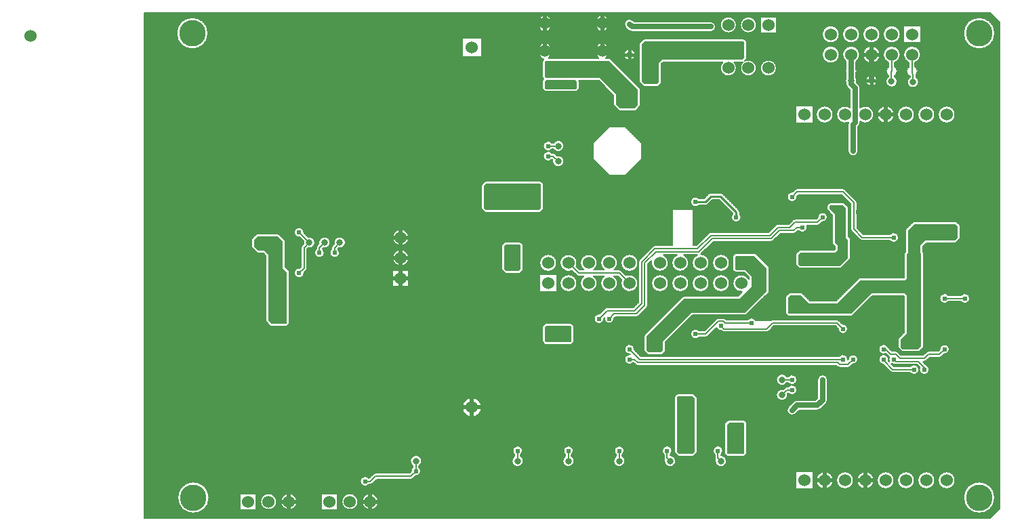
<source format=gbl>
%FSLAX25Y25*%
%MOIN*%
G70*
G01*
G75*
G04 Layer_Physical_Order=2*
G04 Layer_Color=16711680*
%ADD10R,0.03500X0.03200*%
%ADD11R,0.03200X0.03000*%
%ADD12R,0.04500X0.05000*%
%ADD13R,0.05000X0.04500*%
%ADD14R,0.03200X0.03500*%
%ADD15R,0.03000X0.03200*%
%ADD16C,0.03200*%
%ADD17R,0.08200X0.11000*%
%ADD18R,0.07000X0.02500*%
%ADD19C,0.01000*%
%ADD20R,0.04000X0.02000*%
%ADD21R,0.08000X0.05500*%
%ADD22R,0.05000X0.04000*%
%ADD23R,0.04500X0.06000*%
%ADD24R,0.07000X0.05000*%
%ADD25R,0.06000X0.06000*%
%ADD26R,0.08500X0.01200*%
%ADD27R,0.08000X0.10000*%
%ADD28R,0.09000X0.03000*%
%ADD29R,0.03000X0.09000*%
%ADD30R,0.04000X0.04000*%
%ADD31R,0.13000X0.04000*%
%ADD32C,0.04000*%
%ADD33R,0.08000X0.13000*%
%ADD34R,0.04000X0.11000*%
%ADD35R,0.01600X0.07000*%
%ADD36R,0.06000X0.01000*%
%ADD37R,0.01000X0.06000*%
%ADD38C,0.02000*%
%ADD39C,0.01500*%
%ADD40C,0.00600*%
%ADD41C,0.03000*%
%ADD42C,0.02500*%
%ADD43C,0.01000*%
%ADD44C,0.01200*%
%ADD45C,0.02400*%
%ADD46C,0.03500*%
%ADD47C,0.13000*%
%ADD48R,0.05500X0.05500*%
%ADD49C,0.05500*%
%ADD50C,0.06000*%
%ADD51R,0.07000X0.07000*%
%ADD52C,0.07000*%
%ADD53O,0.03000X0.06000*%
%ADD54C,0.02400*%
%ADD55C,0.03937*%
%ADD56C,0.00500*%
G36*
X991000Y378000D02*
Y372500D01*
X989500Y371000D01*
X975000D01*
X972500Y368500D01*
Y365000D01*
X973000Y364500D01*
Y319000D01*
X971500Y317500D01*
X964000D01*
X963000Y318500D01*
Y322500D01*
X966000Y325500D01*
Y344000D01*
X965000Y345000D01*
X948500D01*
X938500Y335000D01*
X908000D01*
X907500Y335500D01*
Y343000D01*
X908500Y344000D01*
X914000D01*
X918000Y340000D01*
X931500D01*
X943000Y351500D01*
X965000D01*
X966000Y352500D01*
Y364500D01*
X966500Y365000D01*
Y376000D01*
X969500Y379000D01*
X990000D01*
X991000Y378000D01*
D02*
G37*
G36*
X801000Y328500D02*
Y321500D01*
X800500Y321000D01*
X788500D01*
X788000Y321500D01*
Y328500D01*
X788500Y329000D01*
X800500D01*
X801000Y328500D01*
D02*
G37*
G36*
X659000Y370500D02*
Y357500D01*
X661000Y355500D01*
Y330500D01*
X660500Y330000D01*
X653500D01*
X652000Y331500D01*
Y364000D01*
X650000Y366000D01*
X647000D01*
X645000Y368000D01*
Y371500D01*
X646500Y373000D01*
X656500D01*
X659000Y370500D01*
D02*
G37*
G36*
X861500Y293500D02*
Y267000D01*
X860500Y266000D01*
X854000D01*
X853000Y267000D01*
Y294000D01*
X853500Y294500D01*
X860500D01*
X861500Y293500D01*
D02*
G37*
G36*
X886000Y281000D02*
Y266500D01*
X885500Y266000D01*
X878000D01*
X877500Y266500D01*
Y280500D01*
X878500Y281500D01*
X885500D01*
X886000Y281000D01*
D02*
G37*
G36*
X897000Y357500D02*
Y346000D01*
X886500Y335500D01*
X860000D01*
X846000Y321500D01*
Y317000D01*
X845000Y316000D01*
X839000D01*
X838000Y317000D01*
Y324000D01*
X856500Y342500D01*
X883500D01*
X889500Y348500D01*
Y353500D01*
X886500Y356500D01*
X882000D01*
X881500Y357000D01*
Y363000D01*
X882000Y363500D01*
X891000D01*
X897000Y357500D01*
D02*
G37*
G36*
X833500Y445500D02*
Y437500D01*
X832000Y436000D01*
X825000D01*
X823000Y438000D01*
Y443000D01*
X815000Y451000D01*
X788500D01*
X788000Y451500D01*
Y459000D01*
X788500Y459500D01*
X819500D01*
X833500Y445500D01*
D02*
G37*
G36*
X803500Y449500D02*
Y446000D01*
X803000Y445500D01*
X788500D01*
X788000Y446000D01*
Y449500D01*
X788500Y450000D01*
X803000D01*
X803500Y449500D01*
D02*
G37*
G36*
X886000Y468500D02*
Y461000D01*
X885000Y460000D01*
X845500D01*
X844000Y458500D01*
Y449000D01*
X843000Y448000D01*
X837000D01*
X835500Y449500D01*
Y467500D01*
X837000Y469000D01*
X885500D01*
X886000Y468500D01*
D02*
G37*
G36*
X776000Y368500D02*
Y357000D01*
X775000Y356000D01*
X769000D01*
X768000Y357000D01*
Y368500D01*
X768500Y369000D01*
X775500D01*
X776000Y368500D01*
D02*
G37*
G36*
X936000Y387000D02*
Y372500D01*
X937000Y371500D01*
Y362500D01*
X933000Y358500D01*
X913500D01*
X912500Y359500D01*
Y364000D01*
X913500Y365000D01*
X930500D01*
X932000Y366500D01*
Y368500D01*
X930500Y370000D01*
Y384000D01*
X928000Y386500D01*
Y388000D01*
X928500Y388500D01*
X934500D01*
X936000Y387000D01*
D02*
G37*
G36*
X786000Y398500D02*
Y387000D01*
X785000Y386000D01*
X759000D01*
X758000Y387000D01*
Y398000D01*
X759000Y399000D01*
X785500D01*
X786000Y398500D01*
D02*
G37*
D16*
X799500Y262500D02*
D03*
X774500D02*
D03*
X824500D02*
D03*
X849500D02*
D03*
X874500D02*
D03*
X724500D02*
D03*
X687000Y370000D02*
D03*
X794500Y417500D02*
D03*
Y410000D02*
D03*
X839500Y462500D02*
D03*
X904500Y302500D02*
D03*
Y295000D02*
D03*
X969000Y449000D02*
D03*
X958400Y449300D02*
D03*
X948500Y449784D02*
D03*
X938500D02*
D03*
X829500Y462500D02*
D03*
X672000Y370000D02*
D03*
X679500D02*
D03*
D38*
X713000Y362500D02*
X717000D01*
Y352500D02*
X721000D01*
X921250Y253000D02*
X925500D01*
X955500Y433000D02*
Y437250D01*
X717000Y368500D02*
Y372500D01*
X787925Y477870D02*
X791500D01*
X717000Y362500D02*
Y366500D01*
X658000Y242500D02*
X662000D01*
X787925Y464287D02*
Y468538D01*
X717000Y372500D02*
Y376500D01*
Y372500D02*
X721000D01*
X925500Y253000D02*
Y257250D01*
X702000Y238500D02*
Y242500D01*
X816075Y464287D02*
X818825D01*
X955500Y428750D02*
Y433000D01*
X941250Y253000D02*
X945500D01*
X713000Y352500D02*
X717000D01*
X787925Y473620D02*
Y477870D01*
X816075D02*
Y482120D01*
X662000Y242500D02*
X666000D01*
X813325Y464287D02*
X816075D01*
X945500Y253000D02*
X949750D01*
X816075Y464287D02*
Y468538D01*
X717000Y352500D02*
Y356500D01*
X713000Y372500D02*
X717000D01*
X813325Y477870D02*
X816075D01*
X945500Y248750D02*
Y253000D01*
X787925Y477870D02*
Y482120D01*
X717000Y362500D02*
X721000D01*
X787925Y464287D02*
X790675D01*
X955500Y433000D02*
X959750D01*
X925500Y253000D02*
X929750D01*
X662000Y238500D02*
Y242500D01*
X702000D02*
Y246500D01*
X925500Y248750D02*
Y253000D01*
X698000Y242500D02*
X702000D01*
X816075Y477870D02*
X818825D01*
X944250Y462500D02*
X948500D01*
X816075Y473620D02*
Y477870D01*
X948500Y462500D02*
X952750D01*
X717000Y348500D02*
Y352500D01*
X785175Y464287D02*
X787925D01*
X784500Y477870D02*
X787925D01*
X662000Y242500D02*
Y246500D01*
X948500Y462500D02*
Y466750D01*
X717000Y358500D02*
Y362500D01*
X951250Y433000D02*
X955500D01*
X702000Y242500D02*
X706000D01*
X945500Y253000D02*
Y257250D01*
X747250Y288917D02*
X752000D01*
Y284167D02*
Y288917D01*
X756750D01*
X752000D02*
Y293668D01*
D39*
X785425Y464287D02*
X787925D01*
Y468287D01*
X785425Y477870D02*
X787925D01*
Y481870D01*
Y473870D02*
Y477870D01*
Y464287D02*
X790425D01*
X787925Y477870D02*
X790425D01*
X813575Y464287D02*
X816075D01*
X818575D01*
X816075D02*
Y468287D01*
X829500Y459900D02*
Y462500D01*
X832100D01*
X826900D02*
X829500D01*
Y465100D01*
X813575Y477870D02*
X816075D01*
Y473870D02*
Y477870D01*
Y481870D01*
Y477870D02*
X818575D01*
X945900Y449784D02*
X948500D01*
Y447184D02*
Y449784D01*
X951100D01*
X948500D02*
Y452384D01*
D40*
X677000Y367500D02*
X679500Y370000D01*
X677000Y365000D02*
Y367500D01*
X792000Y412500D02*
X794500Y410000D01*
X789500Y412500D02*
X792000D01*
X799500Y262500D02*
Y267500D01*
X984500Y342500D02*
X994500D01*
X862000Y325000D02*
X867000D01*
X873300Y331300D01*
X875700D01*
X876500Y330500D01*
X889500D01*
X954500Y312000D02*
Y312500D01*
Y312000D02*
X959000Y307500D01*
X969500D01*
X824500Y262500D02*
Y267500D01*
X669500Y367500D02*
X672000Y370000D01*
X669500Y357500D02*
Y367500D01*
X667000Y355000D02*
X669500Y357500D01*
X819500Y332500D02*
X822000Y335000D01*
X833000D01*
X837000Y339000D01*
Y359879D01*
X842621Y365500D01*
X863621D01*
X870121Y372000D01*
X899121D01*
X903121Y376000D01*
X910386D01*
X911886Y377500D01*
X914500D01*
X848000Y264000D02*
X849500Y262500D01*
X848000Y264000D02*
Y267500D01*
X667000Y375000D02*
X672000Y370000D01*
X684500Y367500D02*
X687000Y370000D01*
X684500Y365000D02*
Y367500D01*
X937000Y310000D02*
X939500Y312500D01*
X933000Y310000D02*
X937000D01*
X932000Y311000D02*
X933000Y310000D01*
X833500Y311000D02*
X932000D01*
X832000Y312500D02*
X833500Y311000D01*
X829500Y312500D02*
X832000D01*
X904500Y302500D02*
X909500D01*
X774500Y262500D02*
Y267500D01*
X959500Y312500D02*
X960500Y311500D01*
X971500D01*
X974500Y308500D01*
Y307500D02*
Y308500D01*
X789500Y417500D02*
X794500D01*
X931500Y330500D02*
X934500Y327500D01*
X900000Y330500D02*
X931500D01*
X897000Y327500D02*
X900000Y330500D01*
X876000Y327500D02*
X897000D01*
X874500Y329000D02*
X876000Y327500D01*
X834500Y312500D02*
X934500D01*
X829500Y317500D02*
X834500Y312500D01*
X968500Y453200D02*
Y462500D01*
X799500Y360000D02*
X804500Y355000D01*
X824500D01*
X829500Y350000D01*
X873000Y264000D02*
X874500Y262500D01*
X873000Y264000D02*
Y267500D01*
X958500Y454500D02*
Y462500D01*
X982000Y315000D02*
X984500Y317500D01*
X976500Y315000D02*
X982000D01*
X974500Y313000D02*
X976500Y315000D01*
X962500Y313000D02*
X974500D01*
X960500Y315000D02*
X962500Y313000D01*
X958000Y315000D02*
X960500D01*
X955500Y317500D02*
X958000Y315000D01*
X954500Y317500D02*
X955500D01*
X909500Y392500D02*
X912000Y395000D01*
X934500D01*
X939900Y389600D01*
Y376600D02*
Y389600D01*
Y376600D02*
X944000Y372500D01*
X959500D01*
X922000Y380000D02*
X924500Y382500D01*
X910900Y380000D02*
X922000D01*
X908400Y377500D02*
X910900Y380000D01*
X902500Y377500D02*
X908400D01*
X898500Y373500D02*
X902500Y377500D01*
X869500Y373500D02*
X898500D01*
X863000Y367000D02*
X869500Y373500D01*
X842000Y367000D02*
X863000D01*
X835500Y360500D02*
X842000Y367000D01*
X835500Y340000D02*
Y360500D01*
X832000Y336500D02*
X835500Y340000D01*
X818500Y336500D02*
X832000D01*
X814500Y332500D02*
X818500Y336500D01*
X904500Y295000D02*
X907000Y297500D01*
X909500D01*
X724500Y257500D02*
Y262500D01*
X699500Y252500D02*
X702000D01*
X704500Y255000D01*
X722000D01*
X724500Y257500D01*
X969000Y449000D02*
Y452700D01*
X968500Y453200D02*
X969000Y452700D01*
X958400Y449300D02*
Y454400D01*
D42*
X924500Y292500D02*
Y302500D01*
X909500Y287500D02*
X912000Y290000D01*
X922000D01*
X924500Y292500D01*
X938500Y454500D02*
Y462500D01*
X948500Y449784D02*
Y462500D01*
X830800Y476200D02*
X869500D01*
X829500Y477500D02*
X830800Y476200D01*
X938500Y448000D02*
Y454500D01*
X940500Y429000D02*
Y446000D01*
X938500Y448000D02*
X940500Y446000D01*
X939500Y415000D02*
Y428000D01*
X940500Y429000D01*
D43*
X882000Y382500D02*
Y385000D01*
X874300Y392700D02*
X882000Y385000D01*
X869500Y392700D02*
X874300D01*
X866800Y390000D02*
X869500Y392700D01*
X862000Y390000D02*
X866800D01*
D47*
X615000Y244500D02*
D03*
X614500Y473000D02*
D03*
X1001500D02*
D03*
Y244500D02*
D03*
D50*
X897843Y477130D02*
D03*
Y455870D02*
D03*
X888000Y477130D02*
D03*
Y455870D02*
D03*
X878158Y477130D02*
D03*
Y455870D02*
D03*
X985500Y433000D02*
D03*
X975500D02*
D03*
X965500D02*
D03*
X955500D02*
D03*
X945500D02*
D03*
X935500D02*
D03*
X925500D02*
D03*
X915500D02*
D03*
X985500Y253000D02*
D03*
X975500D02*
D03*
X965500D02*
D03*
X955500D02*
D03*
X945500D02*
D03*
X935500D02*
D03*
X925500D02*
D03*
X915500D02*
D03*
X662000Y242500D02*
D03*
X652000D02*
D03*
X642000D02*
D03*
X702000D02*
D03*
X692000D02*
D03*
X682000D02*
D03*
X717000Y372500D02*
D03*
Y362500D02*
D03*
Y352500D02*
D03*
X968500Y472500D02*
D03*
Y462500D02*
D03*
X958500Y472500D02*
D03*
Y462500D02*
D03*
X948500Y472500D02*
D03*
Y462500D02*
D03*
X938500Y472500D02*
D03*
Y462500D02*
D03*
X928500Y472500D02*
D03*
Y462500D02*
D03*
X829500Y360000D02*
D03*
Y350000D02*
D03*
X819500Y360000D02*
D03*
Y350000D02*
D03*
X809500Y360000D02*
D03*
Y350000D02*
D03*
X799500Y360000D02*
D03*
Y350000D02*
D03*
X789500Y360000D02*
D03*
Y350000D02*
D03*
X884500Y360000D02*
D03*
Y350000D02*
D03*
X874500Y360000D02*
D03*
Y350000D02*
D03*
X864500Y360000D02*
D03*
Y350000D02*
D03*
X854500Y360000D02*
D03*
Y350000D02*
D03*
X844500Y360000D02*
D03*
Y350000D02*
D03*
X752000Y466083D02*
D03*
Y288917D02*
D03*
X816075Y477870D02*
D03*
Y464287D02*
D03*
X809874Y469484D02*
D03*
X794126D02*
D03*
X787925Y477870D02*
D03*
Y464287D02*
D03*
X1001200Y264700D02*
D03*
X1001600Y457100D02*
D03*
X534900Y471800D02*
D03*
D54*
X1004500Y235800D02*
D03*
X999500Y481700D02*
D03*
X994500D02*
D03*
X992900Y460200D02*
D03*
X994500Y342500D02*
D03*
X992000Y362500D02*
D03*
Y357500D02*
D03*
X989500Y377500D02*
D03*
X984500Y317500D02*
D03*
Y235800D02*
D03*
Y481700D02*
D03*
Y472500D02*
D03*
Y462500D02*
D03*
Y402500D02*
D03*
Y392500D02*
D03*
Y382500D02*
D03*
Y377500D02*
D03*
Y342500D02*
D03*
Y332500D02*
D03*
Y242500D02*
D03*
X974500Y307500D02*
D03*
Y272500D02*
D03*
Y235800D02*
D03*
Y481700D02*
D03*
Y474200D02*
D03*
Y467500D02*
D03*
Y413000D02*
D03*
Y407500D02*
D03*
Y382500D02*
D03*
Y367500D02*
D03*
Y242500D02*
D03*
X969500Y307500D02*
D03*
Y382500D02*
D03*
X968500Y322500D02*
D03*
X964500Y319000D02*
D03*
Y278550D02*
D03*
Y272500D02*
D03*
Y235800D02*
D03*
Y481700D02*
D03*
Y413000D02*
D03*
Y407500D02*
D03*
Y382500D02*
D03*
Y367500D02*
D03*
Y242500D02*
D03*
X959500Y327500D02*
D03*
Y317500D02*
D03*
Y312500D02*
D03*
Y278550D02*
D03*
Y372500D02*
D03*
Y337500D02*
D03*
X958500Y387500D02*
D03*
X955000Y384000D02*
D03*
X954500Y317500D02*
D03*
Y312500D02*
D03*
Y278550D02*
D03*
Y235800D02*
D03*
Y481700D02*
D03*
Y407500D02*
D03*
Y390000D02*
D03*
Y242500D02*
D03*
X949500Y278550D02*
D03*
Y267500D02*
D03*
Y262500D02*
D03*
X947000Y382800D02*
D03*
X944500Y317500D02*
D03*
Y278550D02*
D03*
Y235800D02*
D03*
Y481700D02*
D03*
Y410800D02*
D03*
Y242500D02*
D03*
X943500Y426500D02*
D03*
X942000Y385000D02*
D03*
X939500Y312500D02*
D03*
Y267500D02*
D03*
X942000Y262400D02*
D03*
X939500Y415000D02*
D03*
Y372500D02*
D03*
X934500Y327500D02*
D03*
Y312500D02*
D03*
Y235800D02*
D03*
Y262500D02*
D03*
Y481700D02*
D03*
Y410800D02*
D03*
X930000Y426500D02*
D03*
X929500Y407500D02*
D03*
Y397500D02*
D03*
Y387500D02*
D03*
Y367500D02*
D03*
X929062Y342205D02*
D03*
X924500Y327500D02*
D03*
Y322500D02*
D03*
Y317500D02*
D03*
Y307500D02*
D03*
Y302500D02*
D03*
Y292500D02*
D03*
Y287500D02*
D03*
Y282500D02*
D03*
Y235800D02*
D03*
Y481700D02*
D03*
Y382500D02*
D03*
X919500Y372500D02*
D03*
Y342500D02*
D03*
X917500Y426500D02*
D03*
X914500Y235800D02*
D03*
Y481700D02*
D03*
Y377500D02*
D03*
Y360000D02*
D03*
Y347500D02*
D03*
X909500Y302500D02*
D03*
Y297500D02*
D03*
Y287500D02*
D03*
X905100Y481500D02*
D03*
X909500Y392500D02*
D03*
Y342500D02*
D03*
Y337500D02*
D03*
X904500Y235800D02*
D03*
X902000Y447500D02*
D03*
X897000Y342500D02*
D03*
X894500Y235800D02*
D03*
Y387500D02*
D03*
X891000Y422500D02*
D03*
Y417500D02*
D03*
Y412500D02*
D03*
X889500Y330500D02*
D03*
X888700Y384000D02*
D03*
X884500Y280000D02*
D03*
Y267500D02*
D03*
Y235800D02*
D03*
Y481700D02*
D03*
Y467800D02*
D03*
Y462800D02*
D03*
X882000Y382500D02*
D03*
X879500Y280000D02*
D03*
Y267500D02*
D03*
X879000Y297814D02*
D03*
X877000Y367500D02*
D03*
X874500Y329000D02*
D03*
Y237500D02*
D03*
Y481700D02*
D03*
Y242500D02*
D03*
X873000Y267500D02*
D03*
X872000Y367500D02*
D03*
X871500Y390000D02*
D03*
Y385000D02*
D03*
Y380000D02*
D03*
X869500Y476200D02*
D03*
X868500Y471300D02*
D03*
X867000Y395000D02*
D03*
X866000Y297814D02*
D03*
X864500Y481700D02*
D03*
X862000Y325000D02*
D03*
Y390000D02*
D03*
X859500Y292500D02*
D03*
Y237500D02*
D03*
Y267500D02*
D03*
Y242500D02*
D03*
X854500Y292500D02*
D03*
Y267500D02*
D03*
Y481700D02*
D03*
Y445000D02*
D03*
Y435000D02*
D03*
Y425000D02*
D03*
X849500Y237500D02*
D03*
Y445000D02*
D03*
Y435000D02*
D03*
Y252500D02*
D03*
Y425000D02*
D03*
Y420000D02*
D03*
Y242500D02*
D03*
X848000Y267500D02*
D03*
X844500Y317500D02*
D03*
Y481700D02*
D03*
X841800Y252500D02*
D03*
X842000Y450000D02*
D03*
X839500Y317500D02*
D03*
X837000Y450000D02*
D03*
X834500Y237500D02*
D03*
Y481700D02*
D03*
Y252500D02*
D03*
Y426500D02*
D03*
Y367500D02*
D03*
Y242500D02*
D03*
X832000Y442500D02*
D03*
X831000Y426500D02*
D03*
X829500Y317500D02*
D03*
Y312500D02*
D03*
Y477500D02*
D03*
Y470000D02*
D03*
Y342500D02*
D03*
Y332500D02*
D03*
X827000Y442500D02*
D03*
Y437500D02*
D03*
X824500Y237500D02*
D03*
Y267500D02*
D03*
Y481700D02*
D03*
Y470000D02*
D03*
Y252500D02*
D03*
Y242500D02*
D03*
X819500Y367500D02*
D03*
Y332500D02*
D03*
X817000Y445000D02*
D03*
Y430000D02*
D03*
X814500Y252500D02*
D03*
Y332500D02*
D03*
X812000Y445000D02*
D03*
Y440000D02*
D03*
Y435000D02*
D03*
X809500Y237500D02*
D03*
Y481700D02*
D03*
Y367500D02*
D03*
Y342500D02*
D03*
Y242500D02*
D03*
X804500Y481700D02*
D03*
Y252500D02*
D03*
X802000Y448500D02*
D03*
X799500Y327500D02*
D03*
Y322500D02*
D03*
Y237500D02*
D03*
Y267500D02*
D03*
Y342500D02*
D03*
Y242500D02*
D03*
X796882Y471956D02*
D03*
X796382Y461556D02*
D03*
X794500Y481700D02*
D03*
Y252500D02*
D03*
Y367500D02*
D03*
X789500Y327500D02*
D03*
Y322500D02*
D03*
Y457800D02*
D03*
Y452800D02*
D03*
Y448500D02*
D03*
Y417500D02*
D03*
Y412500D02*
D03*
X784500Y317500D02*
D03*
Y237500D02*
D03*
Y481700D02*
D03*
Y252500D02*
D03*
Y397500D02*
D03*
Y392500D02*
D03*
Y387500D02*
D03*
Y342500D02*
D03*
Y242500D02*
D03*
X779500Y445000D02*
D03*
Y440000D02*
D03*
X774500Y237500D02*
D03*
Y267500D02*
D03*
Y481700D02*
D03*
Y472500D02*
D03*
Y467500D02*
D03*
Y252500D02*
D03*
Y367500D02*
D03*
Y357500D02*
D03*
Y242500D02*
D03*
X769500Y272500D02*
D03*
Y472500D02*
D03*
Y367500D02*
D03*
Y357500D02*
D03*
X764500Y272500D02*
D03*
Y252500D02*
D03*
X759500Y237500D02*
D03*
Y397500D02*
D03*
Y392500D02*
D03*
Y387500D02*
D03*
Y242500D02*
D03*
X754500Y272500D02*
D03*
Y262500D02*
D03*
Y252500D02*
D03*
X749500Y237500D02*
D03*
Y242500D02*
D03*
X744500Y272500D02*
D03*
Y252500D02*
D03*
X734500Y237500D02*
D03*
Y272500D02*
D03*
Y267500D02*
D03*
Y252500D02*
D03*
Y242500D02*
D03*
X724500Y257500D02*
D03*
X699500Y252500D02*
D03*
X684500Y365000D02*
D03*
X677000D02*
D03*
X667000Y375000D02*
D03*
Y355000D02*
D03*
X658795Y331240D02*
D03*
Y344500D02*
D03*
X652000Y370000D02*
D03*
X647000D02*
D03*
X960000Y397000D02*
D03*
X995000Y290000D02*
D03*
Y330000D02*
D03*
X1000000Y280000D02*
D03*
X1005000Y290000D02*
D03*
Y310000D02*
D03*
X1000000Y320000D02*
D03*
X1005000Y330000D02*
D03*
X1000000Y340000D02*
D03*
X1005000Y350000D02*
D03*
Y370000D02*
D03*
Y390000D02*
D03*
Y410000D02*
D03*
Y430000D02*
D03*
X991800Y304500D02*
D03*
X981800Y295500D02*
D03*
X600000Y240000D02*
D03*
X605000Y250000D02*
D03*
X600000Y260000D02*
D03*
X605000Y290000D02*
D03*
X600000Y300000D02*
D03*
Y400000D02*
D03*
X605000Y410000D02*
D03*
X600000Y420000D02*
D03*
X605000Y430000D02*
D03*
X600000Y440000D02*
D03*
X605000Y450000D02*
D03*
X600000Y460000D02*
D03*
X605000Y470000D02*
D03*
X600000Y480000D02*
D03*
X610000Y260000D02*
D03*
X615000Y270000D02*
D03*
Y290000D02*
D03*
X610000Y300000D02*
D03*
Y420000D02*
D03*
X615000Y430000D02*
D03*
X610000Y440000D02*
D03*
X615000Y450000D02*
D03*
X610000Y460000D02*
D03*
X625000Y250000D02*
D03*
X620000Y260000D02*
D03*
X625000Y330000D02*
D03*
X620000Y340000D02*
D03*
X625000Y350000D02*
D03*
X620000Y360000D02*
D03*
X625000Y370000D02*
D03*
X620000Y380000D02*
D03*
Y420000D02*
D03*
X625000Y430000D02*
D03*
X620000Y440000D02*
D03*
X625000Y450000D02*
D03*
X620000Y460000D02*
D03*
Y480000D02*
D03*
X630000Y240000D02*
D03*
X635000Y250000D02*
D03*
X630000Y260000D02*
D03*
X635000Y270000D02*
D03*
Y290000D02*
D03*
Y310000D02*
D03*
Y330000D02*
D03*
X630000Y340000D02*
D03*
X635000Y350000D02*
D03*
Y370000D02*
D03*
X630000Y380000D02*
D03*
X635000Y390000D02*
D03*
X630000Y420000D02*
D03*
X635000Y430000D02*
D03*
X630000Y440000D02*
D03*
X635000Y450000D02*
D03*
X630000Y480000D02*
D03*
X645000Y270000D02*
D03*
X640000Y280000D02*
D03*
Y320000D02*
D03*
X645000Y330000D02*
D03*
X640000Y360000D02*
D03*
Y380000D02*
D03*
X645000Y390000D02*
D03*
X640000Y420000D02*
D03*
X645000Y430000D02*
D03*
X640000Y440000D02*
D03*
X645000Y450000D02*
D03*
X640000Y460000D02*
D03*
X645000Y470000D02*
D03*
X640000Y480000D02*
D03*
X655000Y270000D02*
D03*
Y290000D02*
D03*
Y310000D02*
D03*
X650000Y420000D02*
D03*
X655000Y430000D02*
D03*
X650000Y440000D02*
D03*
X655000Y450000D02*
D03*
X650000Y460000D02*
D03*
X655000Y470000D02*
D03*
X650000Y480000D02*
D03*
X665000Y250000D02*
D03*
Y270000D02*
D03*
Y290000D02*
D03*
X660000Y300000D02*
D03*
X665000Y310000D02*
D03*
Y330000D02*
D03*
X660000Y420000D02*
D03*
X665000Y430000D02*
D03*
X660000Y440000D02*
D03*
X665000Y450000D02*
D03*
X660000Y460000D02*
D03*
X665000Y470000D02*
D03*
X660000Y480000D02*
D03*
X670000Y240000D02*
D03*
X675000Y250000D02*
D03*
Y270000D02*
D03*
Y290000D02*
D03*
X670000Y300000D02*
D03*
X675000Y310000D02*
D03*
Y330000D02*
D03*
Y350000D02*
D03*
X670000Y420000D02*
D03*
X675000Y430000D02*
D03*
X670000Y440000D02*
D03*
X675000Y450000D02*
D03*
X670000Y460000D02*
D03*
X675000Y470000D02*
D03*
X670000Y480000D02*
D03*
X685000Y270000D02*
D03*
Y290000D02*
D03*
X680000Y300000D02*
D03*
X685000Y310000D02*
D03*
Y330000D02*
D03*
Y350000D02*
D03*
X680000Y420000D02*
D03*
X685000Y430000D02*
D03*
X680000Y440000D02*
D03*
X685000Y450000D02*
D03*
X680000Y460000D02*
D03*
X685000Y470000D02*
D03*
X680000Y480000D02*
D03*
X695000Y270000D02*
D03*
X690000Y300000D02*
D03*
X695000Y330000D02*
D03*
X690000Y360000D02*
D03*
X695000Y370000D02*
D03*
X690000Y420000D02*
D03*
X695000Y430000D02*
D03*
X690000Y440000D02*
D03*
X695000Y450000D02*
D03*
X690000Y460000D02*
D03*
X695000Y470000D02*
D03*
X690000Y480000D02*
D03*
X705000Y270000D02*
D03*
X700000Y280000D02*
D03*
Y320000D02*
D03*
X705000Y330000D02*
D03*
Y350000D02*
D03*
Y370000D02*
D03*
X700000Y380000D02*
D03*
X705000Y390000D02*
D03*
X700000Y420000D02*
D03*
X705000Y430000D02*
D03*
X700000Y440000D02*
D03*
X705000Y450000D02*
D03*
X700000Y460000D02*
D03*
Y480000D02*
D03*
X710000Y300000D02*
D03*
Y320000D02*
D03*
X715000Y330000D02*
D03*
X710000Y340000D02*
D03*
Y360000D02*
D03*
Y380000D02*
D03*
Y420000D02*
D03*
X715000Y430000D02*
D03*
X710000Y440000D02*
D03*
X715000Y450000D02*
D03*
X710000Y480000D02*
D03*
X725000Y290000D02*
D03*
Y310000D02*
D03*
Y330000D02*
D03*
X720000Y340000D02*
D03*
X725000Y350000D02*
D03*
X720000Y380000D02*
D03*
X725000Y410000D02*
D03*
X720000Y420000D02*
D03*
X725000Y430000D02*
D03*
X720000Y440000D02*
D03*
X725000Y450000D02*
D03*
X720000Y460000D02*
D03*
X725000Y470000D02*
D03*
X720000Y480000D02*
D03*
X730000Y280000D02*
D03*
X735000Y290000D02*
D03*
X730000Y300000D02*
D03*
X735000Y310000D02*
D03*
X730000Y320000D02*
D03*
X735000Y330000D02*
D03*
X730000Y340000D02*
D03*
X735000Y350000D02*
D03*
Y370000D02*
D03*
X730000Y380000D02*
D03*
X735000Y410000D02*
D03*
X730000Y420000D02*
D03*
X735000Y430000D02*
D03*
X730000Y440000D02*
D03*
X735000Y450000D02*
D03*
X730000Y460000D02*
D03*
X735000Y470000D02*
D03*
X730000Y480000D02*
D03*
X740000Y280000D02*
D03*
X745000Y290000D02*
D03*
X740000Y300000D02*
D03*
X745000Y310000D02*
D03*
X740000Y320000D02*
D03*
X745000Y330000D02*
D03*
X740000Y340000D02*
D03*
X745000Y350000D02*
D03*
Y370000D02*
D03*
X740000Y380000D02*
D03*
X745000Y410000D02*
D03*
X740000Y420000D02*
D03*
X745000Y430000D02*
D03*
X740000Y440000D02*
D03*
X745000Y450000D02*
D03*
X740000Y480000D02*
D03*
X750000Y280000D02*
D03*
Y300000D02*
D03*
X755000Y310000D02*
D03*
X750000Y320000D02*
D03*
X755000Y330000D02*
D03*
X750000Y340000D02*
D03*
X755000Y350000D02*
D03*
Y370000D02*
D03*
X750000Y380000D02*
D03*
X755000Y410000D02*
D03*
X750000Y420000D02*
D03*
X755000Y430000D02*
D03*
X750000Y440000D02*
D03*
Y480000D02*
D03*
X760000Y280000D02*
D03*
X765000Y290000D02*
D03*
X760000Y300000D02*
D03*
X765000Y310000D02*
D03*
X760000Y320000D02*
D03*
Y340000D02*
D03*
Y380000D02*
D03*
Y420000D02*
D03*
Y440000D02*
D03*
Y480000D02*
D03*
X770000Y280000D02*
D03*
X775000Y290000D02*
D03*
X770000Y300000D02*
D03*
X775000Y310000D02*
D03*
X770000Y320000D02*
D03*
Y480000D02*
D03*
X780000Y280000D02*
D03*
X785000Y290000D02*
D03*
X780000Y300000D02*
D03*
X785000Y310000D02*
D03*
X790000Y280000D02*
D03*
X795000Y290000D02*
D03*
X790000Y300000D02*
D03*
X795000Y310000D02*
D03*
X800000Y280000D02*
D03*
X805000Y290000D02*
D03*
X800000Y300000D02*
D03*
X805000Y310000D02*
D03*
X810000Y280000D02*
D03*
X815000Y290000D02*
D03*
X810000Y300000D02*
D03*
X815000Y310000D02*
D03*
X820000Y280000D02*
D03*
X825000Y290000D02*
D03*
X820000Y300000D02*
D03*
X825000Y310000D02*
D03*
X830000Y280000D02*
D03*
Y300000D02*
D03*
D56*
X622750Y244500D02*
G03*
X622750Y244500I-7750J0D01*
G01*
X656000Y242500D02*
G03*
X656000Y242500I-4000J0D01*
G01*
X666000D02*
G03*
X666000Y242500I-4000J0D01*
G01*
X696000D02*
G03*
X696000Y242500I-4000J0D01*
G01*
X701379Y254072D02*
G03*
X701397Y250950I-1880J-1572D01*
G01*
X702000D02*
G03*
X703096Y251404I0J1550D01*
G01*
X706000Y242500D02*
G03*
X706000Y242500I-4000J0D01*
G01*
X702000Y250950D02*
G03*
X703096Y251404I0J1550D01*
G01*
X704500Y256550D02*
G03*
X703404Y256096I0J-1550D01*
G01*
X704500Y256550D02*
G03*
X703404Y256096I0J-1550D01*
G01*
X722000Y253450D02*
G03*
X723096Y253904I0J1550D01*
G01*
X722000Y253450D02*
G03*
X723096Y253904I0J1550D01*
G01*
X722950Y259397D02*
G03*
X722062Y257254I1550J-1897D01*
G01*
X724254Y255062D02*
G03*
X726950Y257500I246J2438D01*
G01*
D02*
G03*
X726050Y259397I-2450J0D01*
G01*
X727350Y262500D02*
G03*
X722950Y260108I-2850J0D01*
G01*
X726050D02*
G03*
X727350Y262500I-1550J2392D01*
G01*
X772950Y264892D02*
G03*
X777350Y262500I1550J-2392D01*
G01*
X756750Y288917D02*
G03*
X756750Y288917I-4750J0D01*
G01*
X777350Y262500D02*
G03*
X776050Y264892I-2850J0D01*
G01*
Y265603D02*
G03*
X776950Y267500I-1550J1897D01*
G01*
D02*
G03*
X772950Y265603I-2450J0D01*
G01*
X667246Y357438D02*
G03*
X669450Y355000I-246J-2438D01*
G01*
X797950Y264892D02*
G03*
X802350Y262500I1550J-2392D01*
G01*
X801950Y267500D02*
G03*
X797950Y265603I-2450J0D01*
G01*
X801050D02*
G03*
X801950Y267500I-1550J1897D01*
G01*
X802350Y262500D02*
G03*
X801050Y264892I-2850J0D01*
G01*
X826950Y267500D02*
G03*
X822950Y265603I-2450J0D01*
G01*
X826050D02*
G03*
X826950Y267500I-1550J1897D01*
G01*
X822950Y264892D02*
G03*
X827350Y262500I1550J-2392D01*
G01*
D02*
G03*
X826050Y264892I-2850J0D01*
G01*
X829889Y314919D02*
G03*
X831380Y310928I-389J-2419D01*
G01*
X831950Y317500D02*
G03*
X829746Y315062I-2450J0D01*
G01*
X846450Y264000D02*
G03*
X846720Y263126I1550J0D01*
G01*
X846450Y264000D02*
G03*
X846720Y263126I1550J0D01*
G01*
X850450Y267500D02*
G03*
X846450Y265603I-2450J0D01*
G01*
X849550D02*
G03*
X850450Y267500I-1550J1897D01*
G01*
X846720Y263126D02*
G03*
X852350Y262500I2780J-626D01*
G01*
D02*
G03*
X849550Y265350I-2850J0D01*
G01*
X832404Y309904D02*
G03*
X833500Y309450I1096J1096D01*
G01*
X832404Y309904D02*
G03*
X833500Y309450I1096J1096D01*
G01*
X814746Y334938D02*
G03*
X816950Y332500I-246J-2438D01*
G01*
X817081Y332889D02*
G03*
X821950Y332500I2419J-389D01*
G01*
X818500Y338050D02*
G03*
X817404Y337596I0J-1550D01*
G01*
X818500Y338050D02*
G03*
X817404Y337596I0J-1550D01*
G01*
X803750Y350000D02*
G03*
X803750Y350000I-4250J0D01*
G01*
X803404Y353904D02*
G03*
X804500Y353450I1096J1096D01*
G01*
X803404Y353904D02*
G03*
X804500Y353450I1096J1096D01*
G01*
X813750Y350000D02*
G03*
X811982Y353450I-4250J0D01*
G01*
X807018D02*
G03*
X813750Y350000I2482J-3450D01*
G01*
X817018Y353450D02*
G03*
X823750Y350000I2482J-3450D01*
G01*
D02*
G03*
X821982Y353450I-4250J0D01*
G01*
X825606Y351702D02*
G03*
X833750Y350000I3894J-1702D01*
G01*
D02*
G03*
X827798Y353894I-4250J0D01*
G01*
X833000Y333450D02*
G03*
X834096Y333904I0J1550D01*
G01*
X833000Y333450D02*
G03*
X834096Y333904I0J1550D01*
G01*
X838096Y337904D02*
G03*
X838550Y339000I-1096J1096D01*
G01*
X838096Y337904D02*
G03*
X838550Y339000I-1096J1096D01*
G01*
X863897Y326550D02*
G03*
X863897Y323450I-1897J-1550D01*
G01*
X848750Y350000D02*
G03*
X848750Y350000I-4250J0D01*
G01*
X858750D02*
G03*
X858750Y350000I-4250J0D01*
G01*
X868750D02*
G03*
X868750Y350000I-4250J0D01*
G01*
X670596Y356404D02*
G03*
X671050Y357500I-1096J1096D01*
G01*
X670596Y356404D02*
G03*
X671050Y357500I-1096J1096D01*
G01*
X675450Y366897D02*
G03*
X679450Y365000I1550J-1897D01*
G01*
X668404Y368596D02*
G03*
X667950Y367500I1096J-1096D01*
G01*
X668404Y368596D02*
G03*
X667950Y367500I1096J-1096D01*
G01*
X671405Y367213D02*
G03*
X674850Y370000I595J2787D01*
G01*
X675904Y368596D02*
G03*
X675450Y367500I1096J-1096D01*
G01*
X675904Y368596D02*
G03*
X675450Y367500I1096J-1096D01*
G01*
X679450Y365000D02*
G03*
X678572Y366880I-2450J0D01*
G01*
X682950Y366897D02*
G03*
X686950Y365000I1550J-1897D01*
G01*
D02*
G03*
X686072Y366880I-2450J0D01*
G01*
X678905Y367213D02*
G03*
X682350Y370000I595J2787D01*
G01*
X683404Y368596D02*
G03*
X682950Y367500I1096J-1096D01*
G01*
X683404Y368596D02*
G03*
X682950Y367500I1096J-1096D01*
G01*
X669213Y370595D02*
G03*
X669213Y369405I2787J-595D01*
G01*
X674850Y370000D02*
G03*
X671405Y372787I-2850J0D01*
G01*
X669450Y375000D02*
G03*
X667246Y372562I-2450J0D01*
G01*
X682350Y370000D02*
G03*
X676713Y369405I-2850J0D01*
G01*
X689850Y370000D02*
G03*
X684213Y369405I-2850J0D01*
G01*
X721000Y362500D02*
G03*
X721000Y362500I-4000J0D01*
G01*
X793750Y360000D02*
G03*
X793750Y360000I-4250J0D01*
G01*
X803750D02*
G03*
X801202Y356106I-4250J0D01*
G01*
X803394Y358298D02*
G03*
X803750Y360000I-3894J1702D01*
G01*
X686405Y367213D02*
G03*
X689850Y370000I595J2787D01*
G01*
X721000Y372500D02*
G03*
X721000Y372500I-4000J0D01*
G01*
X791713Y410595D02*
G03*
X797350Y410000I2787J-595D01*
G01*
D02*
G03*
X793905Y412787I-2850J0D01*
G01*
X622250Y473000D02*
G03*
X622250Y473000I-7750J0D01*
G01*
X791397Y414050D02*
G03*
X791379Y410928I-1897J-1550D01*
G01*
X793096Y413596D02*
G03*
X792000Y414050I-1096J-1096D01*
G01*
X793096Y413596D02*
G03*
X792000Y414050I-1096J-1096D01*
G01*
X792108Y415950D02*
G03*
X797350Y417500I2392J1550D01*
G01*
X791397Y419050D02*
G03*
X791397Y415950I-1897J-1550D01*
G01*
X797350Y417500D02*
G03*
X792108Y419050I-2850J0D01*
G01*
X785175Y462787D02*
G03*
X787306Y460108I2750J0D01*
G01*
X790675Y479370D02*
G03*
X785175Y479370I-2750J0D01*
G01*
X789799Y460775D02*
G03*
X790675Y462787I-1874J2013D01*
G01*
Y465787D02*
G03*
X785175Y465787I-2750J0D01*
G01*
X796576Y469484D02*
G03*
X796576Y469484I-2450J0D01*
G01*
D02*
G03*
X796576Y469484I-2450J0D01*
G01*
X785175Y476370D02*
G03*
X790675Y476370I2750J0D01*
G01*
X811982Y356550D02*
G03*
X813750Y360000I-2482J3450D01*
G01*
X821982Y356550D02*
G03*
X823750Y360000I-2482J3450D01*
G01*
X813750D02*
G03*
X807018Y356550I-4250J0D01*
G01*
X823750Y360000D02*
G03*
X817018Y356550I-4250J0D01*
G01*
X825596Y356096D02*
G03*
X824500Y356550I-1096J-1096D01*
G01*
X825596Y356096D02*
G03*
X824500Y356550I-1096J-1096D01*
G01*
X833750Y360000D02*
G03*
X833750Y360000I-4250J0D01*
G01*
X834404Y361596D02*
G03*
X833950Y360500I1096J-1096D01*
G01*
X834404Y361596D02*
G03*
X833950Y360500I1096J-1096D01*
G01*
X842000Y368550D02*
G03*
X840904Y368096I0J-1550D01*
G01*
X842000Y368550D02*
G03*
X840904Y368096I0J-1550D01*
G01*
X840379Y361040D02*
G03*
X848750Y360000I4121J-1040D01*
G01*
D02*
G03*
X846247Y363874I-4250J0D01*
G01*
X852753D02*
G03*
X858750Y360000I1747J-3874D01*
G01*
D02*
G03*
X856247Y363874I-4250J0D01*
G01*
X862753D02*
G03*
X868750Y360000I1747J-3874D01*
G01*
X863715Y391750D02*
G03*
X863715Y388250I-1715J-1750D01*
G01*
X813325Y462787D02*
G03*
X814201Y460775I2750J0D01*
G01*
X817949D02*
G03*
X818825Y462787I-1874J2013D01*
G01*
X832350Y462500D02*
G03*
X832350Y462500I-2850J0D01*
G01*
X812324Y469484D02*
G03*
X812324Y469484I-2450J0D01*
G01*
D02*
G03*
X812324Y469484I-2450J0D01*
G01*
X818825Y465787D02*
G03*
X813325Y465787I-2750J0D01*
G01*
X829032Y474432D02*
G03*
X830800Y473700I1768J1768D01*
G01*
X829032Y474432D02*
G03*
X830800Y473700I1768J1768D01*
G01*
X813325Y476370D02*
G03*
X818825Y476370I2750J0D01*
G01*
Y479370D02*
G03*
X813325Y479370I-2750J0D01*
G01*
X831268Y479268D02*
G03*
X827732Y475732I-1768J-1768D01*
G01*
X871450Y264000D02*
G03*
X871720Y263126I1550J0D01*
G01*
X871450Y264000D02*
G03*
X871720Y263126I1550J0D01*
G01*
X874550Y265603D02*
G03*
X875450Y267500I-1550J1897D01*
G01*
D02*
G03*
X871450Y265603I-2450J0D01*
G01*
X871720Y263126D02*
G03*
X877350Y262500I2780J-626D01*
G01*
D02*
G03*
X874550Y265350I-2850J0D01*
G01*
X867000Y323450D02*
G03*
X868096Y323904I0J1550D01*
G01*
X867000Y323450D02*
G03*
X868096Y323904I0J1550D01*
G01*
X905095Y297787D02*
G03*
X907350Y295000I-595J-2787D01*
G01*
X906892Y304050D02*
G03*
X906892Y300950I-2392J-1550D01*
G01*
X929750Y253000D02*
G03*
X929750Y253000I-4250J0D01*
G01*
X907350Y295000D02*
G03*
X907287Y295595I-2850J0D01*
G01*
X907732Y289268D02*
G03*
X911268Y285732I1768J-1768D01*
G01*
X907621Y295928D02*
G03*
X911950Y297500I1880J1572D01*
G01*
X907000Y299050D02*
G03*
X905904Y298596I0J-1550D01*
G01*
X907000Y299050D02*
G03*
X905904Y298596I0J-1550D01*
G01*
X911950Y297500D02*
G03*
X907603Y299050I-2450J0D01*
G01*
X912000Y292500D02*
G03*
X910232Y291768I0J-2500D01*
G01*
X912000Y292500D02*
G03*
X910232Y291768I0J-2500D01*
G01*
X907603Y300950D02*
G03*
X911950Y302500I1897J1550D01*
G01*
D02*
G03*
X907603Y304050I-2450J0D01*
G01*
X922000Y287500D02*
G03*
X923768Y288232I0J2500D01*
G01*
X922000Y287500D02*
G03*
X923768Y288232I0J2500D01*
G01*
X926268Y290732D02*
G03*
X927000Y292500I-1768J1768D01*
G01*
X926268Y290732D02*
G03*
X927000Y292500I-1768J1768D01*
G01*
Y302500D02*
G03*
X922000Y302500I-2500J0D01*
G01*
X931904Y308904D02*
G03*
X933000Y308450I1096J1096D01*
G01*
X931904Y308904D02*
G03*
X933000Y308450I1096J1096D01*
G01*
X872263Y328000D02*
G03*
X874746Y326562I2237J1000D01*
G01*
X873300Y332850D02*
G03*
X872204Y332396I0J-1550D01*
G01*
X873300Y332850D02*
G03*
X872204Y332396I0J-1550D01*
G01*
X874904Y326404D02*
G03*
X876000Y325950I1096J1096D01*
G01*
X874904Y326404D02*
G03*
X876000Y325950I1096J1096D01*
G01*
X876796Y332396D02*
G03*
X875700Y332850I-1096J-1096D01*
G01*
X876796Y332396D02*
G03*
X875700Y332850I-1096J-1096D01*
G01*
X891689Y331600D02*
G03*
X887603Y332050I-2189J-1100D01*
G01*
X888225Y352045D02*
G03*
X884974Y345777I-3726J-2045D01*
G01*
X878750Y350000D02*
G03*
X878750Y350000I-4250J0D01*
G01*
Y360000D02*
G03*
X878750Y360000I-4250J0D01*
G01*
X897000Y325950D02*
G03*
X898096Y326404I0J1550D01*
G01*
X897000Y325950D02*
G03*
X898096Y326404I0J1550D01*
G01*
X900000Y332050D02*
G03*
X898908Y331600I0J-1550D01*
G01*
X900000Y332050D02*
G03*
X898908Y331600I0J-1550D01*
G01*
X932596Y331596D02*
G03*
X931500Y332050I-1096J-1096D01*
G01*
X932596Y331596D02*
G03*
X931500Y332050I-1096J-1096D01*
G01*
X939750Y253000D02*
G03*
X939750Y253000I-4250J0D01*
G01*
X949750D02*
G03*
X949750Y253000I-4250J0D01*
G01*
X959750D02*
G03*
X959750Y253000I-4250J0D01*
G01*
X969750D02*
G03*
X969750Y253000I-4250J0D01*
G01*
X937000Y308450D02*
G03*
X938096Y308904I0J1550D01*
G01*
X937000Y308450D02*
G03*
X938096Y308904I0J1550D01*
G01*
X957904Y306404D02*
G03*
X959000Y305950I1096J1096D01*
G01*
X957904Y306404D02*
G03*
X959000Y305950I1096J1096D01*
G01*
X939254Y310062D02*
G03*
X941950Y312500I246J2438D01*
G01*
X936919Y312111D02*
G03*
X936950Y312500I-2419J389D01*
G01*
X956858Y311834D02*
G03*
X956950Y312500I-2358J666D01*
G01*
X958361Y310331D02*
G03*
X959880Y310080I1139J2169D01*
G01*
D02*
G03*
X960500Y309950I620J1420D01*
G01*
X959880Y310080D02*
G03*
X960500Y309950I620J1420D01*
G01*
X979750Y253000D02*
G03*
X979750Y253000I-4250J0D01*
G01*
X989750D02*
G03*
X989750Y253000I-4250J0D01*
G01*
X1009250Y244500D02*
G03*
X1009250Y244500I-7750J0D01*
G01*
X969500Y309950D02*
G03*
X967603Y309050I0J-2450D01*
G01*
Y305950D02*
G03*
X971950Y307500I1897J1550D01*
G01*
D02*
G03*
X969500Y309950I-2450J0D01*
G01*
X972277Y308531D02*
G03*
X976950Y307500I2223J-1031D01*
G01*
X974500Y311450D02*
G03*
X975596Y311904I0J1550D01*
G01*
X974500Y311450D02*
G03*
X975596Y311904I0J1550D01*
G01*
X1004418Y264700D02*
G03*
X997981Y264700I-3218J0D01*
G01*
X976950Y307500D02*
G03*
X975422Y309770I-2450J0D01*
G01*
X997981Y264700D02*
G03*
X1004418Y264700I3218J0D01*
G01*
X936950Y312500D02*
G03*
X932603Y314050I-2450J0D01*
G01*
X941950Y312500D02*
G03*
X937062Y312254I-2450J0D01*
G01*
X932062Y327746D02*
G03*
X936950Y327500I2438J-246D01*
G01*
X956950Y312500D02*
G03*
X954245Y310063I-2450J0D01*
G01*
X956770Y318422D02*
G03*
X955531Y315277I-2270J-922D01*
G01*
X956904Y313904D02*
G03*
X957316Y313609I1096J1096D01*
G01*
X956904Y313904D02*
G03*
X957316Y313609I1096J1096D01*
G01*
X957316Y313609D02*
G03*
X957331Y311361I2184J-1109D01*
G01*
X961596Y316096D02*
G03*
X960500Y316550I-1096J-1096D01*
G01*
X961596Y316096D02*
G03*
X960500Y316550I-1096J-1096D01*
G01*
X936950Y327500D02*
G03*
X934254Y329938I-2450J0D01*
G01*
X982000Y313450D02*
G03*
X983096Y313904I0J1550D01*
G01*
X982000Y313450D02*
G03*
X983096Y313904I0J1550D01*
G01*
X976500Y316550D02*
G03*
X975404Y316096I0J-1550D01*
G01*
X976500Y316550D02*
G03*
X975404Y316096I0J-1550D01*
G01*
X984254Y315062D02*
G03*
X986950Y317500I246J2438D01*
G01*
D02*
G03*
X982062Y317254I-2450J0D01*
G01*
X986397Y344050D02*
G03*
X986397Y340950I-1897J-1550D01*
G01*
X992603D02*
G03*
X996950Y342500I1897J1550D01*
G01*
D02*
G03*
X992603Y344050I-2450J0D01*
G01*
X868750Y360000D02*
G03*
X864538Y364250I-4250J0D01*
G01*
X869500Y375050D02*
G03*
X868404Y374596I0J-1550D01*
G01*
X869500Y375050D02*
G03*
X868404Y374596I0J-1550D01*
G01*
X866800Y388250D02*
G03*
X868037Y388763I0J1750D01*
G01*
X866800Y388250D02*
G03*
X868037Y388763I0J1750D01*
G01*
X869500Y394450D02*
G03*
X868263Y393937I0J-1750D01*
G01*
X869500Y394450D02*
G03*
X868263Y393937I0J-1750D01*
G01*
X875537D02*
G03*
X874300Y394450I-1237J-1237D01*
G01*
X875537Y393937D02*
G03*
X874300Y394450I-1237J-1237D01*
G01*
X899121Y370450D02*
G03*
X900217Y370904I0J1550D01*
G01*
X899121Y370450D02*
G03*
X900217Y370904I0J1550D01*
G01*
X902500Y379050D02*
G03*
X901404Y378596I0J-1550D01*
G01*
X902500Y379050D02*
G03*
X901404Y378596I0J-1550D01*
G01*
X910900Y381550D02*
G03*
X909804Y381096I0J-1550D01*
G01*
X910386Y374450D02*
G03*
X911482Y374904I0J1550D01*
G01*
X910900Y381550D02*
G03*
X909804Y381096I0J-1550D01*
G01*
X880250Y384215D02*
G03*
X884450Y382500I1750J-1715D01*
G01*
D02*
G03*
X883750Y384215I-2450J0D01*
G01*
Y385000D02*
G03*
X883237Y386237I-1750J0D01*
G01*
X883750Y385000D02*
G03*
X883237Y386237I-1750J0D01*
G01*
X909746Y394938D02*
G03*
X911950Y392500I-246J-2438D01*
G01*
X910386Y374450D02*
G03*
X911482Y374904I0J1550D01*
G01*
X912603Y375950D02*
G03*
X916950Y377500I1897J1550D01*
G01*
D02*
G03*
X916758Y378450I-2450J0D01*
G01*
X922000D02*
G03*
X923096Y378904I0J1550D01*
G01*
X922000Y378450D02*
G03*
X923096Y378904I0J1550D01*
G01*
X924254Y380062D02*
G03*
X926950Y382500I246J2438D01*
G01*
D02*
G03*
X922062Y382254I-2450J0D01*
G01*
X912000Y396550D02*
G03*
X910904Y396096I0J-1550D01*
G01*
X912000Y396550D02*
G03*
X910904Y396096I0J-1550D01*
G01*
X930411Y389774D02*
G03*
X928589Y389774I-911J-2275D01*
G01*
X935596Y396096D02*
G03*
X934500Y396550I-1096J-1096D01*
G01*
X935596Y396096D02*
G03*
X934500Y396550I-1096J-1096D01*
G01*
X938000Y436437D02*
G03*
X937274Y429138I-2500J-3437D01*
G01*
D02*
G03*
X937000Y428000I2226J-1138D01*
G01*
X937274Y429138D02*
G03*
X937000Y428000I2226J-1138D01*
G01*
X875356Y458726D02*
G03*
X882158Y455870I2801J-2855D01*
G01*
D02*
G03*
X880959Y458726I-4000J0D01*
G01*
X885250Y458775D02*
G03*
X892000Y455870I2750J-2905D01*
G01*
D02*
G03*
X886287Y459485I-4000J0D01*
G01*
X869500Y473700D02*
G03*
X872000Y476200I0J2500D01*
G01*
D02*
G03*
X869500Y478700I-2500J0D01*
G01*
X882158Y477130D02*
G03*
X882158Y477130I-4000J0D01*
G01*
X892000D02*
G03*
X892000Y477130I-4000J0D01*
G01*
X901842Y455870D02*
G03*
X901842Y455870I-4000J0D01*
G01*
X929750Y433000D02*
G03*
X929750Y433000I-4250J0D01*
G01*
X936000Y451152D02*
G03*
X936000Y448415I2500J-1368D01*
G01*
Y448000D02*
G03*
X936732Y446232I2500J0D01*
G01*
X936000Y448000D02*
G03*
X936732Y446232I2500J0D01*
G01*
X932750Y462500D02*
G03*
X932750Y462500I-4250J0D01*
G01*
Y472500D02*
G03*
X932750Y472500I-4250J0D01*
G01*
X942904Y371404D02*
G03*
X944000Y370950I1096J1096D01*
G01*
X942904Y371404D02*
G03*
X944000Y370950I1096J1096D01*
G01*
X938350Y376600D02*
G03*
X938804Y375504I1550J0D01*
G01*
X938350Y376600D02*
G03*
X938804Y375504I1550J0D01*
G01*
X941450Y389600D02*
G03*
X940996Y390696I-1550J0D01*
G01*
X941450Y389600D02*
G03*
X940996Y390696I-1550J0D01*
G01*
X937000Y415000D02*
G03*
X942000Y415000I2500J0D01*
G01*
X942268Y427232D02*
G03*
X943000Y429000I-1768J1768D01*
G01*
X942268Y427232D02*
G03*
X943000Y429000I-1768J1768D01*
G01*
Y429563D02*
G03*
X949750Y433000I2500J3437D01*
G01*
X943000Y446000D02*
G03*
X942268Y447768I-2500J0D01*
G01*
X943000Y446000D02*
G03*
X942268Y447768I-2500J0D01*
G01*
X941191Y448845D02*
G03*
X941350Y449784I-2691J939D01*
G01*
D02*
G03*
X941000Y451152I-2850J0D01*
G01*
X949750Y433000D02*
G03*
X943000Y436437I-4250J0D01*
G01*
X957603Y370950D02*
G03*
X961950Y372500I1897J1550D01*
G01*
D02*
G03*
X957603Y374050I-2450J0D01*
G01*
X959750Y433000D02*
G03*
X959750Y433000I-4250J0D01*
G01*
X969750D02*
G03*
X969750Y433000I-4250J0D01*
G01*
X967450Y451392D02*
G03*
X971850Y449000I1550J-2392D01*
G01*
D02*
G03*
X970550Y451392I-2850J0D01*
G01*
X979750Y433000D02*
G03*
X979750Y433000I-4250J0D01*
G01*
X989750D02*
G03*
X989750Y433000I-4250J0D01*
G01*
X951350Y449784D02*
G03*
X951350Y449784I-2850J0D01*
G01*
X941000Y459063D02*
G03*
X942750Y462500I-2500J3437D01*
G01*
D02*
G03*
X936000Y459063I-4250J0D01*
G01*
X952750Y462500D02*
G03*
X952750Y462500I-4250J0D01*
G01*
X956850Y451692D02*
G03*
X961250Y449300I1550J-2392D01*
G01*
D02*
G03*
X959950Y451692I-2850J0D01*
G01*
X962750Y462500D02*
G03*
X956950Y458543I-4250J0D01*
G01*
X960050D02*
G03*
X962750Y462500I-1550J3957D01*
G01*
X942750Y472500D02*
G03*
X942750Y472500I-4250J0D01*
G01*
X952750D02*
G03*
X952750Y472500I-4250J0D01*
G01*
X962750D02*
G03*
X962750Y472500I-4250J0D01*
G01*
X972750Y462500D02*
G03*
X966950Y458543I-4250J0D01*
G01*
X970050D02*
G03*
X972750Y462500I-1550J3957D01*
G01*
X998382Y457100D02*
G03*
X1004819Y457100I3218J0D01*
G01*
Y457100D02*
G03*
X998382Y457100I-3218J0D01*
G01*
X1009250Y473000D02*
G03*
X1009250Y473000I-7750J0D01*
G01*
X614000Y234500D02*
Y236815D01*
X614500Y234500D02*
Y236766D01*
X613000Y234500D02*
Y237013D01*
X613500Y234500D02*
Y236896D01*
X615000Y234500D02*
Y236750D01*
X615500Y234500D02*
Y236766D01*
X616000Y234500D02*
Y236815D01*
X616500Y234500D02*
Y236896D01*
X611000Y234500D02*
Y237862D01*
X611500Y234500D02*
Y237585D01*
X591000Y238000D02*
X610779D01*
X610500Y234500D02*
Y238190D01*
X591000Y237000D02*
X613047D01*
X612500Y234500D02*
Y237164D01*
X591000Y237500D02*
X611674D01*
X612000Y234500D02*
Y237354D01*
X640500Y234500D02*
Y238500D01*
X641000Y234500D02*
Y238500D01*
X639000Y234500D02*
Y238500D01*
X639500Y234500D02*
Y238500D01*
X642500Y234500D02*
Y238500D01*
X643000Y234500D02*
Y238500D01*
X641500Y234500D02*
Y238500D01*
X642000Y234500D02*
Y238500D01*
X617000Y234500D02*
Y237013D01*
X617500Y234500D02*
Y237164D01*
X618000Y234500D02*
Y237354D01*
X618500Y234500D02*
Y237585D01*
X619000Y234500D02*
Y237862D01*
X619500Y234500D02*
Y238190D01*
X619905Y238500D02*
X638000D01*
X638500Y234500D02*
Y238500D01*
X638000Y234500D02*
Y238500D01*
X608500Y234500D02*
Y240280D01*
X609000Y234500D02*
Y239595D01*
X607500Y234500D02*
Y242547D01*
X608000Y234500D02*
Y241174D01*
X610000Y234500D02*
Y238579D01*
X620000Y234500D02*
Y238579D01*
X609500Y234500D02*
Y239040D01*
X591000Y241000D02*
X608085D01*
X591000Y240500D02*
X608362D01*
X591000Y242000D02*
X607664D01*
X591000Y241500D02*
X607854D01*
X591000Y239000D02*
X609540D01*
X591000Y238500D02*
X610095D01*
X591000Y240000D02*
X608690D01*
X591000Y239500D02*
X609079D01*
X620500Y234500D02*
Y239040D01*
X621000Y234500D02*
Y239595D01*
X621500Y234500D02*
Y240280D01*
X622000Y234500D02*
Y241174D01*
X643500Y234500D02*
Y238500D01*
X644000Y234500D02*
Y238500D01*
X622500Y234500D02*
Y242547D01*
X640000Y234500D02*
Y238500D01*
X621638Y240500D02*
X638000D01*
X621915Y241000D02*
X638000D01*
X622146Y241500D02*
X638000D01*
X622336Y242000D02*
X638000D01*
X620460Y239000D02*
X638000D01*
X620921Y239500D02*
X638000D01*
X621310Y240000D02*
X638000D01*
Y238500D02*
Y246500D01*
Y238500D02*
Y246500D01*
X646000Y234500D02*
Y238500D01*
X651000Y234500D02*
Y238627D01*
X650000Y234500D02*
Y239036D01*
X650500Y234500D02*
Y238792D01*
X652000Y234500D02*
Y238500D01*
X652500Y234500D02*
Y238531D01*
X651500Y234500D02*
Y238531D01*
X653000Y234500D02*
Y238627D01*
X638000Y238500D02*
X646000D01*
X645500Y234500D02*
Y238500D01*
X644500Y234500D02*
Y238500D01*
X645000Y234500D02*
Y238500D01*
X646000D02*
X652000D01*
X662000D01*
X638000D02*
X646000D01*
Y239000D02*
X650064D01*
X662000Y234500D02*
Y238500D01*
X662500Y234500D02*
Y238531D01*
X661000Y234500D02*
Y238627D01*
X661500Y234500D02*
Y238531D01*
X663000Y234500D02*
Y238627D01*
X663500Y234500D02*
Y238792D01*
X664000Y234500D02*
Y239036D01*
X664500Y234500D02*
Y239377D01*
X653500Y234500D02*
Y238792D01*
X654000Y234500D02*
Y239036D01*
X654500Y234500D02*
Y239377D01*
X659500Y234500D02*
Y239377D01*
X660500Y234500D02*
Y238792D01*
X662000Y238500D02*
X678000D01*
X653936Y239000D02*
X660064D01*
X660000Y234500D02*
Y239036D01*
X663937Y239000D02*
X678000D01*
X648000Y234500D02*
Y242500D01*
X648500Y234500D02*
Y240564D01*
X646000Y238500D02*
Y246500D01*
Y238500D02*
Y246500D01*
X649500Y234500D02*
Y239377D01*
X655000Y234500D02*
Y239854D01*
X649000Y234500D02*
Y239854D01*
X646000Y241000D02*
X648292D01*
X646000Y240500D02*
X648536D01*
X646000Y242000D02*
X648031D01*
X646000Y241500D02*
X648127D01*
X646000Y239500D02*
X649354D01*
X654646D02*
X659354D01*
X646000Y240000D02*
X648877D01*
X655123D02*
X658878D01*
X655464Y240500D02*
X658536D01*
X657500Y234500D02*
Y328726D01*
X658000Y234500D02*
Y242500D01*
X656500Y234500D02*
Y328726D01*
X657000Y234500D02*
Y328726D01*
X659000Y234500D02*
Y239854D01*
X665000Y234500D02*
Y239854D01*
X658500Y234500D02*
Y240564D01*
X665500Y234500D02*
Y240564D01*
X655500Y234500D02*
Y240564D01*
X655873Y241500D02*
X658127D01*
X655969Y242000D02*
X658031D01*
X656000Y234500D02*
Y242500D01*
X664646Y239500D02*
X678000D01*
X665123Y240000D02*
X678000D01*
X655708Y241000D02*
X658292D01*
X665464Y240500D02*
X678000D01*
X591000Y243000D02*
X607397D01*
X591000Y242500D02*
X607513D01*
X591000Y244000D02*
X607266D01*
X591000Y243500D02*
X607315D01*
X622487Y242500D02*
X638000D01*
X622603Y243000D02*
X638000D01*
X622685Y243500D02*
X638000D01*
X622734Y244000D02*
X638000D01*
X591000Y245000D02*
X607266D01*
X591000Y244500D02*
X607250D01*
X591000Y245500D02*
X607315D01*
X622685D02*
X638000D01*
X622750Y244500D02*
X638000D01*
X646000Y245000D02*
X648877D01*
X622734D02*
X638000D01*
X646000Y245500D02*
X649354D01*
X646000Y242500D02*
X648000D01*
X656000D02*
X658000D01*
X646000Y243500D02*
X648127D01*
X646000Y243000D02*
X648031D01*
X655873Y243500D02*
X658127D01*
X655969Y243000D02*
X658031D01*
X655708Y244000D02*
X658292D01*
X665708D02*
X678000D01*
X646000D02*
X648292D01*
X655464Y244500D02*
X658536D01*
X646000D02*
X648536D01*
X655123Y245000D02*
X658878D01*
X665123D02*
X678000D01*
X665464Y244500D02*
X678000D01*
X654646Y245500D02*
X659354D01*
X664646D02*
X678000D01*
X663937Y246000D02*
X678000D01*
X591000Y247500D02*
X607854D01*
X591000Y247000D02*
X607664D01*
X591000Y248500D02*
X608362D01*
X591000Y248000D02*
X608085D01*
X591000Y249500D02*
X609079D01*
X591000Y249000D02*
X608690D01*
X591000Y250500D02*
X610095D01*
X591000Y250000D02*
X609540D01*
X591000Y251500D02*
X611674D01*
X591000Y251000D02*
X610779D01*
X591000Y252500D02*
X697050D01*
X591000Y252000D02*
X613047D01*
X591000Y253500D02*
X697263D01*
X591000Y253000D02*
X697102D01*
X591000Y254500D02*
X698085D01*
X591000Y254000D02*
X697563D01*
X622603Y246000D02*
X638000D01*
X646000D02*
X650064D01*
X591000D02*
X607397D01*
X655500Y244437D02*
Y328726D01*
X653936Y246000D02*
X660064D01*
X662000Y246500D02*
X678000D01*
X652000D02*
X662000D01*
X660000Y245964D02*
Y328726D01*
X638000Y246500D02*
X646000D01*
X638000D02*
X646000D01*
X591000D02*
X607513D01*
X622487D02*
X638000D01*
X619905Y250500D02*
X698085D01*
X646000Y246500D02*
X652000D01*
X616953Y252000D02*
X697102D01*
X619220Y251000D02*
X697563D01*
X618326Y251500D02*
X697263D01*
X591000Y264000D02*
X722077D01*
X591000Y263500D02*
X721831D01*
X591000Y265000D02*
X723132D01*
X591000Y264500D02*
X722470D01*
X591000Y266000D02*
X772563D01*
X591000Y265500D02*
X772950D01*
X591000Y267000D02*
X772102D01*
X591000Y266500D02*
X772263D01*
X591000Y284500D02*
X750254D01*
X591000Y267500D02*
X772050D01*
X591000Y285500D02*
X748701D01*
X591000Y285000D02*
X749313D01*
X591000Y268500D02*
X772263D01*
X591000Y268000D02*
X772102D01*
X591000Y269500D02*
X773085D01*
X591000Y269000D02*
X772563D01*
X591000Y255500D02*
X702808D01*
X591000Y255000D02*
X702308D01*
X591000Y256500D02*
X704109D01*
X591000Y256000D02*
X703308D01*
X591000Y257500D02*
X722050D01*
X591000Y257000D02*
X721808D01*
X591000Y258500D02*
X722263D01*
X591000Y258000D02*
X722102D01*
X591000Y262000D02*
X721694D01*
X591000Y261500D02*
X721831D01*
X591000Y263000D02*
X721694D01*
X591000Y262500D02*
X721650D01*
X591000Y259500D02*
X722950D01*
X591000Y259000D02*
X722563D01*
X591000Y261000D02*
X722077D01*
X591000Y260000D02*
X722950D01*
X591000Y260500D02*
X722470D01*
X591000Y323000D02*
X786726D01*
X591000Y322500D02*
X786726D01*
X591000Y324000D02*
X786726D01*
X591000Y323500D02*
X786726D01*
X591000Y321000D02*
X786831D01*
X591000Y320500D02*
X787198D01*
X591000Y322000D02*
X786726D01*
X591000Y321500D02*
X786726D01*
X591000Y327500D02*
X786726D01*
X591000Y327000D02*
X786726D01*
X591000Y328500D02*
X786726D01*
X591000Y328000D02*
X786726D01*
X591000Y325000D02*
X786726D01*
X591000Y324500D02*
X786726D01*
X591000Y326500D02*
X786726D01*
X591000Y325500D02*
X786726D01*
X591000Y326000D02*
X786726D01*
X591000Y288500D02*
X747268D01*
X591000Y288000D02*
X747339D01*
X591000Y289500D02*
X747286D01*
X591000Y289000D02*
X747251D01*
X591000Y286500D02*
X747911D01*
X591000Y286000D02*
X748251D01*
X591000Y287500D02*
X747466D01*
X591000Y287000D02*
X747654D01*
X591000Y290500D02*
X747521D01*
X591000Y290000D02*
X747375D01*
X591000Y291500D02*
X748013D01*
X591000Y291000D02*
X747731D01*
X591000Y292500D02*
X748881D01*
X591000Y292000D02*
X748386D01*
X591000Y320000D02*
X787747D01*
X591000Y293000D02*
X749572D01*
X591000Y293500D02*
X750750D01*
X683000Y234500D02*
Y238500D01*
X683500Y234500D02*
Y238500D01*
X682000Y234500D02*
Y238500D01*
X682500Y234500D02*
Y238500D01*
X685000Y234500D02*
Y238500D01*
X685500Y234500D02*
Y238500D01*
X684000Y234500D02*
Y238500D01*
X684500Y234500D02*
Y238500D01*
X679000Y234500D02*
Y238500D01*
X679500Y234500D02*
Y238500D01*
X678000Y234500D02*
Y238500D01*
X678500Y234500D02*
Y238500D01*
X681000Y234500D02*
Y238500D01*
X681500Y234500D02*
Y238500D01*
X680000Y234500D02*
Y238500D01*
X680500Y234500D02*
Y238500D01*
X693500Y234500D02*
Y238792D01*
X694000Y234500D02*
Y239036D01*
X694500Y234500D02*
Y239377D01*
X699500Y234500D02*
Y239377D01*
X701000Y234500D02*
Y238627D01*
X701500Y234500D02*
Y238531D01*
X700000Y234500D02*
Y239036D01*
X700500Y234500D02*
Y238792D01*
X686000Y234500D02*
Y238500D01*
X690500Y234500D02*
Y238792D01*
X689500Y234500D02*
Y239377D01*
X690000Y234500D02*
Y239036D01*
X692000Y234500D02*
Y238500D01*
X692500Y234500D02*
Y238531D01*
X691000Y234500D02*
Y238627D01*
X693000Y234500D02*
Y238627D01*
X691500Y234500D02*
Y238531D01*
X698500Y234500D02*
Y240564D01*
X699000Y234500D02*
Y239854D01*
X698000Y234500D02*
Y242500D01*
X708000Y234500D02*
Y253450D01*
X709500Y234500D02*
Y253450D01*
X710000Y234500D02*
Y253450D01*
X708500Y234500D02*
Y253450D01*
X709000Y234500D02*
Y253450D01*
X688500Y234500D02*
Y240564D01*
X689000Y234500D02*
Y239854D01*
X666000Y234500D02*
Y242500D01*
X688000Y234500D02*
Y242500D01*
X695000Y234500D02*
Y239854D01*
X695500Y234500D02*
Y240564D01*
X696000Y234500D02*
Y242500D01*
X697500Y234500D02*
Y251085D01*
X716000Y234500D02*
Y253450D01*
X716500Y234500D02*
Y253450D01*
X715000Y234500D02*
Y253450D01*
X715500Y234500D02*
Y253450D01*
X718000Y234500D02*
Y253450D01*
X718500Y234500D02*
Y253450D01*
X717000Y234500D02*
Y253450D01*
X717500Y234500D02*
Y253450D01*
X711500Y234500D02*
Y253450D01*
X712000Y234500D02*
Y253450D01*
X710500Y234500D02*
Y253450D01*
X711000Y234500D02*
Y253450D01*
X714000Y234500D02*
Y253450D01*
X714500Y234500D02*
Y253450D01*
X712500Y234500D02*
Y253450D01*
X713500Y234500D02*
Y253450D01*
X713000Y234500D02*
Y253450D01*
X723000Y234500D02*
Y253816D01*
X723500Y234500D02*
Y254308D01*
X724000Y234500D02*
Y254808D01*
X724500Y234500D02*
Y255050D01*
X725000Y234500D02*
Y255102D01*
X725500Y234500D02*
Y255263D01*
X726000Y234500D02*
Y255563D01*
X726500Y234500D02*
Y256085D01*
X720000Y234500D02*
Y253450D01*
X720500Y234500D02*
Y253450D01*
X719000Y234500D02*
Y253450D01*
X719500Y234500D02*
Y253450D01*
X721500Y234500D02*
Y253450D01*
X722000Y234500D02*
Y253450D01*
X721000Y234500D02*
Y253450D01*
X722500Y234500D02*
Y253533D01*
X774500Y234500D02*
Y259650D01*
X775000Y234500D02*
Y259694D01*
X773500Y234500D02*
Y259831D01*
X774000Y234500D02*
Y259694D01*
X775500Y234500D02*
Y259831D01*
X776000Y234500D02*
Y260077D01*
X776500Y234500D02*
Y260470D01*
X777000Y234500D02*
Y261132D01*
X727000Y234500D02*
Y261132D01*
X752000Y234500D02*
Y284167D01*
X751000Y234500D02*
Y284274D01*
X751500Y234500D02*
Y284194D01*
X772500Y234500D02*
Y260470D01*
X773000Y234500D02*
Y260077D01*
X752500Y234500D02*
Y284194D01*
X772000Y234500D02*
Y261132D01*
X753000Y234500D02*
Y284274D01*
X754500Y234500D02*
Y284878D01*
X755000Y234500D02*
Y285235D01*
X755500Y234500D02*
Y285706D01*
X756000Y234500D02*
Y286356D01*
X756500Y234500D02*
Y287397D01*
X788000Y234500D02*
Y319831D01*
X787000Y234500D02*
Y320747D01*
X787500Y234500D02*
Y320198D01*
X748500Y234500D02*
Y285706D01*
X749000Y234500D02*
Y285235D01*
X747500Y234500D02*
Y287397D01*
X748000Y234500D02*
Y286356D01*
X750500Y234500D02*
Y284410D01*
X753500Y234500D02*
Y284410D01*
X749500Y234500D02*
Y284878D01*
X754000Y234500D02*
Y284609D01*
X750000Y234500D02*
Y284609D01*
X794000Y234500D02*
Y319725D01*
X794500Y234500D02*
Y319725D01*
X793000Y234500D02*
Y319725D01*
X793500Y234500D02*
Y319725D01*
X796000Y234500D02*
Y319725D01*
X796500Y234500D02*
Y319725D01*
X795000Y234500D02*
Y319725D01*
X795500Y234500D02*
Y319725D01*
X789500Y234500D02*
Y319725D01*
X790000Y234500D02*
Y319725D01*
X788500Y234500D02*
Y319725D01*
X789000Y234500D02*
Y319725D01*
X792000Y234500D02*
Y319725D01*
X792500Y234500D02*
Y319725D01*
X790500Y234500D02*
Y319725D01*
X791500Y234500D02*
Y319725D01*
X791000Y234500D02*
Y319725D01*
X678000Y238500D02*
X686000D01*
X678000D02*
X686000D01*
X665708Y241000D02*
X678000D01*
X665873Y241500D02*
X678000D01*
X686000Y239500D02*
X689354D01*
X686000Y239000D02*
X690063D01*
X686000Y241500D02*
X688127D01*
X686000Y240000D02*
X688877D01*
X665969Y242000D02*
X678000D01*
X666000Y242500D02*
X678000D01*
X665873Y243500D02*
X678000D01*
X665969Y243000D02*
X678000D01*
X686000Y242500D02*
X688000D01*
X686000Y242000D02*
X688031D01*
X686000Y243500D02*
X688127D01*
X686000Y243000D02*
X688031D01*
X686000Y238500D02*
X692000D01*
X693936Y239000D02*
X700064D01*
X694646Y239500D02*
X699354D01*
X695122Y240000D02*
X698877D01*
X692000Y238500D02*
X702000D01*
Y234500D02*
Y238500D01*
X702500Y234500D02*
Y238531D01*
X703000Y234500D02*
Y238627D01*
X686000Y241000D02*
X688292D01*
X686000Y240500D02*
X688536D01*
X695969Y243000D02*
X698031D01*
X696000Y242500D02*
X698000D01*
X695464Y240500D02*
X698536D01*
X695708Y241000D02*
X698292D01*
X695873Y243500D02*
X698127D01*
X695873Y241500D02*
X698127D01*
X695969Y242000D02*
X698031D01*
X686000Y238500D02*
Y246500D01*
Y238500D02*
Y246500D01*
X678000Y238500D02*
Y246500D01*
Y238500D02*
Y246500D01*
X686000Y244500D02*
X688536D01*
X686000Y244000D02*
X688292D01*
X695122Y245000D02*
X698877D01*
X686000Y245500D02*
X689354D01*
X686000Y245000D02*
X688877D01*
X678000Y246500D02*
X686000D01*
X678000D02*
X686000D01*
X693936Y246000D02*
X700064D01*
X694646Y245500D02*
X699354D01*
X686000Y246500D02*
X692000D01*
X686000Y246000D02*
X690063D01*
X692000Y246500D02*
X702000D01*
X695464Y244500D02*
X698536D01*
X695708Y244000D02*
X698292D01*
X698000Y242500D02*
Y250563D01*
X698500Y244437D02*
Y250263D01*
X699500Y245622D02*
Y250050D01*
X700000Y245964D02*
Y250102D01*
X699000Y245146D02*
Y250102D01*
X700500Y246208D02*
Y250263D01*
X701000Y246373D02*
Y250563D01*
X701500Y246469D02*
Y250950D01*
X700915Y254500D02*
X701808D01*
X701397Y250950D02*
X702000D01*
Y246500D02*
Y250950D01*
X703000Y246373D02*
Y251316D01*
X702500Y246469D02*
Y251033D01*
X703500Y234500D02*
Y238792D01*
X704000Y234500D02*
Y239036D01*
Y245964D02*
Y252308D01*
X704500Y245622D02*
Y252808D01*
Y234500D02*
Y239377D01*
X705000Y234500D02*
Y239854D01*
Y245146D02*
Y253308D01*
X703500Y246208D02*
Y251808D01*
X701379Y254072D02*
X703404Y256096D01*
X703096Y251404D02*
X705142Y253450D01*
X722000D01*
X704500Y256550D02*
X721358D01*
X705500Y234500D02*
Y240564D01*
X706000Y234500D02*
Y242500D01*
X705500Y244437D02*
Y253450D01*
X706000Y242500D02*
Y253450D01*
X707000Y234500D02*
Y253450D01*
X707500Y234500D02*
Y253450D01*
X706500Y234500D02*
Y253450D01*
X721358Y256550D02*
X722062Y257254D01*
X722950Y259397D02*
Y260108D01*
X723096Y253904D02*
X724254Y255062D01*
X726050Y259397D02*
Y260108D01*
Y260000D02*
X773132D01*
X722500Y258915D02*
Y260470D01*
X726500Y258915D02*
Y260470D01*
X722000Y257192D02*
Y261132D01*
X726530Y260500D02*
X772470D01*
X726923Y261000D02*
X772077D01*
X727306Y262000D02*
X771694D01*
X727350Y262500D02*
X771650D01*
X727306Y263000D02*
X771694D01*
X727169Y263500D02*
X771831D01*
X727169Y261500D02*
X771831D01*
X725868Y265000D02*
X772950D01*
X726923Y264000D02*
X772077D01*
X726530Y264500D02*
X772470D01*
X776050Y264892D02*
Y265603D01*
X772500Y264530D02*
Y266085D01*
X776500Y264530D02*
Y266085D01*
X777169Y261500D02*
X796831D01*
X777306Y262000D02*
X796694D01*
X777306Y263000D02*
X796694D01*
X777350Y262500D02*
X796650D01*
X772950Y264892D02*
Y265603D01*
X786726Y321500D02*
Y328500D01*
X787599Y320099D02*
X788012Y319823D01*
X788500Y319725D01*
X786726Y321500D02*
X786823Y321012D01*
X787099Y320599D02*
X787599Y320099D01*
X786823Y321012D02*
X787099Y320599D01*
X626500Y234500D02*
Y483000D01*
X627000Y234500D02*
Y483000D01*
X625500Y234500D02*
Y483000D01*
X626000Y234500D02*
Y483000D01*
X628500Y234500D02*
Y483000D01*
X629000Y234500D02*
Y483000D01*
X627500Y234500D02*
Y483000D01*
X628000Y234500D02*
Y483000D01*
X607000Y234500D02*
Y471047D01*
X607500Y246453D02*
Y469674D01*
X622500Y246453D02*
Y483000D01*
X623000Y234500D02*
Y483000D01*
X624500Y234500D02*
Y483000D01*
X625000Y234500D02*
Y483000D01*
X623500Y234500D02*
Y483000D01*
X624000Y234500D02*
Y483000D01*
X635000Y234500D02*
Y483000D01*
X635500Y234500D02*
Y483000D01*
X634000Y234500D02*
Y483000D01*
X634500Y234500D02*
Y483000D01*
X637000Y234500D02*
Y483000D01*
X637500Y234500D02*
Y483000D01*
X636000Y234500D02*
Y483000D01*
X636500Y234500D02*
Y483000D01*
X630500Y234500D02*
Y483000D01*
X631000Y234500D02*
Y483000D01*
X629500Y234500D02*
Y483000D01*
X630000Y234500D02*
Y483000D01*
X633000Y234500D02*
Y483000D01*
X633500Y234500D02*
Y483000D01*
X631500Y234500D02*
Y483000D01*
X632500Y234500D02*
Y483000D01*
X632000Y234500D02*
Y483000D01*
X595500Y234500D02*
Y483000D01*
X596000Y234500D02*
Y483000D01*
X594500Y234500D02*
Y483000D01*
X595000Y234500D02*
Y483000D01*
X597500Y234500D02*
Y483000D01*
X598000Y234500D02*
Y483000D01*
X596500Y234500D02*
Y483000D01*
X597000Y234500D02*
Y483000D01*
X591500Y234500D02*
Y483000D01*
X592000Y234500D02*
Y483000D01*
X591000Y234500D02*
Y483000D01*
Y234500D02*
Y483000D01*
X593500Y234500D02*
Y483000D01*
X594000Y234500D02*
Y483000D01*
X592500Y234500D02*
Y483000D01*
X593000Y234500D02*
Y483000D01*
X604000Y234500D02*
Y483000D01*
X604500Y234500D02*
Y483000D01*
X603000Y234500D02*
Y483000D01*
X603500Y234500D02*
Y483000D01*
X606000Y234500D02*
Y483000D01*
X606500Y234500D02*
Y483000D01*
X605000Y234500D02*
Y483000D01*
X605500Y234500D02*
Y483000D01*
X599500Y234500D02*
Y483000D01*
X600000Y234500D02*
Y483000D01*
X598500Y234500D02*
Y483000D01*
X599000Y234500D02*
Y483000D01*
X602000Y234500D02*
Y483000D01*
X602500Y234500D02*
Y483000D01*
X600500Y234500D02*
Y483000D01*
X601500Y234500D02*
Y483000D01*
X601000Y234500D02*
Y483000D01*
X655000Y245146D02*
Y328726D01*
X656000Y242500D02*
Y328726D01*
X654000Y245964D02*
Y328726D01*
X654500Y245622D02*
Y328726D01*
X659000Y245146D02*
Y328726D01*
X659500Y245622D02*
Y328726D01*
X658000Y242500D02*
Y328726D01*
X658500Y244437D02*
Y328726D01*
X652500Y246469D02*
Y329198D01*
X653000Y246373D02*
Y328831D01*
X651000Y246373D02*
Y330747D01*
X651500Y246469D02*
Y330198D01*
X653500Y246208D02*
Y328726D01*
X660500Y246208D02*
Y328726D01*
X661000Y246373D02*
Y328831D01*
X661500Y246469D02*
Y329198D01*
X669500Y234500D02*
Y355308D01*
X670000Y234500D02*
Y355808D01*
X670500Y234500D02*
Y356308D01*
X671000Y234500D02*
Y357109D01*
X677000Y234500D02*
Y362550D01*
X677500Y234500D02*
Y362602D01*
X676000Y234500D02*
Y362763D01*
X676500Y234500D02*
Y362602D01*
X666000Y242500D02*
Y352763D01*
X666500Y234500D02*
Y352602D01*
X665000Y245146D02*
Y353585D01*
X665500Y244437D02*
Y353063D01*
X667000Y234500D02*
Y352550D01*
X667500Y234500D02*
Y352602D01*
X668000Y234500D02*
Y352763D01*
X669000Y234500D02*
Y353585D01*
X668500Y234500D02*
Y353063D01*
X647500Y234500D02*
Y364725D01*
X648000Y242500D02*
Y364725D01*
X646500Y234500D02*
Y364831D01*
X647000Y234500D02*
Y364725D01*
X648500Y244437D02*
Y364725D01*
X672000Y234500D02*
Y367150D01*
X671500Y234500D02*
Y367194D01*
X672500Y234500D02*
Y367194D01*
X650000Y245964D02*
Y364198D01*
X650500Y246208D02*
Y363698D01*
X649000Y245146D02*
Y364725D01*
X649500Y245622D02*
Y364698D01*
X664000Y245964D02*
Y483000D01*
X664500Y245622D02*
Y483000D01*
X662500Y246469D02*
Y483000D01*
X663500Y246208D02*
Y483000D01*
X663000Y246373D02*
Y483000D01*
X673000Y234500D02*
Y367331D01*
X673500Y234500D02*
Y367577D01*
X674000Y234500D02*
Y367970D01*
X674500Y234500D02*
Y368632D01*
X675500Y234500D02*
Y363063D01*
X683000Y246500D02*
Y363063D01*
X675000Y234500D02*
Y363585D01*
X682500Y246500D02*
Y363585D01*
X678000Y246500D02*
Y362763D01*
X678500Y246500D02*
Y363063D01*
X679000Y246500D02*
Y363585D01*
X679500Y246500D02*
Y367150D01*
X680000Y246500D02*
Y367194D01*
X680500Y246500D02*
Y367331D01*
X681000Y246500D02*
Y367577D01*
X682000Y246500D02*
Y368632D01*
X681500Y246500D02*
Y367970D01*
X591000Y334500D02*
X650726D01*
X591000Y334000D02*
X650726D01*
X591000Y335500D02*
X650726D01*
X591000Y335000D02*
X650726D01*
X591000Y332500D02*
X650726D01*
X591000Y332000D02*
X650726D01*
X591000Y333500D02*
X650726D01*
X591000Y333000D02*
X650726D01*
X591000Y340000D02*
X650726D01*
X591000Y339500D02*
X650726D01*
X591000Y341000D02*
X650726D01*
X591000Y340500D02*
X650726D01*
X591000Y336500D02*
X650726D01*
X591000Y336000D02*
X650726D01*
X591000Y337500D02*
X650726D01*
X591000Y337000D02*
X650726D01*
X613500Y252103D02*
Y465315D01*
X644000Y246500D02*
Y367247D01*
X613000Y251988D02*
Y465397D01*
X616000Y252185D02*
Y465397D01*
X645500Y246500D02*
Y365698D01*
X646000Y246500D02*
Y365198D01*
X644500Y246500D02*
Y366698D01*
X645000Y246500D02*
Y366198D01*
X614500Y252234D02*
Y465250D01*
X615000Y252250D02*
Y465266D01*
X614000Y252185D02*
Y465266D01*
X615500Y252234D02*
Y465315D01*
X591000Y338000D02*
X650726D01*
X591000Y331500D02*
X650726D01*
X591000Y339000D02*
X650726D01*
Y331500D02*
Y363472D01*
X591000Y338500D02*
X650726D01*
X609000Y249405D02*
Y467540D01*
X609500Y249960D02*
Y467079D01*
X608000Y247826D02*
Y468780D01*
X608500Y248721D02*
Y468095D01*
X610500Y250810D02*
Y466362D01*
X619000Y251138D02*
Y466690D01*
X610000Y250421D02*
Y466690D01*
X619500Y250810D02*
Y467079D01*
X612000Y251646D02*
Y465664D01*
X612500Y251836D02*
Y465513D01*
X611000Y251138D02*
Y466085D01*
X611500Y251415D02*
Y465854D01*
X616500Y252103D02*
Y465513D01*
X617000Y251988D02*
Y465664D01*
X617500Y251836D02*
Y465854D01*
X618500Y251415D02*
Y466362D01*
X618000Y251646D02*
Y466085D01*
X641000Y246500D02*
Y483000D01*
X641500Y246500D02*
Y483000D01*
X640000Y246500D02*
Y483000D01*
X640500Y246500D02*
Y483000D01*
X643000Y246500D02*
Y483000D01*
X643500Y246500D02*
Y483000D01*
X642000Y246500D02*
Y483000D01*
X642500Y246500D02*
Y483000D01*
X620000Y250421D02*
Y467540D01*
X620500Y249960D02*
Y468095D01*
X621000Y249405D02*
Y468780D01*
X621500Y248721D02*
Y469674D01*
X622000Y247826D02*
Y471047D01*
X639500Y246500D02*
Y483000D01*
X638000Y246500D02*
Y483000D01*
X639000Y246500D02*
Y483000D01*
X638500Y246500D02*
Y483000D01*
X591000Y341500D02*
X650726D01*
X591000Y331000D02*
X650831D01*
X591000Y342500D02*
X650726D01*
X591000Y342000D02*
X650726D01*
X591000Y329500D02*
X652198D01*
X591000Y329000D02*
X652747D01*
X591000Y330500D02*
X651198D01*
X591000Y330000D02*
X651698D01*
X591000Y345500D02*
X650726D01*
X591000Y345000D02*
X650726D01*
X591000Y346500D02*
X650726D01*
X591000Y346000D02*
X650726D01*
X591000Y343500D02*
X650726D01*
X591000Y343000D02*
X650726D01*
X591000Y344500D02*
X650726D01*
X591000Y344000D02*
X650726D01*
X653012Y328822D02*
X653500Y328726D01*
X660500D01*
X652000Y246500D02*
Y329698D01*
X652599Y329099D02*
X653012Y328822D01*
X660500Y328726D02*
X660988Y328822D01*
X661253Y329000D02*
X786831D01*
X660988Y328822D02*
X661401Y329099D01*
X662000Y246500D02*
Y329747D01*
X651099Y330599D02*
X652599Y329099D01*
X661401D02*
X661901Y329599D01*
X650726Y331500D02*
X650822Y331012D01*
X651099Y330599D01*
X661802Y329500D02*
X787198D01*
X662169Y330000D02*
X787747D01*
X661901Y329599D02*
X662178Y330012D01*
X662275Y330500D01*
Y346000D02*
X785250D01*
X591000Y349500D02*
X650726D01*
X591000Y349000D02*
X650726D01*
X591000Y350500D02*
X650726D01*
X591000Y350000D02*
X650726D01*
X591000Y347500D02*
X650726D01*
X591000Y347000D02*
X650726D01*
X591000Y348500D02*
X650726D01*
X591000Y348000D02*
X650726D01*
X591000Y352500D02*
X650726D01*
X591000Y352000D02*
X650726D01*
X591000Y353500D02*
X650726D01*
X591000Y353000D02*
X650726D01*
X591000Y351000D02*
X650726D01*
X662275D02*
X713000D01*
X591000Y351500D02*
X650726D01*
X662275D02*
X713000D01*
X662275Y352000D02*
X713000D01*
X662275Y349000D02*
X713000D01*
X662275Y348500D02*
X713000D01*
X662275Y330500D02*
Y355500D01*
X683500Y246500D02*
Y362763D01*
X662275Y347000D02*
X785250D01*
X662275Y346500D02*
X785250D01*
X662275Y348000D02*
X785250D01*
X662275Y347500D02*
X785250D01*
X662275Y353000D02*
X665585D01*
X668937Y353500D02*
X713000D01*
X662275D02*
X665063D01*
X662275Y350000D02*
X713000D01*
X662275Y349500D02*
X713000D01*
X662275Y352500D02*
X713000D01*
X662275Y350500D02*
X713000D01*
X668415Y353000D02*
X713000D01*
X686000Y246500D02*
Y363063D01*
X686500Y234500D02*
Y363585D01*
X687000Y234500D02*
Y367150D01*
X687500Y234500D02*
Y367194D01*
X688000Y242500D02*
Y367331D01*
X688500Y244437D02*
Y367577D01*
X689000Y245146D02*
Y367970D01*
X689500Y245622D02*
Y368632D01*
X684500Y246500D02*
Y362550D01*
X685000Y246500D02*
Y362602D01*
X684000Y246500D02*
Y362602D01*
X685500Y246500D02*
Y362763D01*
X701500Y254192D02*
Y483000D01*
X702000Y254692D02*
Y483000D01*
X700500Y254737D02*
Y483000D01*
X701000Y254437D02*
Y483000D01*
X729500Y234500D02*
Y483000D01*
X730000Y234500D02*
Y483000D01*
X728500Y234500D02*
Y483000D01*
X729000Y234500D02*
Y483000D01*
X731500Y234500D02*
Y483000D01*
X732000Y234500D02*
Y483000D01*
X730500Y234500D02*
Y483000D01*
X731000Y234500D02*
Y483000D01*
X703500Y256184D02*
Y483000D01*
X704000Y256467D02*
Y483000D01*
X702500Y255192D02*
Y483000D01*
X703000Y255692D02*
Y483000D01*
X715500Y256550D02*
Y348500D01*
X720000Y256550D02*
Y348500D01*
X713500Y256550D02*
Y348500D01*
X728000Y234500D02*
Y483000D01*
X727500Y234500D02*
Y483000D01*
X694500Y245622D02*
Y483000D01*
X695000Y245146D02*
Y483000D01*
X690000Y245964D02*
Y483000D01*
X694000Y245964D02*
Y483000D01*
X696500Y234500D02*
Y483000D01*
X697000Y234500D02*
Y483000D01*
X695500Y244437D02*
Y483000D01*
X696000Y242500D02*
Y483000D01*
X691500Y246469D02*
Y483000D01*
X692000Y246500D02*
Y483000D01*
X690500Y246208D02*
Y483000D01*
X691000Y246373D02*
Y483000D01*
X693500Y246208D02*
Y483000D01*
X697500Y253915D02*
Y483000D01*
X692500Y246469D02*
Y483000D01*
X693000Y246373D02*
Y483000D01*
X735500Y234500D02*
Y483000D01*
X736000Y234500D02*
Y483000D01*
X734500Y234500D02*
Y483000D01*
X735000Y234500D02*
Y483000D01*
X737500Y234500D02*
Y483000D01*
X738000Y234500D02*
Y483000D01*
X736500Y234500D02*
Y483000D01*
X737000Y234500D02*
Y483000D01*
X699000Y254898D02*
Y483000D01*
X699500Y254950D02*
Y483000D01*
X698000Y254437D02*
Y483000D01*
X698500Y254737D02*
Y483000D01*
X733500Y234500D02*
Y483000D01*
X734000Y234500D02*
Y483000D01*
X700000Y254898D02*
Y483000D01*
X733000Y234500D02*
Y483000D01*
X732500Y234500D02*
Y483000D01*
X770000Y234500D02*
Y354726D01*
X770500Y234500D02*
Y354726D01*
X769000Y234500D02*
Y354726D01*
X769500Y234500D02*
Y354726D01*
X771000Y234500D02*
Y354726D01*
X771500Y234500D02*
Y354726D01*
X777500Y234500D02*
Y384725D01*
X778000Y234500D02*
Y384725D01*
X766000Y234500D02*
Y384725D01*
X766500Y234500D02*
Y384725D01*
X765000Y234500D02*
Y384725D01*
X765500Y234500D02*
Y384725D01*
X768000Y234500D02*
Y355198D01*
X768500Y234500D02*
Y354831D01*
X767000Y234500D02*
Y356247D01*
X767500Y234500D02*
Y355698D01*
X784000Y234500D02*
Y384725D01*
X784500Y234500D02*
Y384725D01*
X783000Y234500D02*
Y384725D01*
X783500Y234500D02*
Y384725D01*
X786000Y234500D02*
Y345750D01*
X786500Y234500D02*
Y345750D01*
X785000Y234500D02*
Y384725D01*
X785500Y234500D02*
Y345750D01*
X779500Y234500D02*
Y384725D01*
X780000Y234500D02*
Y384725D01*
X778500Y234500D02*
Y384725D01*
X779000Y234500D02*
Y384725D01*
X782000Y234500D02*
Y384725D01*
X782500Y234500D02*
Y384725D01*
X780500Y234500D02*
Y384725D01*
X781500Y234500D02*
Y384725D01*
X781000Y234500D02*
Y384725D01*
X744000Y234500D02*
Y483000D01*
X744500Y234500D02*
Y483000D01*
X743000Y234500D02*
Y483000D01*
X743500Y234500D02*
Y483000D01*
X746000Y234500D02*
Y483000D01*
X746500Y234500D02*
Y483000D01*
X745000Y234500D02*
Y483000D01*
X745500Y234500D02*
Y483000D01*
X739500Y234500D02*
Y483000D01*
X740000Y234500D02*
Y483000D01*
X738500Y234500D02*
Y483000D01*
X739000Y234500D02*
Y483000D01*
X742000Y234500D02*
Y483000D01*
X742500Y234500D02*
Y483000D01*
X740500Y234500D02*
Y483000D01*
X741500Y234500D02*
Y483000D01*
X741000Y234500D02*
Y483000D01*
X762000Y234500D02*
Y384725D01*
X762500Y234500D02*
Y384725D01*
X761000Y234500D02*
Y384725D01*
X761500Y234500D02*
Y384725D01*
X764000Y234500D02*
Y384725D01*
X764500Y234500D02*
Y384725D01*
X763000Y234500D02*
Y384725D01*
X763500Y234500D02*
Y384725D01*
X757500Y234500D02*
Y385698D01*
X758000Y234500D02*
Y385198D01*
X747000Y234500D02*
Y483000D01*
X757000Y234500D02*
Y386247D01*
X760000Y234500D02*
Y384725D01*
X760500Y234500D02*
Y384725D01*
X758500Y234500D02*
Y384831D01*
X759500Y234500D02*
Y384725D01*
X759000Y234500D02*
Y384725D01*
X717000Y256550D02*
Y348500D01*
X717500Y256550D02*
Y348500D01*
X716000Y256550D02*
Y348500D01*
X716500Y256550D02*
Y348500D01*
X719000Y256550D02*
Y348500D01*
X719500Y256550D02*
Y348500D01*
X718000Y256550D02*
Y348500D01*
X718500Y256550D02*
Y348500D01*
X713000Y256550D02*
Y348500D01*
X714000Y256550D02*
Y348500D01*
X713000D02*
Y356500D01*
Y348500D02*
Y356500D01*
Y348500D02*
X721000D01*
X713000D02*
X721000D01*
X714500Y256550D02*
Y348500D01*
X715000Y256550D02*
Y348500D01*
X720500Y256550D02*
Y348500D01*
X721000Y256550D02*
Y348500D01*
X747500Y290438D02*
Y461333D01*
X748000Y291479D02*
Y461333D01*
X749500Y292956D02*
Y461333D01*
X754000Y293226D02*
Y461333D01*
X748500Y292129D02*
Y461333D01*
X749000Y292600D02*
Y461333D01*
X721000Y348500D02*
Y356500D01*
Y348500D02*
Y356500D01*
X750000Y293226D02*
Y461333D01*
X750500Y293424D02*
Y461333D01*
X753000Y293561D02*
Y461333D01*
X753500Y293424D02*
Y461333D01*
X751000Y293561D02*
Y461333D01*
X752500Y293641D02*
Y461333D01*
X751500Y293641D02*
Y461333D01*
X710000Y256550D02*
Y483000D01*
X710500Y256550D02*
Y483000D01*
X709000Y256550D02*
Y483000D01*
X709500Y256550D02*
Y483000D01*
X712000Y256550D02*
Y483000D01*
X712500Y256550D02*
Y483000D01*
X711000Y256550D02*
Y483000D01*
X711500Y256550D02*
Y483000D01*
X705500Y256550D02*
Y483000D01*
X706000Y256550D02*
Y483000D01*
X704500Y256550D02*
Y483000D01*
X705000Y256550D02*
Y483000D01*
X708000Y256550D02*
Y483000D01*
X708500Y256550D02*
Y483000D01*
X706500Y256550D02*
Y483000D01*
X707500Y256550D02*
Y483000D01*
X707000Y256550D02*
Y483000D01*
X722500Y264530D02*
Y483000D01*
X723000Y264923D02*
Y483000D01*
X721500Y256692D02*
Y483000D01*
X722000Y263868D02*
Y483000D01*
X726500Y264530D02*
Y483000D01*
X727000Y263868D02*
Y483000D01*
X725500Y265169D02*
Y483000D01*
X726000Y264923D02*
Y483000D01*
X724500Y265350D02*
Y483000D01*
X725000Y265306D02*
Y483000D01*
X723500Y265169D02*
Y483000D01*
X724000Y265306D02*
Y483000D01*
X755500Y292129D02*
Y461333D01*
X756000Y291479D02*
Y461333D01*
X752000Y293667D02*
Y461333D01*
X755000Y292600D02*
Y461333D01*
X754500Y292956D02*
Y461333D01*
X786726Y328500D02*
X786823Y328988D01*
X787099Y329401D01*
X787000Y329253D02*
Y345750D01*
X787500Y329802D02*
Y345750D01*
X787099Y329401D02*
X787599Y329901D01*
X788012Y330177D01*
X788000Y330169D02*
Y345750D01*
X788012Y330177D02*
X788500Y330275D01*
X721000Y348500D02*
X785250D01*
X788500Y330275D02*
Y345750D01*
X721000Y349500D02*
X785250D01*
X721000Y349000D02*
X785250D01*
Y345750D02*
X793750D01*
X790000Y330275D02*
Y345750D01*
X789000Y330275D02*
Y345750D01*
X789500Y330275D02*
Y345750D01*
X792500Y330275D02*
Y345750D01*
X793000Y330275D02*
Y345750D01*
X791500Y330275D02*
Y345750D01*
X792000Y330275D02*
Y345750D01*
X793500Y330275D02*
Y345750D01*
X796500Y330275D02*
Y346990D01*
X795500Y330275D02*
Y348564D01*
X796000Y330275D02*
Y347589D01*
X790500Y330275D02*
Y345750D01*
X791000Y330275D02*
Y345750D01*
X793750Y350000D02*
X795250D01*
X793750Y349500D02*
X795280D01*
X793750Y347500D02*
X796063D01*
X793750Y347000D02*
X796490D01*
X793750Y349000D02*
X795369D01*
X793750Y348000D02*
X795750D01*
X793750Y348500D02*
X795524D01*
X773000Y269437D02*
Y354726D01*
X773500Y269737D02*
Y354726D01*
X772000Y263868D02*
Y354726D01*
X772500Y268915D02*
Y354726D01*
X774500Y269950D02*
Y354726D01*
X775000Y269898D02*
Y354726D01*
X774000Y269898D02*
Y354726D01*
X775500Y269737D02*
Y354831D01*
X721000Y353000D02*
X785250D01*
X721000Y352500D02*
X785250D01*
X721000Y353500D02*
X785250D01*
X756500Y290438D02*
Y461333D01*
X721000Y350500D02*
X785250D01*
X721000Y350000D02*
X785250D01*
X721000Y352000D02*
X785250D01*
X721000Y351000D02*
X785250D01*
X721000Y351500D02*
X785250D01*
X776000Y269437D02*
Y355198D01*
X785250Y345750D02*
Y354250D01*
X776500Y268915D02*
Y355698D01*
X777000Y263868D02*
Y356247D01*
X793750Y345750D02*
Y354250D01*
X794500Y330275D02*
Y407150D01*
X794000Y330275D02*
Y407194D01*
X795000Y330275D02*
Y407194D01*
X793750Y351000D02*
X795369D01*
X793750Y350500D02*
X795280D01*
X793750Y351500D02*
X795524D01*
X795500Y351436D02*
Y358564D01*
X793750Y352500D02*
X796063D01*
X793750Y352000D02*
X795750D01*
X793750Y353000D02*
X796490D01*
X796000Y352411D02*
Y357589D01*
X796500Y353010D02*
Y356990D01*
X799000Y234500D02*
Y259694D01*
X799500Y234500D02*
Y259650D01*
X798000Y234500D02*
Y260077D01*
X798500Y234500D02*
Y259831D01*
X800000Y234500D02*
Y259694D01*
X800500Y234500D02*
Y259831D01*
X801000Y234500D02*
Y260077D01*
X801500Y234500D02*
Y260470D01*
X776530Y260500D02*
X797470D01*
X776923Y261000D02*
X797077D01*
X777169Y263500D02*
X796831D01*
X797000Y234500D02*
Y261132D01*
X775868Y260000D02*
X798132D01*
X800868D02*
X823132D01*
X797500Y234500D02*
Y260470D01*
X801530Y260500D02*
X822470D01*
X824500Y234500D02*
Y259650D01*
X825000Y234500D02*
Y259694D01*
X823500Y234500D02*
Y259831D01*
X824000Y234500D02*
Y259694D01*
X825500Y234500D02*
Y259831D01*
X826000Y234500D02*
Y260077D01*
X826500Y234500D02*
Y260470D01*
X827000Y234500D02*
Y261132D01*
X802000Y234500D02*
Y261132D01*
X802306Y262000D02*
X821694D01*
X802306Y263000D02*
X821694D01*
X802350Y262500D02*
X821650D01*
X822500Y234500D02*
Y260470D01*
X823000Y234500D02*
Y260077D01*
X801923Y261000D02*
X822077D01*
X822000Y234500D02*
Y261132D01*
X802169Y261500D02*
X821831D01*
X776530Y264500D02*
X797470D01*
X776923Y264000D02*
X797077D01*
X797000Y263868D02*
Y319725D01*
X797500Y264530D02*
Y266085D01*
X776050Y265000D02*
X797950D01*
Y264892D02*
Y265603D01*
X801050Y264892D02*
Y265603D01*
X776437Y266000D02*
X797563D01*
X776737Y266500D02*
X797263D01*
X776898Y267000D02*
X797102D01*
X776950Y267500D02*
X797050D01*
X776050Y265500D02*
X797950D01*
X801050D02*
X822950D01*
X802169Y263500D02*
X821831D01*
X801500Y264530D02*
Y266085D01*
X802000Y263868D02*
Y320747D01*
X801530Y264500D02*
X822470D01*
X801923Y264000D02*
X822077D01*
X822500Y264530D02*
Y266085D01*
X826500Y264530D02*
Y266085D01*
X801437Y266000D02*
X822563D01*
X801737Y266500D02*
X822263D01*
X801898Y267000D02*
X822102D01*
X801950Y267500D02*
X822050D01*
X801050Y265000D02*
X822950D01*
X826050Y264892D02*
Y265603D01*
X822950Y264892D02*
Y265603D01*
X591000Y234500D02*
X1007000D01*
X616953Y237000D02*
X999547D01*
X618326Y237500D02*
X998174D01*
X619220Y238000D02*
X997279D01*
X591000Y235500D02*
X1008000D01*
X591000Y235000D02*
X1007500D01*
X591000Y236500D02*
X1009000D01*
X591000Y236000D02*
X1008500D01*
X620921Y249500D02*
X911250D01*
X621310Y249000D02*
X911250D01*
X620460Y250000D02*
X911250D01*
X700915Y250500D02*
X911250D01*
X622146Y247500D02*
X994354D01*
X622336Y247000D02*
X994164D01*
X621638Y248500D02*
X994862D01*
X621915Y248000D02*
X994585D01*
X705464Y240500D02*
X994862D01*
X705708Y241000D02*
X994585D01*
X705873Y241500D02*
X994354D01*
X705969Y242000D02*
X994164D01*
X702000Y238500D02*
X996595D01*
X703936Y239000D02*
X996040D01*
X704646Y239500D02*
X995579D01*
X705123Y240000D02*
X995190D01*
X705464Y244500D02*
X993750D01*
X705708Y244000D02*
X993766D01*
X704646Y245500D02*
X993815D01*
X705123Y245000D02*
X993766D01*
X705969Y243000D02*
X993897D01*
X706000Y242500D02*
X994013D01*
X702000Y246500D02*
X994013D01*
X705873Y243500D02*
X993815D01*
X703936Y246000D02*
X993897D01*
X704692Y253000D02*
X911250D01*
X722391Y253500D02*
X911250D01*
X723192Y254000D02*
X911250D01*
X723692Y254500D02*
X911250D01*
X702390Y251000D02*
X911250D01*
X703192Y251500D02*
X911250D01*
X703692Y252000D02*
X911250D01*
X704192Y252500D02*
X911250D01*
X725915Y255500D02*
X911250D01*
X726437Y256000D02*
X911250D01*
X726737Y256500D02*
X911250D01*
X726898Y257000D02*
X911250D01*
X724192Y255000D02*
X911250D01*
X726898Y258000D02*
X1011500D01*
X726050Y259500D02*
X1011500D01*
X726737Y258500D02*
X1011500D01*
X726437Y259000D02*
X1011500D01*
X827169Y263500D02*
X846533D01*
X827169Y261500D02*
X846831D01*
X726950Y257500D02*
X1011500D01*
X825868Y260000D02*
X848132D01*
X826530Y260500D02*
X847470D01*
X826923Y261000D02*
X847077D01*
X826737Y266500D02*
X845763D01*
X826898Y267000D02*
X845602D01*
X826898Y268000D02*
X845602D01*
X826950Y267500D02*
X845550D01*
X826530Y264500D02*
X846450D01*
X826923Y264000D02*
X846450D01*
X826050Y265500D02*
X846450D01*
X826050Y265000D02*
X846450D01*
X826437Y266000D02*
X846063D01*
X591000Y294000D02*
X851725D01*
X591000Y274500D02*
X851725D01*
X591000Y310000D02*
X832308D01*
X591000Y309500D02*
X833109D01*
X591000Y273000D02*
X851725D01*
X591000Y270000D02*
X851725D01*
X591000Y274000D02*
X851725D01*
X591000Y273500D02*
X851725D01*
X591000Y312500D02*
X827050D01*
X591000Y312000D02*
X827102D01*
X591000Y313500D02*
X827263D01*
X591000Y313000D02*
X827102D01*
X591000Y311000D02*
X827563D01*
X591000Y310500D02*
X828085D01*
X591000Y314000D02*
X827563D01*
X591000Y311500D02*
X827263D01*
X776898Y268000D02*
X797102D01*
X801898D02*
X822102D01*
X776437Y269000D02*
X797563D01*
X776737Y268500D02*
X797263D01*
X801737D02*
X822263D01*
X826737D02*
X845763D01*
X801437Y269000D02*
X822563D01*
X826437D02*
X846063D01*
X800915Y269500D02*
X823085D01*
X825915D02*
X846585D01*
X755119Y292500D02*
X851725D01*
X775915Y269500D02*
X798085D01*
X591000Y271000D02*
X851725D01*
X591000Y270500D02*
X851725D01*
X591000Y272500D02*
X851725D01*
X591000Y271500D02*
X851725D01*
X591000Y272000D02*
X851725D01*
X798500Y269737D02*
Y319725D01*
X799000Y269898D02*
Y319725D01*
X797500Y268915D02*
Y319725D01*
X798000Y269437D02*
Y319725D01*
X591000Y315000D02*
X829808D01*
X591000Y314500D02*
X828085D01*
X591000Y316000D02*
X827563D01*
X591000Y315500D02*
X828085D01*
X591000Y317500D02*
X827050D01*
X591000Y317000D02*
X827102D01*
X591000Y318000D02*
X827102D01*
X788500Y319725D02*
X800500D01*
X591000Y318500D02*
X827263D01*
X591000Y316500D02*
X827263D01*
X591000Y319500D02*
X828085D01*
X591000Y319000D02*
X827563D01*
X800000Y269898D02*
Y319725D01*
X800500Y269737D02*
Y319725D01*
X799500Y269950D02*
Y319725D01*
X800500D02*
X800988Y319823D01*
X801000Y269437D02*
Y319831D01*
X801500Y268915D02*
Y320198D01*
X800988Y319823D02*
X801401Y320099D01*
X801901Y320599D01*
X802178Y321012D01*
X802275Y321500D01*
X801253Y320000D02*
X836726D01*
X801802Y320500D02*
X836726D01*
X802169Y321000D02*
X836726D01*
X802275Y321500D02*
X836726D01*
X802275Y322000D02*
X836726D01*
X591000Y278000D02*
X851725D01*
X591000Y277500D02*
X851725D01*
X591000Y279000D02*
X851725D01*
X591000Y278500D02*
X851725D01*
X591000Y276000D02*
X851725D01*
X591000Y275500D02*
X851725D01*
X591000Y277000D02*
X851725D01*
X591000Y276500D02*
X851725D01*
X591000Y283000D02*
X851725D01*
X591000Y281500D02*
X851725D01*
X591000Y284000D02*
X851725D01*
X591000Y283500D02*
X851725D01*
X591000Y280000D02*
X851725D01*
X591000Y279500D02*
X851725D01*
X591000Y281000D02*
X851725D01*
X591000Y280500D02*
X851725D01*
X754686Y285000D02*
X851725D01*
X755299Y285500D02*
X851725D01*
X755749Y286000D02*
X851725D01*
X756089Y286500D02*
X851725D01*
X591000Y282000D02*
X851725D01*
X591000Y275000D02*
X851725D01*
X591000Y282500D02*
X851725D01*
X753746Y284500D02*
X851725D01*
X756625Y290000D02*
X851725D01*
X756714Y289500D02*
X851725D01*
X756269Y291000D02*
X851725D01*
X756479Y290500D02*
X851725D01*
X756346Y287000D02*
X851725D01*
X756534Y287500D02*
X851725D01*
X756661Y288000D02*
X851725D01*
X756732Y288500D02*
X851725D01*
X756749Y289000D02*
X851725D01*
X591000Y302500D02*
X901650D01*
X591000Y302000D02*
X901694D01*
X591000Y303500D02*
X901831D01*
X591000Y303000D02*
X901694D01*
X591000Y301500D02*
X901831D01*
X591000Y301000D02*
X902077D01*
X591000Y304500D02*
X902470D01*
X591000Y304000D02*
X902077D01*
X591000Y308000D02*
X956308D01*
X591000Y305000D02*
X903132D01*
X591000Y309000D02*
X931808D01*
X591000Y308500D02*
X932609D01*
X591000Y306000D02*
X958609D01*
X591000Y305500D02*
X968085D01*
X591000Y307500D02*
X956808D01*
X591000Y306500D02*
X957808D01*
X591000Y307000D02*
X957308D01*
X755614Y292000D02*
X851725D01*
X755986Y291500D02*
X851725D01*
X753250Y293500D02*
X851725D01*
X754428Y293000D02*
X851725D01*
X591000Y295000D02*
X852198D01*
X591000Y294500D02*
X851831D01*
X591000Y296000D02*
X901831D01*
X591000Y295500D02*
X852747D01*
X591000Y297000D02*
X902470D01*
X591000Y296500D02*
X902077D01*
X591000Y300500D02*
X902470D01*
X591000Y300000D02*
X903132D01*
X591000Y298000D02*
X905308D01*
X591000Y297500D02*
X903132D01*
X591000Y299500D02*
X908085D01*
X591000Y298500D02*
X905808D01*
X591000Y299000D02*
X906610D01*
X845000Y234500D02*
Y309450D01*
X845500Y234500D02*
Y309450D01*
X844000Y234500D02*
Y309450D01*
X844500Y234500D02*
Y309450D01*
X827306Y262000D02*
X846694D01*
X827350Y262500D02*
X846650D01*
X846000Y234500D02*
Y266085D01*
X846500Y234500D02*
Y263610D01*
X827306Y263000D02*
X846694D01*
X846450Y264000D02*
Y265603D01*
X846000Y268915D02*
Y309450D01*
X846500Y269437D02*
Y309450D01*
X847000Y269737D02*
Y309450D01*
X848500Y234500D02*
Y259831D01*
X849000Y234500D02*
Y259694D01*
X847500Y234500D02*
Y260470D01*
X848000Y234500D02*
Y260077D01*
X849500Y234500D02*
Y259650D01*
X850000Y234500D02*
Y259694D01*
X850500Y234500D02*
Y259831D01*
X851000Y234500D02*
Y260077D01*
X847000Y234500D02*
Y261132D01*
X850000Y268915D02*
Y309450D01*
X849000Y269737D02*
Y309450D01*
X849500Y269437D02*
Y309450D01*
X850000Y265306D02*
Y266085D01*
X850500Y265169D02*
Y309450D01*
X851500Y264530D02*
Y309450D01*
X851000Y264923D02*
Y309450D01*
X832500Y234500D02*
Y309816D01*
X833000Y234500D02*
Y309533D01*
X831500Y234500D02*
Y310808D01*
X832000Y234500D02*
Y310308D01*
X834500Y234500D02*
Y309450D01*
X835000Y234500D02*
Y309450D01*
X833500Y234500D02*
Y309450D01*
X834000Y234500D02*
Y309450D01*
X828500Y234500D02*
Y310263D01*
X829000Y234500D02*
Y310102D01*
X827500Y234500D02*
Y311085D01*
X828000Y234500D02*
Y310563D01*
X829500Y234500D02*
Y310050D01*
X830000Y234500D02*
Y310102D01*
X830500Y234500D02*
Y310263D01*
X831000Y234500D02*
Y310563D01*
X841000Y234500D02*
Y309450D01*
X841500Y234500D02*
Y309450D01*
X840000Y234500D02*
Y309450D01*
X840500Y234500D02*
Y309450D01*
X843000Y234500D02*
Y309450D01*
X843500Y234500D02*
Y309450D01*
X842000Y234500D02*
Y309450D01*
X842500Y234500D02*
Y309450D01*
X836500Y234500D02*
Y309450D01*
X837000Y234500D02*
Y309450D01*
X835500Y234500D02*
Y309450D01*
X836000Y234500D02*
Y309450D01*
X839000Y234500D02*
Y309450D01*
X839500Y234500D02*
Y309450D01*
X837500Y234500D02*
Y309450D01*
X838500Y234500D02*
Y309450D01*
X838000Y234500D02*
Y309450D01*
X851500Y234500D02*
Y260470D01*
X852000Y234500D02*
Y261132D01*
X853500Y234500D02*
Y264831D01*
X850868Y260000D02*
X873132D01*
X851530Y260500D02*
X872470D01*
X851923Y261000D02*
X872077D01*
X852169Y261500D02*
X871831D01*
X851530Y264500D02*
X871450D01*
X851923Y264000D02*
X871450D01*
X853512Y264823D02*
X854000Y264725D01*
X860500D01*
X852306Y262000D02*
X871694D01*
X852350Y262500D02*
X871650D01*
X852169Y263500D02*
X871533D01*
X852306Y263000D02*
X871694D01*
X858500Y234500D02*
Y264725D01*
X859000Y234500D02*
Y264725D01*
X857500Y234500D02*
Y264725D01*
X858000Y234500D02*
Y264725D01*
X860000Y234500D02*
Y264725D01*
X860500Y234500D02*
Y264725D01*
X859500Y234500D02*
Y264725D01*
X861000Y234500D02*
Y264831D01*
X855000Y234500D02*
Y264725D01*
X855500Y234500D02*
Y264725D01*
X854000Y234500D02*
Y264725D01*
X854500Y234500D02*
Y264725D01*
X856500Y234500D02*
Y264725D01*
X857000Y234500D02*
Y264725D01*
X856000Y234500D02*
Y264725D01*
X860500D02*
X860988Y264823D01*
X861253Y265000D02*
X871450D01*
X849937Y266000D02*
X852198D01*
X851822Y266512D02*
X852099Y266099D01*
X852000Y263868D02*
Y266247D01*
X849550Y265500D02*
X852698D01*
X850868Y265000D02*
X853247D01*
X852099Y266099D02*
X853099Y265099D01*
X852500Y234500D02*
Y265698D01*
X850237Y268500D02*
X851725D01*
X850398Y268000D02*
X851725D01*
X849415Y269500D02*
X851725D01*
X849937Y269000D02*
X851725D01*
X850237Y266500D02*
X851831D01*
X851725Y267000D02*
X851822Y266512D01*
X850398Y267000D02*
X851725D01*
Y294000D01*
X850450Y267500D02*
X851725D01*
X853099Y265099D02*
X853512Y264823D01*
X860988D02*
X861401Y265099D01*
X853000Y234500D02*
Y265198D01*
X861500Y234500D02*
Y265198D01*
X861802Y265500D02*
X871450D01*
X862000Y234500D02*
Y265698D01*
X861401Y265099D02*
X862401Y266099D01*
X862500Y234500D02*
Y266247D01*
X862401Y266099D02*
X862677Y266512D01*
X862774Y267000D01*
Y268000D02*
X870602D01*
X862774Y267500D02*
X870550D01*
X862302Y266000D02*
X871063D01*
X862669Y266500D02*
X870763D01*
X862774Y269000D02*
X871063D01*
X862774Y267000D02*
X870602D01*
X862774Y268500D02*
X870763D01*
X830915Y310500D02*
X831808D01*
X831380Y310928D02*
X832404Y309904D01*
X843000Y314050D02*
Y314725D01*
X843500Y314050D02*
Y314725D01*
X842000Y314050D02*
Y314725D01*
X842500Y314050D02*
Y314725D01*
X839500Y314050D02*
Y314725D01*
X840000Y314050D02*
Y314725D01*
X838512Y314823D02*
X839000Y314725D01*
Y314050D02*
Y314725D01*
X845000D01*
X841500Y314050D02*
Y314725D01*
X840500Y314050D02*
Y314725D01*
X841000Y314050D02*
Y314725D01*
X848500Y269898D02*
Y309450D01*
X851725Y294000D02*
X851822Y294488D01*
X847500Y269898D02*
Y309450D01*
X848000Y269950D02*
Y309450D01*
X851822Y294488D02*
X852099Y294901D01*
X852599Y295401D01*
X852000Y294753D02*
Y309450D01*
X852500Y295302D02*
Y309450D01*
X844500Y314050D02*
Y314725D01*
X845000Y314050D02*
Y314725D01*
X844000Y314050D02*
Y314725D01*
X845000D02*
X845488Y314823D01*
X852599Y295401D02*
X853012Y295677D01*
X853500Y295775D01*
X853000Y295669D02*
Y309450D01*
X854000Y295775D02*
Y309450D01*
X853500Y295775D02*
Y309450D01*
X828000Y314437D02*
Y315563D01*
X828500Y314737D02*
Y315263D01*
X827500Y313915D02*
Y316085D01*
X831938Y317254D02*
X835142Y314050D01*
X833692Y315500D02*
X837698D01*
X834192Y315000D02*
X838247D01*
X833192Y316000D02*
X837198D01*
X837000Y314050D02*
Y316247D01*
X831737Y318500D02*
X836726D01*
X831898Y318000D02*
X836726D01*
X830915Y319500D02*
X836726D01*
X831437Y319000D02*
X836726D01*
X832692Y316500D02*
X836831D01*
X836823Y316512D02*
X837099Y316099D01*
X831950Y317500D02*
X836726D01*
Y317000D02*
X836823Y316512D01*
X832192Y317000D02*
X836726D01*
X838500Y314050D02*
Y314831D01*
X845500Y314050D02*
Y314831D01*
X846000Y314050D02*
Y315198D01*
X846500Y314050D02*
Y315698D01*
X847000Y314050D02*
Y316247D01*
X847500Y314050D02*
Y321198D01*
X848000Y314050D02*
Y321698D01*
X848500Y314050D02*
Y322198D01*
X838000Y314050D02*
Y315198D01*
X838099Y315099D02*
X838512Y314823D01*
X837099Y316099D02*
X838099Y315099D01*
X837500Y314050D02*
Y315698D01*
X845488Y314823D02*
X845901Y315099D01*
X846901Y316099D01*
X847178Y316512D01*
X847274Y317000D01*
Y320972D01*
X862677Y293988D02*
X862774Y293500D01*
Y286000D02*
X907500D01*
X862401Y294401D02*
X862677Y293988D01*
X862669Y294000D02*
X901831D01*
X862774Y284000D02*
X1011500D01*
X862774Y283500D02*
X1011500D01*
X862774Y289500D02*
X907965D01*
X862774Y284500D02*
X1011500D01*
X860988Y295677D02*
X861401Y295401D01*
X862401Y294401D01*
X853500Y295775D02*
X860500D01*
X860988Y295677D01*
X861802Y295000D02*
X901650D01*
X862302Y294500D02*
X901694D01*
X833500Y309450D02*
X931358D01*
X861253Y295500D02*
X901694D01*
X862774Y277000D02*
X876225D01*
X862774Y276500D02*
X876225D01*
X862774Y278000D02*
X876225D01*
X862774Y277500D02*
X876225D01*
X862774Y274500D02*
X876225D01*
X862774Y274000D02*
X876225D01*
X862774Y276000D02*
X876225D01*
X862774Y275000D02*
X876225D01*
X862774Y279000D02*
X876225D01*
X862774Y278500D02*
X876225D01*
X862774Y280500D02*
X876225D01*
X862774Y279500D02*
X876225D01*
X862774Y281500D02*
X876698D01*
X862774Y281000D02*
X876331D01*
X862774Y283000D02*
X1011500D01*
X862774Y282000D02*
X877198D01*
X862774Y282500D02*
X877747D01*
X834692Y314500D02*
X933085D01*
X835142Y314050D02*
X932603D01*
X847274Y317500D02*
X952050D01*
X847274Y317000D02*
X952102D01*
X845753Y315000D02*
X955808D01*
X846302Y315500D02*
X953085D01*
X846802Y316000D02*
X952563D01*
X847169Y316500D02*
X952263D01*
X847274Y318500D02*
X952263D01*
X847274Y318000D02*
X952102D01*
X847274Y319500D02*
X953085D01*
X847274Y319000D02*
X952563D01*
X847274Y320500D02*
X961726D01*
X847274Y320000D02*
X961726D01*
X847302Y321000D02*
X961726D01*
X847802Y321500D02*
X961726D01*
X848302Y322000D02*
X961726D01*
X860000Y295775D02*
Y309450D01*
X860500Y295775D02*
Y309450D01*
X859000Y295775D02*
Y309450D01*
X859500Y295775D02*
Y309450D01*
X862000Y294802D02*
Y309450D01*
X862500Y294253D02*
Y309450D01*
X861000Y295669D02*
Y309450D01*
X861500Y295302D02*
Y309450D01*
X855500Y295775D02*
Y309450D01*
X856000Y295775D02*
Y309450D01*
X854500Y295775D02*
Y309450D01*
X855000Y295775D02*
Y309450D01*
X858000Y295775D02*
Y309450D01*
X858500Y295775D02*
Y309450D01*
X856500Y295775D02*
Y309450D01*
X857500Y295775D02*
Y309450D01*
X857000Y295775D02*
Y309450D01*
X788500Y330275D02*
X800500D01*
X799500D02*
Y345750D01*
X799000Y330275D02*
Y345779D01*
X800000Y330275D02*
Y345779D01*
X662275Y331000D02*
X812563D01*
X662275Y330500D02*
X813085D01*
X662275Y332000D02*
X812102D01*
X662275Y331500D02*
X812263D01*
X662275Y333000D02*
X812102D01*
X662275Y332500D02*
X812050D01*
X662275Y334000D02*
X812563D01*
X662275Y333500D02*
X812263D01*
X662275Y335000D02*
X814808D01*
X662275Y334500D02*
X813085D01*
X662275Y336000D02*
X815808D01*
X662275Y335500D02*
X815308D01*
X813500Y234500D02*
Y330263D01*
X814000Y234500D02*
Y330102D01*
X812500Y234500D02*
Y331085D01*
X813000Y234500D02*
Y330563D01*
X814500Y234500D02*
Y330050D01*
X815000Y234500D02*
Y330102D01*
X815500Y234500D02*
Y330263D01*
X816000Y234500D02*
Y330563D01*
X801401Y329901D02*
X801901Y329401D01*
X802178Y328988D01*
X800500Y330275D02*
X800988Y330177D01*
X801401Y329901D01*
X802178Y328988D02*
X802275Y328500D01*
Y321500D02*
Y328500D01*
X809000Y234500D02*
Y345779D01*
X810000Y234500D02*
Y345779D01*
X809500Y234500D02*
Y345750D01*
X802500Y234500D02*
Y346990D01*
X803000Y234500D02*
Y347589D01*
X803500Y234500D02*
Y348564D01*
X804000Y234500D02*
Y353533D01*
X805500Y234500D02*
Y348564D01*
X806000Y234500D02*
Y347589D01*
X804500Y234500D02*
Y353450D01*
X805000Y234500D02*
Y353450D01*
X798000Y330275D02*
Y346024D01*
X798500Y330275D02*
Y345869D01*
X797000Y330275D02*
Y346563D01*
X797500Y330275D02*
Y346250D01*
X800500Y330275D02*
Y345869D01*
X801000Y330169D02*
Y346024D01*
X801500Y329802D02*
Y346250D01*
X802000Y329253D02*
Y346563D01*
X808000Y234500D02*
Y346024D01*
X808500Y234500D02*
Y345869D01*
X807000Y234500D02*
Y346563D01*
X807500Y234500D02*
Y346250D01*
X810500Y234500D02*
Y345869D01*
X811000Y234500D02*
Y346024D01*
X811500Y234500D02*
Y346250D01*
X812000Y234500D02*
Y346563D01*
X806500Y234500D02*
Y346990D01*
X812500Y333915D02*
Y346990D01*
X813000Y334437D02*
Y347589D01*
X813500Y334737D02*
Y348564D01*
X815500Y335692D02*
Y348564D01*
X816000Y336192D02*
Y347589D01*
X814000Y334898D02*
Y353450D01*
X814500Y334950D02*
Y353450D01*
X815000Y335192D02*
Y353450D01*
X802275Y323000D02*
X836726D01*
X802275Y322500D02*
X836726D01*
X802275Y324000D02*
X836726D01*
X802275Y323500D02*
X836726D01*
X802275Y325000D02*
X837198D01*
X802275Y324500D02*
X836831D01*
X802275Y326000D02*
X838198D01*
X802275Y325500D02*
X837698D01*
X802275Y327000D02*
X839198D01*
X802275Y326500D02*
X838698D01*
X802275Y328000D02*
X840198D01*
X802275Y327500D02*
X839698D01*
X802169Y329000D02*
X841198D01*
X802275Y328500D02*
X840698D01*
X801253Y330000D02*
X842198D01*
X801802Y329500D02*
X841698D01*
X819000Y234500D02*
Y330102D01*
X819500Y234500D02*
Y330050D01*
X818000Y234500D02*
Y330563D01*
X818500Y234500D02*
Y330263D01*
X820000Y234500D02*
Y330102D01*
X820500Y234500D02*
Y330263D01*
X821000Y234500D02*
Y330563D01*
X821500Y234500D02*
Y331085D01*
X816437Y331000D02*
X817563D01*
X817500Y234500D02*
Y331085D01*
X816500Y234500D02*
Y331085D01*
X816737Y331500D02*
X817263D01*
X815915Y330500D02*
X818085D01*
X820915D02*
X842698D01*
X821437Y331000D02*
X843198D01*
X821737Y331500D02*
X843698D01*
X821898Y332000D02*
X844198D01*
X817000Y234500D02*
Y332808D01*
X822000Y263868D02*
Y332808D01*
X821950Y332500D02*
X844698D01*
X822192Y333000D02*
X845198D01*
X821938Y332746D02*
X822642Y333450D01*
X822500Y268915D02*
Y333308D01*
X662275Y337000D02*
X816808D01*
X662275Y336500D02*
X816308D01*
X816500Y336692D02*
Y346990D01*
X817000Y337192D02*
Y346563D01*
X662275Y337500D02*
X817308D01*
X822642Y333450D02*
X833000D01*
X814746Y334938D02*
X817404Y337596D01*
X824000Y269898D02*
Y333450D01*
X825000Y269898D02*
Y333450D01*
X823000Y269437D02*
Y333450D01*
X823500Y269737D02*
Y333450D01*
X826500Y268915D02*
Y333450D01*
X827000Y263868D02*
Y333450D01*
X825500Y269737D02*
Y333450D01*
X826000Y269437D02*
Y333450D01*
X828000Y319437D02*
Y333450D01*
X828500Y319737D02*
Y333450D01*
X824500Y269950D02*
Y333450D01*
X827500Y318915D02*
Y333450D01*
X830500Y319737D02*
Y333450D01*
X831000Y319437D02*
Y333450D01*
X829000Y319898D02*
Y333450D01*
X830000Y319898D02*
Y333450D01*
X829500Y319950D02*
Y333450D01*
X793750Y346500D02*
X797089D01*
X793750Y346000D02*
X798064D01*
X802510Y347000D02*
X806490D01*
X802937Y347500D02*
X806063D01*
X662275Y338000D02*
X818110D01*
X810936Y346000D02*
X818064D01*
X800936D02*
X808064D01*
X801911Y346500D02*
X807089D01*
X803720Y349500D02*
X805280D01*
X803750Y350000D02*
X805250D01*
X803631Y351000D02*
X805369D01*
X803720Y350500D02*
X805280D01*
X803250Y348000D02*
X805750D01*
X803477Y348500D02*
X805523D01*
X803477Y351500D02*
X805523D01*
X803631Y349000D02*
X805369D01*
X817500Y337684D02*
Y346250D01*
X818000Y337967D02*
Y346024D01*
X811911Y346500D02*
X817089D01*
X812510Y347000D02*
X816490D01*
X819500Y338050D02*
Y345750D01*
X820000Y338050D02*
Y345779D01*
X818500Y338050D02*
Y345869D01*
X819000Y338050D02*
Y345779D01*
X813721Y349500D02*
X815279D01*
X813750Y350000D02*
X815250D01*
X813631Y351000D02*
X815369D01*
X813721Y350500D02*
X815279D01*
X812937Y347500D02*
X816063D01*
X813250Y348000D02*
X815750D01*
X813476Y351500D02*
X815524D01*
X813476Y348500D02*
X815524D01*
X813631Y349000D02*
X815369D01*
X802500Y353010D02*
Y354808D01*
X803000Y352411D02*
Y354308D01*
X797000Y353437D02*
Y356563D01*
X802000Y353437D02*
Y355308D01*
X802937Y352500D02*
X806063D01*
X803250Y352000D02*
X805750D01*
X802510Y353000D02*
X806490D01*
X793750Y353500D02*
X797089D01*
X801000Y353976D02*
Y356024D01*
X797500Y353750D02*
Y356250D01*
X798000Y353976D02*
Y356024D01*
X801911Y353500D02*
X804109D01*
X801202Y356106D02*
X803404Y353904D01*
X801500Y353750D02*
Y355808D01*
X813500Y351436D02*
Y353450D01*
X803500Y351436D02*
Y353816D01*
X805500Y351436D02*
Y353450D01*
X813250Y352000D02*
X815750D01*
X816000Y352411D02*
Y353450D01*
X815500Y351436D02*
Y353450D01*
X804500D02*
X807018D01*
X812500Y353010D02*
Y353450D01*
X806000Y352411D02*
Y353450D01*
X806500Y353010D02*
Y353450D01*
X812510Y353000D02*
X816490D01*
X812937Y352500D02*
X816063D01*
X811982Y353450D02*
X817018D01*
X813000Y352411D02*
Y353450D01*
X816500Y353010D02*
Y353450D01*
X662275Y338500D02*
X831808D01*
X818500Y338050D02*
X831358D01*
X662275Y339500D02*
X832808D01*
X662275Y339000D02*
X832308D01*
X662275Y340500D02*
X833808D01*
X662275Y340000D02*
X833308D01*
X662275Y341500D02*
X833950D01*
X662275Y341000D02*
X833950D01*
X662275Y344500D02*
X833950D01*
X662275Y344000D02*
X833950D01*
X662275Y345500D02*
X833950D01*
X662275Y345000D02*
X833950D01*
X662275Y342500D02*
X833950D01*
X662275Y342000D02*
X833950D01*
X662275Y343500D02*
X833950D01*
X662275Y343000D02*
X833950D01*
X828500Y338050D02*
Y345869D01*
X829000Y338050D02*
Y345779D01*
X827500Y338050D02*
Y346250D01*
X828000Y338050D02*
Y346024D01*
X829500Y338050D02*
Y345750D01*
X830000Y338050D02*
Y345779D01*
X830500Y338050D02*
Y345869D01*
X831000Y338050D02*
Y346024D01*
X820500Y338050D02*
Y345869D01*
X821000Y338050D02*
Y346024D01*
X821500Y338050D02*
Y346250D01*
X822000Y338050D02*
Y346563D01*
X820936Y346000D02*
X828064D01*
X830936D02*
X833950D01*
X821911Y346500D02*
X827089D01*
X827000Y338050D02*
Y346563D01*
X822500Y338050D02*
Y346990D01*
X823000Y338050D02*
Y347589D01*
X823500Y338050D02*
Y348564D01*
X822510Y347000D02*
X826490D01*
X822937Y347500D02*
X826063D01*
X823250Y348000D02*
X825750D01*
X823477Y348500D02*
X825523D01*
X821982Y353450D02*
X823858D01*
X823500Y351436D02*
Y353450D01*
X822500Y353010D02*
Y353450D01*
X823000Y352411D02*
Y353450D01*
X823477Y351500D02*
X825523D01*
X823631Y351000D02*
X825369D01*
X822510Y353000D02*
X824308D01*
X823250Y352000D02*
X825308D01*
X822937Y352500D02*
X824808D01*
X823631Y349000D02*
X825369D01*
X825000Y338050D02*
Y352308D01*
X824000Y338050D02*
Y353308D01*
X824500Y338050D02*
Y352808D01*
X826000Y338050D02*
Y347589D01*
X826500Y338050D02*
Y346990D01*
X825500Y338050D02*
Y348564D01*
X823720Y349500D02*
X825280D01*
X823750Y350000D02*
X825250D01*
X823720Y350500D02*
X825280D01*
X825500Y351436D02*
Y351808D01*
X823858Y353450D02*
X825606Y351702D01*
X830936Y354000D02*
X833950D01*
X825596Y356096D02*
X827798Y353894D01*
X828000Y353976D02*
Y356024D01*
X832500Y316692D02*
Y333450D01*
X833000Y316192D02*
Y333450D01*
X832000Y317192D02*
Y333450D01*
X833500Y315692D02*
Y333533D01*
X834000Y315192D02*
Y333816D01*
X834500Y314692D02*
Y334308D01*
X835000Y314192D02*
Y334808D01*
X835500Y314050D02*
Y335308D01*
X831500Y318915D02*
Y333450D01*
X834096Y333904D02*
X838096Y337904D01*
X833391Y333500D02*
X845698D01*
X834192Y334000D02*
X846198D01*
X834692Y334500D02*
X846698D01*
X835192Y335000D02*
X847198D01*
X836726Y324000D02*
X836823Y324488D01*
X836726Y317000D02*
Y324000D01*
X836000Y314050D02*
Y335808D01*
X836500Y314050D02*
Y336308D01*
X849000Y314050D02*
Y322698D01*
X849500Y314050D02*
Y323198D01*
X836823Y324488D02*
X837099Y324901D01*
X850000Y314050D02*
Y323698D01*
X835692Y335500D02*
X847698D01*
X837000Y324753D02*
Y336808D01*
X837500Y325302D02*
Y337308D01*
X838000Y325802D02*
Y337808D01*
X836192Y336000D02*
X848198D01*
X836692Y336500D02*
X848698D01*
X837192Y337000D02*
X849198D01*
X837692Y337500D02*
X849698D01*
X838184Y338000D02*
X850198D01*
X838500Y326302D02*
Y338610D01*
X839000Y326802D02*
Y359687D01*
X839500Y327302D02*
Y360187D01*
X841000Y328802D02*
Y347589D01*
X841500Y329302D02*
Y346990D01*
X840000Y327802D02*
Y360687D01*
X840500Y328302D02*
Y348564D01*
X831500Y338192D02*
Y346250D01*
X832000Y338692D02*
Y346563D01*
X832500Y339192D02*
Y346990D01*
X833000Y339692D02*
Y347589D01*
X831358Y338050D02*
X833950Y340642D01*
X833500Y340192D02*
Y348564D01*
X838550Y339000D02*
Y359237D01*
X843000Y330802D02*
Y346024D01*
X843500Y331302D02*
Y345869D01*
X842000Y329802D02*
Y346563D01*
X842500Y330302D02*
Y346250D01*
X844500Y332302D02*
Y345750D01*
X845000Y332802D02*
Y345779D01*
X844000Y331802D02*
Y345779D01*
X845500Y333302D02*
Y345869D01*
X846000Y333802D02*
Y346024D01*
X846500Y334302D02*
Y346250D01*
X847000Y334802D02*
Y346563D01*
X847500Y335302D02*
Y346990D01*
X848000Y335802D02*
Y347589D01*
X848500Y336302D02*
Y348564D01*
X849000Y336802D02*
Y363950D01*
X849500Y337302D02*
Y363950D01*
X850000Y337802D02*
Y363950D01*
X850500Y314050D02*
Y324198D01*
X851000Y314050D02*
Y324698D01*
X851500Y314050D02*
Y325198D01*
X852000Y314050D02*
Y325698D01*
X848802Y322500D02*
X961726D01*
X849302Y323000D02*
X860585D01*
X852500Y314050D02*
Y326198D01*
X853000Y314050D02*
Y326698D01*
X850802Y324500D02*
X859602D01*
X851302Y325000D02*
X859550D01*
X851802Y325500D02*
X859602D01*
X852302Y326000D02*
X859763D01*
X849802Y323500D02*
X860063D01*
X850302Y324000D02*
X859763D01*
X852802Y326500D02*
X860063D01*
X853302Y327000D02*
X860585D01*
X860000Y314050D02*
Y323585D01*
X860500Y314050D02*
Y323063D01*
X855000Y314050D02*
Y328698D01*
X855500Y314050D02*
Y329198D01*
X862000Y314050D02*
Y322550D01*
X862500Y314050D02*
Y322602D01*
X861000Y314050D02*
Y322763D01*
X861500Y314050D02*
Y322602D01*
X853500Y314050D02*
Y327198D01*
X854000Y314050D02*
Y327698D01*
X854500Y314050D02*
Y328198D01*
X853802Y327500D02*
X867308D01*
X854302Y328000D02*
X867808D01*
X854802Y328500D02*
X868308D01*
X855302Y329000D02*
X868808D01*
X855802Y329500D02*
X869308D01*
X856000Y314050D02*
Y329698D01*
X856500Y314050D02*
Y330198D01*
X837099Y324901D02*
X855599Y343401D01*
X857000Y314050D02*
Y330698D01*
X856302Y330000D02*
X869808D01*
X856802Y330500D02*
X870308D01*
X847274Y320972D02*
X860528Y334226D01*
X857500Y314050D02*
Y331198D01*
X838467Y338500D02*
X850698D01*
X838550Y339000D02*
X851198D01*
X850500Y338302D02*
Y348564D01*
X851000Y338802D02*
Y347589D01*
X838550Y339500D02*
X851698D01*
X857302Y331000D02*
X870808D01*
X838550Y340000D02*
X852198D01*
X851500Y339302D02*
Y346990D01*
X852000Y339802D02*
Y346563D01*
X858000Y314050D02*
Y331698D01*
X858500Y314050D02*
Y332198D01*
X859000Y314050D02*
Y332698D01*
X859500Y314050D02*
Y333198D01*
X860000Y326415D02*
Y333698D01*
X860500Y326937D02*
Y334198D01*
X861000Y327237D02*
Y334226D01*
X862500Y327398D02*
Y334226D01*
X857802Y331500D02*
X871308D01*
X858302Y332000D02*
X871808D01*
X861500Y327398D02*
Y334226D01*
X862000Y327450D02*
Y334226D01*
X858802Y332500D02*
X872319D01*
X859302Y333000D02*
X964725D01*
X859802Y333500D02*
X964725D01*
X860302Y334000D02*
X907247D01*
X860528Y334226D02*
X886500D01*
X832510Y347000D02*
X833950D01*
X832937Y347500D02*
X833950D01*
X833250Y348000D02*
X833950D01*
X833477Y348500D02*
X833950D01*
X831911Y346500D02*
X833950D01*
X838550Y348000D02*
X840750D01*
X838550Y349000D02*
X840369D01*
X838550Y348500D02*
X840524D01*
X833631Y351000D02*
X833950D01*
X833631Y349000D02*
X833950D01*
X833250Y352000D02*
X833950D01*
X833477Y351500D02*
X833950D01*
X838550Y350500D02*
X840279D01*
X838550Y350000D02*
X840250D01*
X838550Y351500D02*
X840524D01*
X838550Y351000D02*
X840369D01*
X838550Y346500D02*
X842089D01*
X838550Y346000D02*
X843064D01*
X838550Y347500D02*
X841063D01*
X838550Y347000D02*
X841490D01*
X846911Y346500D02*
X852089D01*
X847510Y347000D02*
X851490D01*
X847937Y347500D02*
X851063D01*
X848250Y348000D02*
X850750D01*
X838550Y349500D02*
X840279D01*
X848720D02*
X850280D01*
X848720Y350500D02*
X850280D01*
X848750Y350000D02*
X850250D01*
X848477Y348500D02*
X850523D01*
X848631Y349000D02*
X850369D01*
X848250Y352000D02*
X850750D01*
X848631Y351000D02*
X850369D01*
X848477Y351500D02*
X850523D01*
X833000Y352411D02*
Y357589D01*
X840500Y351436D02*
Y358564D01*
X833500Y351436D02*
Y358564D01*
X833950Y340642D02*
Y360500D01*
X838550Y352500D02*
X841063D01*
X838550Y352000D02*
X840750D01*
X841000Y352411D02*
Y357589D01*
X831000Y353976D02*
Y356024D01*
X831500Y353750D02*
Y356250D01*
X832000Y353437D02*
Y356563D01*
X832500Y353010D02*
Y356990D01*
X832937Y352500D02*
X833950D01*
X838550Y353000D02*
X841490D01*
X831911Y353500D02*
X833950D01*
X832510Y353000D02*
X833950D01*
X838550Y353500D02*
X842089D01*
X847500Y353010D02*
Y356990D01*
X848000Y352411D02*
Y357589D01*
X848500Y351436D02*
Y358564D01*
X850500Y351436D02*
Y358564D01*
X847510Y353000D02*
X851490D01*
X847937Y352500D02*
X851063D01*
X851000Y352411D02*
Y357589D01*
X851500Y353010D02*
Y356990D01*
X842500Y353750D02*
Y356250D01*
X843000Y353976D02*
Y356024D01*
X841500Y353010D02*
Y356990D01*
X842000Y353437D02*
Y356563D01*
X846000Y353976D02*
Y356024D01*
X846911Y353500D02*
X852089D01*
X846500Y353750D02*
Y356250D01*
X852000Y353437D02*
Y356563D01*
X847000Y353437D02*
Y356563D01*
X838550Y341000D02*
X853198D01*
X838550Y340500D02*
X852698D01*
X852500Y340302D02*
Y346250D01*
X853000Y340802D02*
Y346024D01*
X838550Y342000D02*
X854198D01*
X838550Y341500D02*
X853698D01*
X853500Y341302D02*
Y345869D01*
X854000Y341802D02*
Y345779D01*
X838550Y343000D02*
X855198D01*
X838550Y342500D02*
X854698D01*
X838550Y343500D02*
X855747D01*
X845936Y346000D02*
X853064D01*
X838550Y344500D02*
X883698D01*
X838550Y344000D02*
X883198D01*
X838550Y345500D02*
X884698D01*
X838550Y345000D02*
X884198D01*
X854500Y342302D02*
Y345750D01*
X855000Y342802D02*
Y345779D01*
X855500Y343302D02*
Y345869D01*
X856000Y343669D02*
Y346024D01*
X855599Y343401D02*
X856012Y343677D01*
X856500Y343775D01*
X862000D02*
Y346563D01*
X862500Y343775D02*
Y346250D01*
X856500Y343775D02*
Y346250D01*
X857000Y343775D02*
Y346563D01*
X857500Y343775D02*
Y346990D01*
X857937Y347500D02*
X861063D01*
X855936Y346000D02*
X863064D01*
X856500Y343775D02*
X882972D01*
X856911Y346500D02*
X862089D01*
X861500Y343775D02*
Y346990D01*
X857510Y347000D02*
X861490D01*
X858000Y343775D02*
Y347589D01*
Y352411D02*
Y357589D01*
X858500Y351436D02*
Y358564D01*
X858250Y348000D02*
X860750D01*
X858477Y348500D02*
X860524D01*
X858250Y352000D02*
X860750D01*
X858477Y351500D02*
X860524D01*
X853000Y353976D02*
Y356024D01*
X856000Y353976D02*
Y356024D01*
X852500Y353750D02*
Y356250D01*
X856500Y353750D02*
Y356250D01*
X857510Y353000D02*
X861490D01*
X857937Y352500D02*
X861063D01*
X856911Y353500D02*
X862089D01*
X857500Y353010D02*
Y356990D01*
X857000Y353437D02*
Y356563D01*
X858500Y343775D02*
Y348564D01*
X860000Y343775D02*
Y363950D01*
X859000Y343775D02*
Y363950D01*
X859500Y343775D02*
Y363950D01*
X860500Y343775D02*
Y348564D01*
X861000Y343775D02*
Y347589D01*
X858631Y349000D02*
X860369D01*
X858720Y349500D02*
X860279D01*
X858750Y350000D02*
X860250D01*
X858631Y351000D02*
X860369D01*
X858720Y350500D02*
X860279D01*
X862000Y353437D02*
Y356563D01*
X862500Y353750D02*
Y356250D01*
X860500Y351436D02*
Y358564D01*
X861000Y352411D02*
Y357589D01*
X861500Y353010D02*
Y356990D01*
X591000Y357500D02*
X650726D01*
X591000Y356500D02*
X650726D01*
X591000Y358500D02*
X650726D01*
X591000Y358000D02*
X650726D01*
X591000Y355000D02*
X650726D01*
X591000Y354500D02*
X650726D01*
X591000Y356000D02*
X650726D01*
X591000Y355500D02*
X650726D01*
X591000Y361500D02*
X650726D01*
X591000Y361000D02*
X650726D01*
X591000Y362500D02*
X650726D01*
X591000Y362000D02*
X650726D01*
X591000Y359500D02*
X650726D01*
X591000Y359000D02*
X650726D01*
X591000Y360500D02*
X650726D01*
X591000Y360000D02*
X650726D01*
X591000Y354000D02*
X650726D01*
X662275Y355000D02*
X664550D01*
X661901Y356401D02*
X662178Y355988D01*
X662275Y355500D01*
Y354500D02*
X664602D01*
X662275Y354000D02*
X664763D01*
X662169Y356000D02*
X664763D01*
X662275Y355500D02*
X664602D01*
X661302Y357000D02*
X665585D01*
X661802Y356500D02*
X665063D01*
X591000Y357000D02*
X650726D01*
X660275Y358028D02*
X661901Y356401D01*
X660302Y358000D02*
X667808D01*
X660802Y357500D02*
X667308D01*
X660275Y362500D02*
X667950D01*
X667246Y357438D02*
X667950Y358142D01*
X660275Y358500D02*
X667950D01*
X591000Y364500D02*
X649698D01*
X647000Y364725D02*
X649472D01*
X646099Y365099D02*
X646512Y364823D01*
X647000Y364725D01*
X591000Y363500D02*
X650698D01*
X591000Y363000D02*
X650726D01*
X591000Y364000D02*
X650198D01*
X649472Y364725D02*
X650726Y363472D01*
X591000Y366500D02*
X644698D01*
X591000Y366000D02*
X645198D01*
X591000Y367000D02*
X644198D01*
X643822Y367512D02*
X644099Y367099D01*
X591000Y365500D02*
X645698D01*
X591000Y365000D02*
X646247D01*
X644099Y367099D02*
X646099Y365099D01*
X660275Y366500D02*
X667950D01*
X660275Y358028D02*
Y370500D01*
X666000Y357237D02*
Y372763D01*
X665000Y356415D02*
Y373585D01*
X665500Y356937D02*
Y373063D01*
X667500Y357692D02*
Y372308D01*
X667950Y358142D02*
Y367500D01*
X666500Y357398D02*
Y372602D01*
X667000Y357450D02*
Y372550D01*
X660275Y366000D02*
X667950D01*
X660275Y365500D02*
X667950D01*
X660275Y367500D02*
X667950D01*
X660275Y367000D02*
X667950D01*
X660275Y363500D02*
X667950D01*
X660275Y363000D02*
X667950D01*
X660275Y365000D02*
X667950D01*
X660275Y364000D02*
X667950D01*
X660275Y364500D02*
X667950D01*
X669438Y355246D02*
X670596Y356404D01*
X670192Y356000D02*
X713000D01*
X669237Y354000D02*
X713000D01*
X669398Y354500D02*
X713000D01*
X669450Y355000D02*
X713000D01*
X669692Y355500D02*
X713000D01*
X660275Y361000D02*
X667950D01*
X660275Y360500D02*
X667950D01*
X660275Y362000D02*
X667950D01*
X660275Y361500D02*
X667950D01*
X660275Y359000D02*
X667950D01*
X670684Y356500D02*
X713000D01*
X660275Y360000D02*
X667950D01*
X660275Y359500D02*
X667950D01*
X671050D02*
X714354D01*
X671050Y359000D02*
X715063D01*
X671050Y360500D02*
X713536D01*
X671050Y360000D02*
X713877D01*
X670967Y357000D02*
X766725D01*
X671050Y357500D02*
X766725D01*
X671050Y358500D02*
X717000D01*
X671050Y358000D02*
X766725D01*
X671050Y363000D02*
X675585D01*
X678415D02*
X683085D01*
X671050Y363500D02*
X675063D01*
X678937D02*
X682563D01*
X671050Y361500D02*
X713127D01*
X671050Y361000D02*
X713292D01*
X671050Y362500D02*
X713000D01*
X671050Y362000D02*
X713031D01*
X685915Y363000D02*
X713031D01*
X671050Y365000D02*
X674550D01*
X671050Y364500D02*
X674602D01*
X671050Y357500D02*
Y366858D01*
Y365500D02*
X674602D01*
X671050Y366000D02*
X674763D01*
X671050Y364000D02*
X674763D01*
X671050Y366500D02*
X675063D01*
X671050Y366858D02*
X671405Y367213D01*
X671192Y367000D02*
X675450D01*
Y366897D02*
Y367500D01*
X673368D02*
X675450D01*
X679398Y364500D02*
X682102D01*
X679450Y365000D02*
X682050D01*
X679398Y365500D02*
X682102D01*
X679237Y366000D02*
X682263D01*
X679237Y364000D02*
X682263D01*
X678937Y366500D02*
X682563D01*
X679000Y366415D02*
Y367194D01*
X678572Y366880D02*
X678905Y367213D01*
X678692Y367000D02*
X682950D01*
X686072Y366880D02*
X686405Y367213D01*
X682950Y366897D02*
Y367500D01*
X591000Y368500D02*
X643725D01*
X591000Y368000D02*
X643725D01*
X591000Y369500D02*
X643725D01*
X591000Y369000D02*
X643725D01*
X591000Y367500D02*
X643831D01*
X643725Y368000D02*
X643822Y367512D01*
X643725Y368000D02*
Y371500D01*
X660275Y369500D02*
X669194D01*
X591000Y370500D02*
X643725D01*
X591000Y370000D02*
X643725D01*
X591000Y371500D02*
X643725D01*
X591000Y371000D02*
X643725D01*
X660178Y370988D02*
X660275Y370500D01*
X669194D01*
X659901Y371401D02*
X660178Y370988D01*
X660169Y371000D02*
X668808D01*
X660275Y368500D02*
X668316D01*
X660275Y368000D02*
X668033D01*
X668404Y368596D02*
X669213Y369405D01*
X668500Y368692D02*
Y371308D01*
X674030Y368000D02*
X675533D01*
X674423Y368500D02*
X675816D01*
X674669Y369000D02*
X676308D01*
X675904Y368596D02*
X676713Y369405D01*
X660275Y370000D02*
X669150D01*
X660275Y369000D02*
X668808D01*
X669000Y369192D02*
Y370808D01*
X674806Y369500D02*
X676694D01*
X674850Y370000D02*
X676650D01*
X674423Y371500D02*
X677077D01*
X674806Y370500D02*
X676694D01*
X674669Y371000D02*
X676831D01*
X591000Y372000D02*
X643831D01*
X643725Y371500D02*
X643822Y371988D01*
X591000Y372500D02*
X644198D01*
X643822Y371988D02*
X644099Y372401D01*
X591000Y373500D02*
X645198D01*
X591000Y373000D02*
X644698D01*
X644099Y372401D02*
X645599Y373901D01*
X646012Y374178D01*
X591000Y374000D02*
X645747D01*
X646012Y374178D02*
X646500Y374274D01*
X591000Y375500D02*
X664602D01*
X591000Y375000D02*
X664550D01*
X591000Y376000D02*
X664763D01*
X591000Y374500D02*
X664602D01*
X591000Y377000D02*
X665585D01*
X591000Y376500D02*
X665063D01*
X659802Y371500D02*
X668308D01*
X668000Y367891D02*
Y371808D01*
X657401Y373901D02*
X659901Y371401D01*
X659302Y372000D02*
X667808D01*
X673368Y372500D02*
X678132D01*
X674030Y372000D02*
X677470D01*
X667246Y372562D02*
X669213Y370595D01*
X656988Y374178D02*
X657401Y373901D01*
X657253Y374000D02*
X664763D01*
X646500Y374274D02*
X656500D01*
X656988Y374178D01*
X658302Y373000D02*
X665585D01*
X658802Y372500D02*
X667308D01*
X657802Y373500D02*
X665063D01*
X669438Y374754D02*
X671405Y372787D01*
X669450Y375000D02*
X713877D01*
X669692Y374500D02*
X713536D01*
X669237Y376000D02*
X715063D01*
X669398Y375500D02*
X714354D01*
X591000Y385000D02*
X758247D01*
X668937Y376500D02*
X717000D01*
X591000Y386000D02*
X757198D01*
X591000Y385500D02*
X757698D01*
X591000Y389000D02*
X756726D01*
X591000Y388500D02*
X756726D01*
X591000Y390000D02*
X756726D01*
X591000Y389500D02*
X756726D01*
X591000Y387000D02*
X756726D01*
X591000Y386500D02*
X756831D01*
X591000Y388000D02*
X756726D01*
X591000Y387500D02*
X756726D01*
X680868Y367500D02*
X682950D01*
X681530Y368000D02*
X683033D01*
X681923Y368500D02*
X683316D01*
X682169Y369000D02*
X683808D01*
X683404Y368596D02*
X684213Y369405D01*
X682306Y369500D02*
X684194D01*
X682306Y370500D02*
X684194D01*
X682350Y370000D02*
X684150D01*
X681923Y371500D02*
X684577D01*
X682169Y371000D02*
X684331D01*
X680868Y372500D02*
X685632D01*
X681530Y372000D02*
X684970D01*
X670192Y374000D02*
X713292D01*
X671192Y373000D02*
X713031D01*
X670692Y373500D02*
X713127D01*
X591000Y399500D02*
X757698D01*
X591000Y399000D02*
X757198D01*
X591000Y409500D02*
X791694D01*
X591000Y400000D02*
X758247D01*
X591000Y408000D02*
X792470D01*
X591000Y407500D02*
X793132D01*
X591000Y409000D02*
X791831D01*
X591000Y408500D02*
X792077D01*
X591000Y412500D02*
X787050D01*
X591000Y412000D02*
X787102D01*
X591000Y413500D02*
X787263D01*
X591000Y413000D02*
X787102D01*
X591000Y410500D02*
X788085D01*
X591000Y410000D02*
X791650D01*
X591000Y414000D02*
X787563D01*
X591000Y411000D02*
X787563D01*
X591000Y411500D02*
X787263D01*
X591000Y393000D02*
X756726D01*
X591000Y392500D02*
X756726D01*
X591000Y394000D02*
X756726D01*
X591000Y393500D02*
X756726D01*
X591000Y391000D02*
X756726D01*
X591000Y390500D02*
X756726D01*
X591000Y392000D02*
X756726D01*
X591000Y391500D02*
X756726D01*
X591000Y397000D02*
X756726D01*
X591000Y396500D02*
X756726D01*
X591000Y398000D02*
X756726D01*
X591000Y397500D02*
X756726D01*
X591000Y395000D02*
X756726D01*
X591000Y394500D02*
X756726D01*
X591000Y398500D02*
X756831D01*
X591000Y395500D02*
X756726D01*
X591000Y396000D02*
X756726D01*
X717500Y356500D02*
Y358531D01*
X721000Y356500D02*
X766831D01*
X718000D02*
Y358627D01*
X718500Y356500D02*
Y358792D01*
X721000Y355000D02*
X768247D01*
X721000Y354000D02*
X785250D01*
X721000Y356000D02*
X767198D01*
X721000Y355500D02*
X767698D01*
X716500Y356500D02*
Y358531D01*
X717000Y356500D02*
Y358500D01*
X715500Y356500D02*
Y358792D01*
X716000Y356500D02*
Y358627D01*
X713000Y356500D02*
X721000D01*
X713000D02*
X721000D01*
X717000Y358500D02*
X766725D01*
Y357000D02*
X766822Y356512D01*
X769000Y354726D02*
X775000D01*
X775488Y354822D01*
X768099Y355099D02*
X768512Y354822D01*
X769000Y354726D01*
X775488Y354822D02*
X775901Y355099D01*
X786500Y354250D02*
Y356990D01*
X785500Y354250D02*
Y358564D01*
X786000Y354250D02*
Y357589D01*
X767099Y356099D02*
X768099Y355099D01*
X775901D02*
X776901Y356099D01*
X766822Y356512D02*
X767099Y356099D01*
X776901D02*
X777177Y356512D01*
X777275Y357000D01*
X786490D01*
X777275Y358500D02*
X785524D01*
X777275Y357500D02*
X786063D01*
X777275Y358000D02*
X785750D01*
X714500Y356500D02*
Y359378D01*
X715000Y356500D02*
Y359036D01*
X713500Y356500D02*
Y360563D01*
X714000Y356500D02*
Y359854D01*
X719000Y356500D02*
Y359036D01*
X719500Y356500D02*
Y359378D01*
X720000Y356500D02*
Y359854D01*
X720500Y356500D02*
Y360563D01*
X713000Y356500D02*
Y362500D01*
X720708Y361000D02*
X766725D01*
X713000Y362500D02*
Y372500D01*
X718936Y359000D02*
X766725D01*
X719646Y359500D02*
X766725D01*
X720122Y360000D02*
X766725D01*
X720464Y360500D02*
X766725D01*
X721000Y356500D02*
Y362500D01*
X777275Y360000D02*
X785250D01*
X766725Y357000D02*
Y368500D01*
X777275Y357000D02*
Y368500D01*
Y359500D02*
X785280D01*
X777275Y359000D02*
X785369D01*
X777275Y361000D02*
X785369D01*
X777275Y360500D02*
X785280D01*
X720873Y361500D02*
X766725D01*
X720969Y362000D02*
X766725D01*
X721000Y362500D02*
Y372500D01*
Y362500D02*
X766725D01*
X777275Y362000D02*
X785750D01*
X777275Y361500D02*
X785524D01*
X777275Y362500D02*
X786063D01*
X785500Y361436D02*
Y384831D01*
X786000Y362411D02*
Y385198D01*
X788500Y354250D02*
Y355869D01*
X789000Y354250D02*
Y355780D01*
X787500Y354250D02*
Y356250D01*
X788000Y354250D02*
Y356024D01*
X789500Y354250D02*
Y355750D01*
X790000Y354250D02*
Y355780D01*
X790500Y354250D02*
Y355869D01*
X791000Y354250D02*
Y356024D01*
X776802Y356000D02*
X788064D01*
X785250Y354250D02*
X793750D01*
X777169Y356500D02*
X787089D01*
X787000Y354250D02*
Y356563D01*
X721000Y354500D02*
X802808D01*
X775753Y355000D02*
X802308D01*
X776302Y355500D02*
X801808D01*
X790936Y356000D02*
X798064D01*
X793750Y354000D02*
X798064D01*
X799000Y354221D02*
Y355780D01*
X792500Y354250D02*
Y356990D01*
X798500Y354131D02*
Y355869D01*
X799500Y354250D02*
Y355750D01*
X800936Y354000D02*
X803308D01*
X800000Y354221D02*
Y355780D01*
X800500Y354131D02*
Y355869D01*
X791500Y354250D02*
Y356250D01*
X791911Y356500D02*
X797089D01*
X792000Y354250D02*
Y356563D01*
X792510Y357000D02*
X796490D01*
X800936Y356000D02*
X801308D01*
X805142Y356550D02*
X807018D01*
X804192Y357500D02*
X806063D01*
X806500Y356550D02*
Y356990D01*
X804692Y357000D02*
X806490D01*
X793000Y354250D02*
Y357589D01*
X793500Y354250D02*
Y358564D01*
X793631Y359000D02*
X795369D01*
X792937Y357500D02*
X796063D01*
X793250Y358000D02*
X795750D01*
X793476Y358500D02*
X795524D01*
X793720Y360500D02*
X795280D01*
X793750Y360000D02*
X795250D01*
X793000Y362411D02*
Y407577D01*
X793500Y361436D02*
Y407331D01*
X793631Y361000D02*
X795369D01*
X793720Y359500D02*
X795280D01*
X792937Y362500D02*
X796063D01*
X793476Y361500D02*
X795524D01*
X793250Y362000D02*
X795750D01*
X803394Y358298D02*
X805142Y356550D01*
X803500Y358192D02*
Y358564D01*
X803631Y359000D02*
X805369D01*
X803692Y358000D02*
X805750D01*
X806000Y356550D02*
Y357589D01*
X803477Y358500D02*
X805523D01*
X805500Y356550D02*
Y358564D01*
X803720Y360500D02*
X805280D01*
X803750Y360000D02*
X805250D01*
X795500Y361436D02*
Y407331D01*
X796000Y362411D02*
Y407577D01*
X803631Y361000D02*
X805369D01*
X803720Y359500D02*
X805280D01*
X802937Y362500D02*
X806063D01*
X803477Y361500D02*
X805523D01*
X803250Y362000D02*
X805750D01*
X686437Y363500D02*
X713127D01*
X686737Y364000D02*
X713292D01*
X686898Y364500D02*
X713536D01*
X686950Y365000D02*
X713877D01*
X686737Y366000D02*
X715063D01*
X686898Y365500D02*
X714354D01*
X715000Y365964D02*
Y369036D01*
X715500Y366208D02*
Y368792D01*
X686500Y366415D02*
Y367194D01*
X689423Y368500D02*
X717000D01*
X689669Y369000D02*
X715063D01*
X716000Y366373D02*
Y368627D01*
X686192Y367000D02*
X766725D01*
X686437Y366500D02*
X717000D01*
X688368Y367500D02*
X766725D01*
X689030Y368000D02*
X766725D01*
X719646Y365500D02*
X766725D01*
X720122Y365000D02*
X766725D01*
X718936Y366000D02*
X766725D01*
X719000Y365964D02*
Y369036D01*
X720873Y363500D02*
X766725D01*
X720969Y363000D02*
X766725D01*
X720464Y364500D02*
X766725D01*
X720708Y364000D02*
X766725D01*
X717000Y366500D02*
Y368500D01*
X717500Y366469D02*
Y368531D01*
X716500Y366469D02*
Y368531D01*
X718000Y366373D02*
Y368627D01*
X717000Y368500D02*
X766725D01*
X717000Y366500D02*
X766725D01*
X718500Y366208D02*
Y368792D01*
X766725Y368500D02*
X766822Y368988D01*
X718936Y369000D02*
X766831D01*
X714000Y365146D02*
Y369854D01*
X714500Y365622D02*
Y369377D01*
X713500Y364437D02*
Y370564D01*
X719500Y365622D02*
Y369377D01*
X720000Y365146D02*
Y369854D01*
X720500Y364437D02*
Y370564D01*
X689423Y371500D02*
X713127D01*
X689669Y371000D02*
X713292D01*
X688368Y372500D02*
X713000D01*
X689030Y372000D02*
X713031D01*
X689806Y369500D02*
X714354D01*
X719646D02*
X767198D01*
X689806Y370500D02*
X713536D01*
X720122Y370000D02*
X767747D01*
X689850D02*
X713877D01*
X766822Y368988D02*
X767099Y369401D01*
X767000Y369253D02*
Y384725D01*
X758099Y385099D02*
X758512Y384823D01*
X759000Y384725D01*
X767099Y369401D02*
X767599Y369901D01*
X768012Y370178D01*
X767500Y369802D02*
Y384725D01*
X768000Y370169D02*
Y384725D01*
X756726Y387000D02*
Y398000D01*
Y387000D02*
X756822Y386512D01*
X756726Y398000D02*
X756822Y398488D01*
X757099Y398901D01*
X756822Y386512D02*
X757099Y386099D01*
X758099Y385099D01*
X757099Y398901D02*
X758099Y399901D01*
X758512Y400177D01*
X759000Y400275D01*
X768012Y370178D02*
X768500Y370274D01*
X772500D02*
Y384725D01*
X771500Y370274D02*
Y384725D01*
X772000Y370274D02*
Y384725D01*
X774000Y370274D02*
Y384725D01*
X774500Y370274D02*
Y384725D01*
X773000Y370274D02*
Y384725D01*
X773500Y370274D02*
Y384725D01*
X769500Y370274D02*
Y384725D01*
X770000Y370274D02*
Y384725D01*
X768500Y370274D02*
Y384725D01*
X769000Y370274D02*
Y384725D01*
X759000D02*
X785000D01*
X768500Y370274D02*
X775500D01*
X770500D02*
Y384725D01*
X771000Y370274D02*
Y384725D01*
X777275Y363000D02*
X786490D01*
X792510D02*
X796490D01*
X777275Y364000D02*
X788064D01*
X777275Y363500D02*
X787089D01*
X801911D02*
X807089D01*
X802510Y363000D02*
X806490D01*
X790936Y364000D02*
X798064D01*
X791911Y363500D02*
X797089D01*
X775500Y370274D02*
X775988Y370178D01*
X776401Y369901D01*
X775000Y370274D02*
Y384725D01*
X776000Y370169D02*
Y384725D01*
X776901Y369401D02*
X777177Y368988D01*
X777275Y368500D01*
X776401Y369901D02*
X776901Y369401D01*
X777000Y369253D02*
Y384725D01*
X776500Y369802D02*
Y384725D01*
X775500Y370274D02*
Y384725D01*
X785000D02*
X785488Y384823D01*
X785901Y385099D01*
X786500Y363010D02*
Y385698D01*
X785901Y385099D02*
X786901Y386099D01*
X787000Y363437D02*
Y386247D01*
X787500Y363750D02*
Y411085D01*
X788000Y363977D02*
Y410563D01*
X785988Y400177D02*
X786401Y399901D01*
X786901Y399401D01*
X759000Y400275D02*
X785500D01*
X785988Y400177D01*
X786901Y386099D02*
X787178Y386512D01*
X787275Y387000D01*
X786901Y399401D02*
X787178Y398988D01*
X787275Y387000D02*
Y398500D01*
X787178Y398988D02*
X787275Y398500D01*
X788500Y364131D02*
Y410263D01*
X790500Y364131D02*
Y410263D01*
X791000Y363977D02*
Y410563D01*
X791500Y363750D02*
Y410808D01*
X792500Y363010D02*
Y407970D01*
X796500Y363010D02*
Y407970D01*
X792000Y363437D02*
Y408632D01*
X797000Y363437D02*
Y408632D01*
X789500Y364250D02*
Y410050D01*
X790000Y364220D02*
Y410102D01*
X789000Y364220D02*
Y410102D01*
X790915Y410500D02*
X791694D01*
X791379Y410928D02*
X791713Y410595D01*
X791397Y414050D02*
X792000D01*
X793096Y413596D02*
X793905Y412787D01*
X661500Y356802D02*
Y483000D01*
X662000Y356253D02*
Y483000D01*
X660500Y357802D02*
Y483000D01*
X661000Y357302D02*
Y483000D01*
X670000Y374192D02*
Y483000D01*
X670500Y373692D02*
Y483000D01*
X669000Y376415D02*
Y483000D01*
X669500Y374692D02*
Y483000D01*
X666000Y377237D02*
Y483000D01*
X666500Y377398D02*
Y483000D01*
X665000Y376415D02*
Y483000D01*
X665500Y376937D02*
Y483000D01*
X668000Y377237D02*
Y483000D01*
X668500Y376937D02*
Y483000D01*
X667000Y377450D02*
Y483000D01*
X667500Y377398D02*
Y483000D01*
X675000Y366415D02*
Y483000D01*
X675500Y367891D02*
Y483000D01*
X674000Y372030D02*
Y483000D01*
X674500Y371368D02*
Y483000D01*
X677000Y371368D02*
Y483000D01*
X677500Y372030D02*
Y483000D01*
X676000Y368692D02*
Y483000D01*
X676500Y369192D02*
Y483000D01*
X672000Y372850D02*
Y483000D01*
X672500Y372806D02*
Y483000D01*
X671000Y373192D02*
Y483000D01*
X671500Y372806D02*
Y483000D01*
X678500Y372669D02*
Y483000D01*
X679000Y372806D02*
Y483000D01*
X673000Y372669D02*
Y483000D01*
X678000Y372423D02*
Y483000D01*
X673500Y372423D02*
Y483000D01*
X645000Y373302D02*
Y483000D01*
X645500Y373802D02*
Y483000D01*
X644000Y372253D02*
Y483000D01*
X644500Y372802D02*
Y483000D01*
X651000Y374274D02*
Y483000D01*
X651500Y374274D02*
Y483000D01*
X646000Y374169D02*
Y483000D01*
X650500Y374274D02*
Y483000D01*
X647500Y374274D02*
Y483000D01*
X648000Y374274D02*
Y483000D01*
X646500Y374274D02*
Y483000D01*
X647000Y374274D02*
Y483000D01*
X649500Y374274D02*
Y483000D01*
X650000Y374274D02*
Y483000D01*
X648500Y374274D02*
Y483000D01*
X649000Y374274D02*
Y483000D01*
X657500Y373802D02*
Y483000D01*
X658000Y373302D02*
Y483000D01*
X656500Y374274D02*
Y483000D01*
X657000Y374169D02*
Y483000D01*
X659500Y371802D02*
Y483000D01*
X660000Y371253D02*
Y483000D01*
X658500Y372802D02*
Y483000D01*
X659000Y372302D02*
Y483000D01*
X653000Y374274D02*
Y483000D01*
X653500Y374274D02*
Y483000D01*
X652000Y374274D02*
Y483000D01*
X652500Y374274D02*
Y483000D01*
X655500Y374274D02*
Y483000D01*
X656000Y374274D02*
Y483000D01*
X654000Y374274D02*
Y483000D01*
X655000Y374274D02*
Y483000D01*
X654500Y374274D02*
Y483000D01*
X591000Y447500D02*
X786726D01*
X591000Y447000D02*
X786726D01*
X591000Y448500D02*
X786726D01*
X591000Y448000D02*
X786726D01*
X591000Y415500D02*
X788085D01*
X591000Y415000D02*
X793132D01*
X591000Y446500D02*
X786726D01*
X591000Y416000D02*
X787563D01*
X591000Y451500D02*
X786726D01*
X591000Y449500D02*
X786726D01*
X591000Y452500D02*
X786726D01*
X591000Y452000D02*
X786726D01*
X591000Y450000D02*
X786831D01*
X591000Y449000D02*
X786726D01*
X591000Y451000D02*
X786831D01*
X591000Y450500D02*
X787198D01*
X720500Y374436D02*
Y483000D01*
X721000Y372500D02*
Y483000D01*
X719500Y375623D02*
Y483000D01*
X720000Y375146D02*
Y483000D01*
X591000Y416500D02*
X787263D01*
X591000Y414500D02*
X788085D01*
X591000Y417500D02*
X787050D01*
X591000Y417000D02*
X787102D01*
X591000Y445000D02*
X787198D01*
X591000Y418000D02*
X787102D01*
X591000Y446000D02*
X786726D01*
X591000Y445500D02*
X786831D01*
X591000Y419000D02*
X787563D01*
X591000Y418500D02*
X787263D01*
X591000Y444500D02*
X787747D01*
X591000Y419500D02*
X788085D01*
X591000Y420000D02*
X793132D01*
X682500Y366415D02*
Y483000D01*
X683000Y367891D02*
Y483000D01*
X681500Y372030D02*
Y483000D01*
X682000Y371368D02*
Y483000D01*
X684500Y371368D02*
Y483000D01*
X685000Y372030D02*
Y483000D01*
X683500Y368692D02*
Y483000D01*
X684000Y369192D02*
Y483000D01*
X680500Y372669D02*
Y483000D01*
X681000Y372423D02*
Y483000D01*
X679500Y372850D02*
Y483000D01*
X680000Y372806D02*
Y483000D01*
X687000Y372850D02*
Y483000D01*
X687500Y372806D02*
Y483000D01*
X685500Y372423D02*
Y483000D01*
X686000Y372669D02*
Y483000D01*
X686500Y372806D02*
Y483000D01*
X689000Y372030D02*
Y483000D01*
X689500Y371368D02*
Y483000D01*
X688000Y372669D02*
Y483000D01*
X688500Y372423D02*
Y483000D01*
X714000Y375146D02*
Y483000D01*
X714500Y375623D02*
Y483000D01*
X713000Y372500D02*
Y483000D01*
X713500Y374436D02*
Y483000D01*
X716000Y376373D02*
Y483000D01*
X716500Y376469D02*
Y483000D01*
X715000Y375964D02*
Y483000D01*
X715500Y376208D02*
Y483000D01*
X718500Y376208D02*
Y483000D01*
X719000Y375964D02*
Y483000D01*
X717000Y376500D02*
Y483000D01*
X718000Y376373D02*
Y483000D01*
X717500Y376469D02*
Y483000D01*
X591000Y473000D02*
X606750D01*
X591000Y472500D02*
X606766D01*
X591000Y474000D02*
X606815D01*
X591000Y473500D02*
X606766D01*
X591000Y474500D02*
X606897D01*
X591000Y472000D02*
X606815D01*
X591000Y475500D02*
X607164D01*
X591000Y475000D02*
X607013D01*
X591000Y476500D02*
X607585D01*
X591000Y476000D02*
X607354D01*
X591000Y477500D02*
X608190D01*
X591000Y477000D02*
X607862D01*
X591000Y478500D02*
X609040D01*
X591000Y478000D02*
X608579D01*
X591000Y479500D02*
X610280D01*
X591000Y479000D02*
X609595D01*
X591000Y467000D02*
X609595D01*
X591000Y466500D02*
X610280D01*
X591000Y468000D02*
X608579D01*
X591000Y467500D02*
X609040D01*
X591000Y465500D02*
X612547D01*
X591000Y461500D02*
X747250D01*
X591000Y466000D02*
X611174D01*
X747250Y461333D02*
Y470833D01*
X591000Y470500D02*
X607164D01*
X591000Y470000D02*
X607354D01*
X591000Y471500D02*
X606897D01*
X591000Y471000D02*
X607013D01*
X591000Y469000D02*
X607862D01*
X591000Y468500D02*
X608190D01*
X591000Y469500D02*
X607585D01*
X621646Y470000D02*
X747250D01*
X621836Y470500D02*
X747250D01*
X608000Y477220D02*
Y483000D01*
X608500Y477905D02*
Y483000D01*
X607000Y474953D02*
Y483000D01*
X607500Y476326D02*
Y483000D01*
X610000Y479310D02*
Y483000D01*
X609000Y478460D02*
Y483000D01*
X609500Y478921D02*
Y483000D01*
X591000Y480000D02*
X611174D01*
X611500Y480146D02*
Y483000D01*
X610500Y479638D02*
Y483000D01*
X611000Y479915D02*
Y483000D01*
X591000Y480500D02*
X612547D01*
X613500Y480685D02*
Y483000D01*
X612000Y480336D02*
Y483000D01*
X612500Y480487D02*
Y483000D01*
X613000Y480603D02*
Y483000D01*
X619500Y478921D02*
Y483000D01*
X620000Y478460D02*
Y483000D01*
X618500Y479638D02*
Y483000D01*
X619000Y479310D02*
Y483000D01*
X621500Y476326D02*
Y483000D01*
X622000Y474953D02*
Y483000D01*
X620500Y477905D02*
Y483000D01*
X621000Y477220D02*
Y483000D01*
X615000Y480734D02*
Y483000D01*
X615500Y480685D02*
Y483000D01*
X614000Y480734D02*
Y483000D01*
X614500Y480750D02*
Y483000D01*
X617500Y480146D02*
Y483000D01*
X618000Y479915D02*
Y483000D01*
X616000Y480603D02*
Y483000D01*
X617000Y480336D02*
Y483000D01*
X616500Y480487D02*
Y483000D01*
X591000Y456000D02*
X786726D01*
X591000Y455500D02*
X786726D01*
X591000Y457000D02*
X786726D01*
X591000Y456500D02*
X786726D01*
X591000Y454000D02*
X786726D01*
X591000Y453500D02*
X786726D01*
X591000Y455000D02*
X786726D01*
X591000Y454500D02*
X786726D01*
X591000Y464000D02*
X747250D01*
X591000Y463500D02*
X747250D01*
X591000Y465000D02*
X747250D01*
X591000Y464500D02*
X747250D01*
X591000Y462000D02*
X747250D01*
X591000Y461000D02*
X785835D01*
X591000Y463000D02*
X747250D01*
X591000Y462500D02*
X747250D01*
X591000Y458500D02*
X786726D01*
X591000Y458000D02*
X786726D01*
X591000Y460500D02*
X786399D01*
X591000Y459000D02*
X786726D01*
X591000Y457500D02*
X786726D01*
X591000Y453000D02*
X786726D01*
X591000Y460000D02*
X787198D01*
X591000Y459500D02*
X786831D01*
X619960Y467500D02*
X747250D01*
X620421Y468000D02*
X747250D01*
X620810Y468500D02*
X747250D01*
X621138Y469000D02*
X747250D01*
X616453Y465500D02*
X747250D01*
Y461333D02*
X756750D01*
X617826Y466000D02*
X747250D01*
X618720Y466500D02*
X747250D01*
X619405Y467000D02*
X747250D01*
X621415Y476500D02*
X785175D01*
X621415Y469500D02*
X747250D01*
X620810Y477500D02*
X785175D01*
X621138Y477000D02*
X785175D01*
X621987Y475000D02*
X785541D01*
X621987Y471000D02*
X792201D01*
X621646Y476000D02*
X785200D01*
X621836Y475500D02*
X785317D01*
X619960Y478500D02*
X785175D01*
X620421Y478000D02*
X785175D01*
X618720Y479500D02*
X785178D01*
X619405Y479000D02*
X785175D01*
X616453Y480500D02*
X785418D01*
X617826Y480000D02*
X785248D01*
X591000Y482000D02*
X787121D01*
X591000Y481000D02*
X785710D01*
X591000Y481500D02*
X786186D01*
X751000Y470833D02*
Y483000D01*
X751500Y470833D02*
Y483000D01*
X750000Y470833D02*
Y483000D01*
X750500Y470833D02*
Y483000D01*
X753000Y470833D02*
Y483000D01*
X753500Y470833D02*
Y483000D01*
X752000Y470833D02*
Y483000D01*
X752500Y470833D02*
Y483000D01*
X748500Y470833D02*
Y483000D01*
X749000Y470833D02*
Y483000D01*
X747500Y470833D02*
Y483000D01*
X748000Y470833D02*
Y483000D01*
X622103Y471500D02*
X792733D01*
X747250Y470833D02*
X756750D01*
X622103Y474500D02*
X785909D01*
X749500Y470833D02*
Y483000D01*
X622185Y474000D02*
X786530D01*
X778500Y400275D02*
Y483000D01*
X779000Y400275D02*
Y483000D01*
X777500Y400275D02*
Y483000D01*
X778000Y400275D02*
Y483000D01*
X780500Y400275D02*
Y483000D01*
X781000Y400275D02*
Y483000D01*
X779500Y400275D02*
Y483000D01*
X780000Y400275D02*
Y483000D01*
X774500Y400275D02*
Y483000D01*
X775000Y400275D02*
Y483000D01*
X773500Y400275D02*
Y483000D01*
X774000Y400275D02*
Y483000D01*
X776500Y400275D02*
Y483000D01*
X777000Y400275D02*
Y483000D01*
X775500Y400275D02*
Y483000D01*
X776000Y400275D02*
Y483000D01*
X784500Y400275D02*
Y483000D01*
X785000Y400275D02*
Y483000D01*
X783500Y400275D02*
Y483000D01*
X784000Y400275D02*
Y483000D01*
X786500Y399802D02*
Y460435D01*
X787000Y399253D02*
Y445247D01*
X785500Y400275D02*
Y461491D01*
X786000Y400169D02*
Y460824D01*
X782500Y400275D02*
Y483000D01*
X783000Y400275D02*
Y483000D01*
X781500Y400275D02*
Y483000D01*
X782000Y400275D02*
Y483000D01*
X787500Y413915D02*
Y416085D01*
X788000Y414437D02*
Y415563D01*
X787500Y418915D02*
Y444698D01*
X788000Y419437D02*
Y444331D01*
X787599Y444599D02*
X788012Y444322D01*
X758000Y399802D02*
Y483000D01*
X758500Y400169D02*
Y483000D01*
X757000Y398753D02*
Y483000D01*
X757500Y399302D02*
Y483000D01*
X764000Y400275D02*
Y483000D01*
X764500Y400275D02*
Y483000D01*
X763000Y400275D02*
Y483000D01*
X763500Y400275D02*
Y483000D01*
X760000Y400275D02*
Y483000D01*
X760500Y400275D02*
Y483000D01*
X759000Y400275D02*
Y483000D01*
X759500Y400275D02*
Y483000D01*
X762000Y400275D02*
Y483000D01*
X762500Y400275D02*
Y483000D01*
X761000Y400275D02*
Y483000D01*
X761500Y400275D02*
Y483000D01*
X770500Y400275D02*
Y483000D01*
X771000Y400275D02*
Y483000D01*
X769500Y400275D02*
Y483000D01*
X770000Y400275D02*
Y483000D01*
X772500Y400275D02*
Y483000D01*
X773000Y400275D02*
Y483000D01*
X771500Y400275D02*
Y483000D01*
X772000Y400275D02*
Y483000D01*
X766000Y400275D02*
Y483000D01*
X766500Y400275D02*
Y483000D01*
X765000Y400275D02*
Y483000D01*
X765500Y400275D02*
Y483000D01*
X768500Y400275D02*
Y483000D01*
X769000Y400275D02*
Y483000D01*
X767000Y400275D02*
Y483000D01*
X768000Y400275D02*
Y483000D01*
X767500Y400275D02*
Y483000D01*
X791000Y414437D02*
Y415563D01*
X791500Y414050D02*
Y415950D01*
X792000Y414050D02*
Y415950D01*
X792500Y413967D02*
Y415470D01*
X788500Y414737D02*
Y415263D01*
X790500Y414737D02*
Y415263D01*
X791397Y419050D02*
X792108D01*
X790915Y415500D02*
X792470D01*
X791397Y415950D02*
X792108D01*
X790915Y419500D02*
X792470D01*
X796000Y412423D02*
Y415077D01*
X796500Y412030D02*
Y415470D01*
X797000Y411368D02*
Y416132D01*
X797500Y363750D02*
Y444226D01*
X799000Y364220D02*
Y444226D01*
X799500Y364250D02*
Y444226D01*
X798000Y363977D02*
Y444226D01*
X798500Y364131D02*
Y444226D01*
X794000Y412806D02*
Y414694D01*
X794500Y412850D02*
Y414650D01*
X793000Y413684D02*
Y415077D01*
X793500Y413192D02*
Y414831D01*
X795000Y412806D02*
Y414694D01*
X795500Y412669D02*
Y414831D01*
Y420169D02*
Y444226D01*
X796500Y419530D02*
Y444226D01*
X796000Y419923D02*
Y444226D01*
X790500Y419737D02*
Y444226D01*
X791000Y419437D02*
Y444226D01*
X788500Y419737D02*
Y444226D01*
X790000Y419898D02*
Y444226D01*
X792500Y419530D02*
Y444226D01*
X797000Y418868D02*
Y444226D01*
X791500Y419050D02*
Y444226D01*
X792000Y419050D02*
Y444226D01*
X789500Y419950D02*
Y444226D01*
X793000Y419923D02*
Y444226D01*
X788012Y444322D02*
X788500Y444226D01*
X789000Y419898D02*
Y444226D01*
X788500D02*
X803000D01*
X795000Y420306D02*
Y444226D01*
X793500Y420169D02*
Y444226D01*
X794000Y420306D02*
Y444226D01*
X794500Y420350D02*
Y444226D01*
X803000Y362411D02*
Y444226D01*
X803500Y361436D02*
Y444331D01*
X804000Y357692D02*
Y444698D01*
X804500Y357192D02*
Y445247D01*
X806000Y362411D02*
Y449725D01*
X806500Y363010D02*
Y449725D01*
X805000Y356692D02*
Y449725D01*
X805500Y361436D02*
Y449725D01*
X801000Y363977D02*
Y444226D01*
X801500Y363750D02*
Y444226D01*
X800000Y364220D02*
Y444226D01*
X800500Y364131D02*
Y444226D01*
X802000Y363437D02*
Y444226D01*
X802500Y363010D02*
Y444226D01*
X803000D02*
X803488Y444322D01*
X807000Y363437D02*
Y449725D01*
X803488Y444322D02*
X803901Y444599D01*
X756750Y463500D02*
X785175D01*
X756750Y463000D02*
X785175D01*
X756750Y464500D02*
X785175D01*
X756750Y464000D02*
X785175D01*
X756750Y462000D02*
X785290D01*
X756750Y461500D02*
X785495D01*
X756750Y462500D02*
X785190D01*
X756750Y465500D02*
X785175D01*
X756750Y465000D02*
X785175D01*
X756750Y466500D02*
X785269D01*
X756750Y466000D02*
X785183D01*
X756750Y467500D02*
X785774D01*
X756750Y467000D02*
X785457D01*
X756750Y468500D02*
X787473D01*
X756750Y468000D02*
X786292D01*
X786726Y446000D02*
Y449500D01*
Y446000D02*
X786823Y445512D01*
X786726Y449500D02*
X786823Y449988D01*
X787000Y450253D02*
Y450747D01*
X786823Y445512D02*
X787099Y445099D01*
X787599Y444599D01*
X786823Y451012D02*
X787099Y450599D01*
X786823Y449988D02*
X787099Y450401D01*
X786726Y451500D02*
Y459000D01*
Y451500D02*
X786823Y451012D01*
X785175Y462787D02*
Y465787D01*
X786726Y459000D02*
X786823Y459488D01*
X787099Y459901D01*
X787000Y459753D02*
Y460198D01*
X790500Y460775D02*
Y461822D01*
X756000Y470833D02*
Y483000D01*
X756500Y470833D02*
Y483000D01*
X755000Y470833D02*
Y483000D01*
X755500Y470833D02*
Y483000D01*
X756750Y461333D02*
Y470833D01*
X786500Y468139D02*
Y474018D01*
X785500Y467084D02*
Y475074D01*
X786000Y467751D02*
Y474406D01*
X785175Y476370D02*
Y479370D01*
X785500Y480667D02*
Y483000D01*
X754000Y470833D02*
Y483000D01*
X754500Y470833D02*
Y483000D01*
X786000Y481334D02*
Y483000D01*
X786500Y481722D02*
Y483000D01*
X787000Y481960D02*
Y483000D01*
X787500Y468504D02*
Y473653D01*
X788000Y468536D02*
Y473621D01*
X787000Y468377D02*
Y473780D01*
X788500Y468477D02*
Y473681D01*
X789000Y468319D02*
Y473839D01*
X789500Y468042D02*
Y474116D01*
X790000Y467592D02*
Y474565D01*
X790500Y466753D02*
Y475404D01*
X787500Y482087D02*
Y483000D01*
X788000Y482119D02*
Y483000D01*
X790000Y481175D02*
Y483000D01*
X790500Y480336D02*
Y483000D01*
X788500Y482059D02*
Y483000D01*
X789500Y481625D02*
Y483000D01*
X789000Y481901D02*
Y483000D01*
X790675Y462787D02*
Y465787D01*
X789558Y468000D02*
X792177D01*
X790077Y467500D02*
X792689D01*
X756750Y469500D02*
X791676D01*
X790675Y476370D02*
Y479370D01*
X756750Y469000D02*
X791724D01*
X788377Y468500D02*
X791882D01*
X756750Y470500D02*
X791896D01*
X756750Y470000D02*
X791731D01*
X795000Y460775D02*
Y467196D01*
X795500Y460775D02*
Y467456D01*
X796000Y460775D02*
Y467906D01*
X796500Y460775D02*
Y468879D01*
X803901Y444599D02*
X804401Y445099D01*
X804677Y445512D01*
X804774Y446000D01*
Y449500D01*
X793000Y460775D02*
Y467308D01*
X793500Y460775D02*
Y467116D01*
X792000Y460775D02*
Y468267D01*
X792500Y460775D02*
Y467652D01*
X794000Y460775D02*
Y467037D01*
X794500Y460775D02*
Y467063D01*
X796521Y470000D02*
X807479D01*
X796528Y469000D02*
X807472D01*
X796576Y469500D02*
X807424D01*
X796500Y470090D02*
Y483000D01*
X797000Y460775D02*
Y483000D01*
X791000Y460775D02*
Y483000D01*
X791500Y460775D02*
Y483000D01*
X798500Y460775D02*
Y483000D01*
X799000Y460775D02*
Y483000D01*
X797500Y460775D02*
Y483000D01*
X798000Y460775D02*
Y483000D01*
X793000Y471660D02*
Y483000D01*
X793500Y471853D02*
Y483000D01*
X792000Y470702D02*
Y483000D01*
X792500Y471317D02*
Y483000D01*
X795500Y471513D02*
Y483000D01*
X796000Y471063D02*
Y483000D01*
X794000Y471931D02*
Y483000D01*
X795000Y471773D02*
Y483000D01*
X794500Y471906D02*
Y483000D01*
X804500Y460775D02*
Y483000D01*
X805000Y460775D02*
Y483000D01*
X803500Y460775D02*
Y483000D01*
X804000Y460775D02*
Y483000D01*
X806500Y460775D02*
Y483000D01*
X807000Y460775D02*
Y483000D01*
X805500Y460775D02*
Y483000D01*
X806000Y460775D02*
Y483000D01*
X800500Y460775D02*
Y483000D01*
X801000Y460775D02*
Y483000D01*
X799500Y460775D02*
Y483000D01*
X800000Y460775D02*
Y483000D01*
X803000Y460775D02*
Y483000D01*
X807500Y470090D02*
Y483000D01*
X801500Y460775D02*
Y483000D01*
X802500Y460775D02*
Y483000D01*
X802000Y460775D02*
Y483000D01*
X812500Y356550D02*
Y356990D01*
X813000Y356550D02*
Y357589D01*
X813500Y356550D02*
Y358564D01*
X811982Y356550D02*
X817018D01*
X812510Y357000D02*
X816490D01*
X812937Y357500D02*
X816063D01*
X813250Y358000D02*
X815750D01*
X813476Y358500D02*
X815524D01*
X813631Y359000D02*
X815369D01*
X813476Y361500D02*
X815524D01*
X813631Y361000D02*
X815369D01*
X812937Y362500D02*
X816063D01*
X813250Y362000D02*
X815750D01*
X811911Y363500D02*
X817089D01*
X812510Y363000D02*
X816490D01*
X816500Y356550D02*
Y356990D01*
X822500Y356550D02*
Y356990D01*
X816000Y356550D02*
Y357589D01*
X823000Y356550D02*
Y357589D01*
X821982Y356550D02*
X824500D01*
X825500Y356184D02*
Y358564D01*
X823500Y356550D02*
Y358564D01*
X813721Y359500D02*
X815279D01*
X815500Y356550D02*
Y358564D01*
X813721Y360500D02*
X815279D01*
X813750Y360000D02*
X815250D01*
X823631Y359000D02*
X825369D01*
X823720Y359500D02*
X825280D01*
X823631Y361000D02*
X825369D01*
X823750Y360000D02*
X825250D01*
X823720Y360500D02*
X825280D01*
X814500Y356550D02*
Y408000D01*
X813500Y361436D02*
Y409000D01*
X814000Y356550D02*
Y408500D01*
X816000Y362411D02*
Y406500D01*
X815000Y356550D02*
Y407500D01*
X815500Y361436D02*
Y407000D01*
X800936Y364000D02*
X808064D01*
X812500Y363010D02*
Y410000D01*
X811500Y363750D02*
Y411000D01*
X812000Y363437D02*
Y410500D01*
X810936Y364000D02*
X818064D01*
X817000Y363437D02*
Y405500D01*
X813000Y362411D02*
Y409500D01*
X816500Y363010D02*
Y406000D01*
X823000Y362411D02*
Y403000D01*
X823500Y361436D02*
Y403000D01*
X822000Y363437D02*
Y403000D01*
X822500Y363010D02*
Y403000D01*
X825000Y356467D02*
Y403000D01*
X825500Y361436D02*
Y403000D01*
X824000Y356550D02*
Y403000D01*
X824500Y356550D02*
Y403000D01*
X818500Y364131D02*
Y404000D01*
X819000Y364220D02*
Y403500D01*
X817500Y363750D02*
Y405000D01*
X818000Y363977D02*
Y404500D01*
X821000Y363977D02*
Y403000D01*
X821500Y363750D02*
Y403000D01*
X819500Y364250D02*
Y403000D01*
X820500Y364131D02*
Y403000D01*
X820000Y364220D02*
Y403000D01*
X777275Y364500D02*
X837308D01*
X820936Y364000D02*
X828064D01*
X777275Y365500D02*
X838308D01*
X777275Y365000D02*
X837808D01*
X777275Y366500D02*
X839308D01*
X777275Y366000D02*
X838808D01*
X777275Y367500D02*
X840308D01*
X777275Y367000D02*
X839808D01*
X777275Y368500D02*
X841609D01*
X777275Y368000D02*
X840808D01*
X720708Y371000D02*
X850500D01*
X720873Y371500D02*
X850500D01*
X776802Y369500D02*
X850500D01*
X777169Y369000D02*
X850500D01*
X720464Y370500D02*
X850500D01*
X776253Y370000D02*
X850500D01*
X826000Y355692D02*
Y357589D01*
X826500Y355192D02*
Y356990D01*
X825692Y356000D02*
X828064D01*
X826192Y355500D02*
X833950D01*
X824891Y356500D02*
X827089D01*
X823250Y358000D02*
X825750D01*
X823477Y358500D02*
X825523D01*
X823250Y362000D02*
X825750D01*
X823477Y361500D02*
X825523D01*
X822510Y357000D02*
X826490D01*
X822937Y357500D02*
X826063D01*
X821911Y363500D02*
X827089D01*
X822937Y362500D02*
X826063D01*
X822510Y363000D02*
X826490D01*
X591000Y379000D02*
X850500D01*
X591000Y378500D02*
X850500D01*
X591000Y380000D02*
X850500D01*
X591000Y379500D02*
X850500D01*
X668415Y377000D02*
X850500D01*
X717000Y376500D02*
X850500D01*
X591000Y378000D02*
X850500D01*
X591000Y377500D02*
X850500D01*
X591000Y383500D02*
X850500D01*
X591000Y383000D02*
X850500D01*
X591000Y384500D02*
X850500D01*
X591000Y384000D02*
X850500D01*
X591000Y381000D02*
X850500D01*
X591000Y380500D02*
X850500D01*
X591000Y382500D02*
X850500D01*
X591000Y381500D02*
X850500D01*
X591000Y382000D02*
X850500D01*
X720464Y374500D02*
X850500D01*
X720708Y374000D02*
X850500D01*
X826000Y362411D02*
Y403000D01*
X826500Y363010D02*
Y403000D01*
X720969Y372000D02*
X850500D01*
X721000Y372500D02*
X850500D01*
X720873Y373500D02*
X850500D01*
X720969Y373000D02*
X850500D01*
X785753Y385000D02*
X850500D01*
X786302Y385500D02*
X850500D01*
X786802Y386000D02*
X850500D01*
X787169Y386500D02*
X850500D01*
X719646Y375500D02*
X850500D01*
X720122Y375000D02*
X850500D01*
X718936Y376000D02*
X850500D01*
X787275Y387000D02*
X877525D01*
X787275Y387500D02*
X877025D01*
X591000Y405500D02*
X817000D01*
X591000Y405000D02*
X817500D01*
X591000Y406500D02*
X816000D01*
X591000Y406000D02*
X816500D01*
X591000Y403500D02*
X819000D01*
X591000Y403000D02*
X819500D01*
X591000Y404500D02*
X818000D01*
X591000Y404000D02*
X818500D01*
X792390Y414000D02*
X811500D01*
X793192Y413500D02*
X811500D01*
X790915Y414500D02*
X811500D01*
X795868Y415000D02*
X811500D01*
X591000Y407000D02*
X815500D01*
X795868Y407500D02*
X815000D01*
X793692Y413000D02*
X811500D01*
X795868Y412500D02*
X811500D01*
X797306Y409500D02*
X813000D01*
X797350Y410000D02*
X812500D01*
X797169Y411000D02*
X811500D01*
X797306Y410500D02*
X812000D01*
X796530Y408000D02*
X814500D01*
X796923Y408500D02*
X814000D01*
X797169Y409000D02*
X813500D01*
X811500Y411000D02*
X819500Y403000D01*
X797306Y417000D02*
X811500D01*
X797350Y417500D02*
X811500D01*
X797169Y418500D02*
X811500D01*
X797306Y418000D02*
X811500D01*
X796530Y412000D02*
X811500D01*
X796923Y411500D02*
X811500D01*
X796530Y415500D02*
X811500D01*
X796923Y416000D02*
X811500D01*
X797169Y416500D02*
X811500D01*
X591000Y425500D02*
X818000D01*
X591000Y425000D02*
X817500D01*
X591000Y426500D02*
X819000D01*
X591000Y426000D02*
X818500D01*
X591000Y437500D02*
X821831D01*
X591000Y427000D02*
X819500D01*
X591000Y438500D02*
X821725D01*
X591000Y438000D02*
X821725D01*
X591000Y441500D02*
X821725D01*
X591000Y441000D02*
X821725D01*
X591000Y442500D02*
X821698D01*
X591000Y442000D02*
X821725D01*
X591000Y439500D02*
X821725D01*
X591000Y439000D02*
X821725D01*
X591000Y440500D02*
X821725D01*
X591000Y440000D02*
X821725D01*
X796923Y419000D02*
X811500D01*
Y411000D02*
Y419000D01*
X795868Y420000D02*
X812500D01*
X796530Y419500D02*
X812000D01*
X591000Y421000D02*
X813500D01*
X591000Y420500D02*
X813000D01*
X591000Y421500D02*
X814000D01*
X811500Y419000D02*
X819500Y427000D01*
X591000Y422500D02*
X815000D01*
X591000Y422000D02*
X814500D01*
X591000Y423500D02*
X816000D01*
X591000Y423000D02*
X815500D01*
X591000Y424500D02*
X817000D01*
X591000Y424000D02*
X816500D01*
X821500Y427000D02*
Y442698D01*
X821725Y438000D02*
X821822Y437512D01*
X821725Y438000D02*
Y442472D01*
X787275Y388500D02*
X860063D01*
X787275Y388000D02*
X860585D01*
X787169Y399000D02*
X1011500D01*
X787275Y396500D02*
X911609D01*
X787275Y397500D02*
X1011500D01*
X787275Y397000D02*
X1011500D01*
X787275Y398500D02*
X1011500D01*
X787275Y398000D02*
X1011500D01*
X591000Y402000D02*
X1011500D01*
X591000Y401500D02*
X1011500D01*
X591000Y427500D02*
X937000D01*
X591000Y402500D02*
X1011500D01*
X786253Y400000D02*
X1011500D01*
X786802Y399500D02*
X1011500D01*
X591000Y401000D02*
X1011500D01*
X591000Y400500D02*
X1011500D01*
X787275Y390000D02*
X859550D01*
X787275Y389500D02*
X859602D01*
X787275Y391000D02*
X859763D01*
X787275Y390500D02*
X859602D01*
X787275Y391500D02*
X860063D01*
X787275Y389000D02*
X859763D01*
X787275Y392500D02*
X866825D01*
X787275Y392000D02*
X860585D01*
X787275Y393500D02*
X867825D01*
X787275Y393000D02*
X867325D01*
X819500Y427000D02*
X827500D01*
X819500Y403000D02*
X827500D01*
X787275Y394500D02*
X908085D01*
X787275Y394000D02*
X868328D01*
X787275Y396000D02*
X910808D01*
X787275Y395000D02*
X909808D01*
X787275Y395500D02*
X910308D01*
X591000Y431500D02*
X911250D01*
X591000Y431000D02*
X911250D01*
X591000Y432500D02*
X911250D01*
X591000Y432000D02*
X911250D01*
X591000Y429500D02*
X911250D01*
X591000Y428000D02*
X937000D01*
X591000Y430500D02*
X911250D01*
X591000Y430000D02*
X911250D01*
X591000Y436000D02*
X823198D01*
X591000Y435500D02*
X823698D01*
X591000Y437000D02*
X822198D01*
X591000Y436500D02*
X822698D01*
X591000Y433500D02*
X911250D01*
X591000Y433000D02*
X911250D01*
X591000Y435000D02*
X824247D01*
X591000Y434000D02*
X911250D01*
X591000Y434500D02*
X911250D01*
X824000Y427000D02*
Y435198D01*
X824500Y427000D02*
Y434831D01*
X823000Y427000D02*
Y436198D01*
X823500Y427000D02*
Y435698D01*
X826000Y427000D02*
Y434726D01*
X826500Y427000D02*
Y434726D01*
X825000Y427000D02*
Y434726D01*
X825500Y427000D02*
Y434726D01*
X822099Y437099D02*
X824099Y435099D01*
X822500Y427000D02*
Y436698D01*
X821822Y437512D02*
X822099Y437099D01*
X822000Y427000D02*
Y437247D01*
X591000Y429000D02*
X911250D01*
X591000Y428500D02*
X937051D01*
X824099Y435099D02*
X824512Y434823D01*
X825000Y434726D02*
X832000D01*
X824512Y434823D02*
X825000Y434726D01*
X827692Y354000D02*
X828064D01*
X829000Y354221D02*
Y355780D01*
X827500Y354192D02*
Y356250D01*
X828500Y354131D02*
Y355869D01*
X827192Y354500D02*
X833950D01*
X829500Y354250D02*
Y355750D01*
X830000Y354221D02*
Y355780D01*
X830500Y354131D02*
Y355869D01*
X827000Y354692D02*
Y356563D01*
X832937Y357500D02*
X833950D01*
X833250Y358000D02*
X833950D01*
X833477Y358500D02*
X833950D01*
X826692Y355000D02*
X833950D01*
X830936Y356000D02*
X833950D01*
X831911Y356500D02*
X833950D01*
X832510Y357000D02*
X833950D01*
X838550Y354000D02*
X843064D01*
X843500Y354131D02*
Y355869D01*
X838550Y356500D02*
X842089D01*
X838550Y356000D02*
X843064D01*
X844500Y354250D02*
Y355750D01*
X845000Y354221D02*
Y355780D01*
X844000Y354221D02*
Y355780D01*
X845500Y354131D02*
Y355869D01*
X833631Y359000D02*
X833950D01*
X838813Y359500D02*
X840279D01*
X839313Y360000D02*
X840250D01*
X839813Y360500D02*
X840279D01*
X838550Y357500D02*
X841063D01*
X838550Y357000D02*
X841490D01*
X838550Y359000D02*
X840369D01*
X838550Y358000D02*
X840750D01*
X838550Y358500D02*
X840524D01*
X827000Y363437D02*
Y403000D01*
X827500Y363750D02*
Y403000D01*
X831500Y363750D02*
Y407000D01*
X832000Y363437D02*
Y407500D01*
X832510Y363000D02*
X835808D01*
X832937Y362500D02*
X835308D01*
X831911Y363500D02*
X836308D01*
X832500Y363010D02*
Y408000D01*
X828000Y363977D02*
Y403500D01*
X828500Y364131D02*
Y404000D01*
X829000Y364220D02*
Y404500D01*
X829500Y364250D02*
Y405000D01*
X830000Y364220D02*
Y405500D01*
X830936Y364000D02*
X836808D01*
X830500Y364131D02*
Y406000D01*
X831000Y363977D02*
Y406500D01*
X833477Y361500D02*
X834316D01*
X833631Y361000D02*
X834033D01*
X833500Y361436D02*
Y409000D01*
X834000Y360891D02*
Y409500D01*
X838550Y359237D02*
X840365Y361052D01*
X834404Y361596D02*
X840904Y368096D01*
X833000Y362411D02*
Y408500D01*
X833250Y362000D02*
X834808D01*
X834500Y361692D02*
Y410000D01*
X835000Y362192D02*
Y410500D01*
X847000Y363437D02*
Y363950D01*
X847500Y363010D02*
Y363950D01*
X835500Y362692D02*
Y411000D01*
X845936Y356000D02*
X853064D01*
X846911Y356500D02*
X852089D01*
X847510Y357000D02*
X851490D01*
X838550Y354500D02*
X886698D01*
X845936Y354000D02*
X853064D01*
X838550Y355500D02*
X881247D01*
X838550Y355000D02*
X886198D01*
X848720Y359500D02*
X850280D01*
X848750Y360000D02*
X850250D01*
X848631Y361000D02*
X850369D01*
X848720Y360500D02*
X850280D01*
X847937Y357500D02*
X851063D01*
X848250Y358000D02*
X850750D01*
X848477Y358500D02*
X850523D01*
X848631Y359000D02*
X850369D01*
X854500Y354250D02*
Y355750D01*
X855000Y354221D02*
Y355780D01*
X853500Y354131D02*
Y355869D01*
X854000Y354221D02*
Y355780D01*
X855500Y354131D02*
Y355869D01*
X855936Y354000D02*
X863064D01*
X855936Y356000D02*
X863064D01*
X856911Y356500D02*
X862089D01*
X858720Y359500D02*
X860279D01*
X858750Y360000D02*
X860250D01*
X858631Y361000D02*
X860369D01*
X858720Y360500D02*
X860279D01*
X857510Y357000D02*
X861490D01*
X857937Y357500D02*
X861063D01*
X858250Y358000D02*
X860750D01*
X858477Y358500D02*
X860524D01*
X858631Y359000D02*
X860369D01*
X848477Y361500D02*
X850523D01*
X848500Y361436D02*
Y363950D01*
X850500Y361436D02*
Y363950D01*
X848250Y362000D02*
X850750D01*
X851000Y362411D02*
Y363950D01*
X847937Y362500D02*
X851063D01*
X848000Y362411D02*
Y363950D01*
X842000Y368550D02*
X850500D01*
Y386500D01*
X846911Y363500D02*
X852089D01*
X847510Y363000D02*
X851490D01*
X846249Y363950D02*
X852752D01*
X851500Y363010D02*
Y363950D01*
X852000Y363437D02*
Y363950D01*
X858477Y361500D02*
X860524D01*
X860500Y361436D02*
Y363950D01*
X858000Y362411D02*
Y363950D01*
X858500Y361436D02*
Y363950D01*
X857937Y362500D02*
X861063D01*
X858250Y362000D02*
X860750D01*
X861000Y362411D02*
Y363950D01*
X857500Y363010D02*
Y363950D01*
X857510Y363000D02*
X861490D01*
X857000Y363437D02*
Y363950D01*
X861500Y368550D02*
Y387602D01*
X856248Y363950D02*
X862751D01*
X856911Y363500D02*
X862089D01*
X861500Y363010D02*
Y363950D01*
X862000Y363437D02*
Y363950D01*
X862358Y368550D02*
X868404Y374596D01*
X861000Y380500D02*
X880585D01*
X861000Y377000D02*
X899808D01*
X861000Y381500D02*
X879763D01*
X861000Y381000D02*
X880063D01*
X861000Y378000D02*
X900808D01*
X861000Y377500D02*
X900308D01*
X861000Y379000D02*
X902110D01*
X861000Y378500D02*
X901308D01*
X861000Y383000D02*
X879602D01*
X861000Y382500D02*
X879550D01*
X861000Y385500D02*
X879025D01*
X861000Y385000D02*
X879525D01*
X861000Y383500D02*
X879763D01*
X861000Y382000D02*
X879602D01*
X861000Y384500D02*
X880025D01*
X861000Y384000D02*
X880063D01*
X861000Y369000D02*
X862808D01*
X861000Y368550D02*
X862358D01*
X861000Y370000D02*
X863808D01*
X861000Y369500D02*
X863308D01*
X861000Y371000D02*
X864808D01*
X861000Y370500D02*
X864308D01*
X861000Y372000D02*
X865808D01*
X861000Y371500D02*
X865308D01*
X861000Y373000D02*
X866808D01*
X861000Y372500D02*
X866308D01*
X861000Y374000D02*
X867808D01*
X861000Y373500D02*
X867308D01*
X861000Y375000D02*
X869110D01*
X861000Y374500D02*
X868308D01*
X861000Y376500D02*
X899308D01*
X861000Y375500D02*
X898308D01*
X861000Y376000D02*
X898808D01*
X831000Y423500D02*
Y434726D01*
X831500Y423000D02*
Y434726D01*
X830000Y424500D02*
Y434726D01*
X830500Y424000D02*
Y434726D01*
X827500Y427000D02*
X835500Y419000D01*
X827500Y403000D02*
X835500Y411000D01*
X832000Y422500D02*
Y434726D01*
X832500Y422000D02*
Y434831D01*
X828000Y426500D02*
Y434726D01*
X828500Y426000D02*
Y434726D01*
X827000Y427000D02*
Y434726D01*
X827500Y427000D02*
Y434726D01*
X829000Y425500D02*
Y434726D01*
X829500Y425000D02*
Y434726D01*
X832000D02*
X832488Y434823D01*
X832901Y435099D01*
X834401Y436599D01*
X861000Y386500D02*
Y387763D01*
X861000Y368550D02*
Y386500D01*
X860000D02*
Y388585D01*
X860500Y386500D02*
Y388063D01*
X861000Y386500D02*
X878025D01*
X861000Y386000D02*
X878525D01*
X862000Y368550D02*
Y387550D01*
X862500Y368692D02*
Y387602D01*
X833000Y421500D02*
Y435198D01*
X833500Y421000D02*
Y435698D01*
X834000Y420500D02*
Y436198D01*
X834500Y420000D02*
Y436747D01*
X850500Y386500D02*
X861000D01*
X834401Y436599D02*
X834678Y437012D01*
X835500Y411000D02*
Y419000D01*
X834678Y437012D02*
X834774Y437500D01*
X829500Y405000D02*
X1011500D01*
X830000Y405500D02*
X1011500D01*
X830500Y406000D02*
X1011500D01*
X831000Y406500D02*
X1011500D01*
X827500Y403000D02*
X1011500D01*
X828000Y403500D02*
X1011500D01*
X828500Y404000D02*
X1011500D01*
X829000Y404500D02*
X1011500D01*
X833500Y409000D02*
X1011500D01*
X834000Y409500D02*
X1011500D01*
X834500Y410000D02*
X1011500D01*
X835000Y410500D02*
X1011500D01*
X831500Y407000D02*
X1011500D01*
X832000Y407500D02*
X1011500D01*
X832500Y408000D02*
X1011500D01*
X833000Y408500D02*
X1011500D01*
X861000Y380000D02*
X908708D01*
X861000Y379500D02*
X908208D01*
X835500Y413500D02*
X937500D01*
X835500Y413000D02*
X938000D01*
X835500Y411500D02*
X1011500D01*
X835500Y411000D02*
X1011500D01*
X835500Y412500D02*
X939500D01*
X835500Y412000D02*
X1011500D01*
X835500Y417000D02*
X937000D01*
X835500Y416500D02*
X937000D01*
X835500Y418000D02*
X937000D01*
X835500Y417500D02*
X937000D01*
X835500Y414500D02*
X937051D01*
X835500Y414000D02*
X937209D01*
X835500Y416000D02*
X937000D01*
X835500Y415000D02*
X937000D01*
X835500Y415500D02*
X937000D01*
X831500Y423000D02*
X937000D01*
X832000Y422500D02*
X937000D01*
X830500Y424000D02*
X937000D01*
X831000Y423500D02*
X937000D01*
X833500Y421000D02*
X937000D01*
X834000Y420500D02*
X937000D01*
X832500Y422000D02*
X937000D01*
X833000Y421500D02*
X937000D01*
X827500Y427000D02*
X937000D01*
X832753Y435000D02*
X911250D01*
X833302Y435500D02*
X911250D01*
X833802Y436000D02*
X911250D01*
X829500Y425000D02*
X937000D01*
X830000Y424500D02*
X937000D01*
X828000Y426500D02*
X937000D01*
X829000Y425500D02*
X937000D01*
X828500Y426000D02*
X937000D01*
X834500Y420000D02*
X937000D01*
X835000Y419500D02*
X937000D01*
X834302Y436500D02*
X911250D01*
X834669Y437000D02*
X911250D01*
X835500Y419000D02*
X937000D01*
X835500Y418500D02*
X937000D01*
X834774Y438000D02*
X938000D01*
X834774Y437500D02*
X938000D01*
X834774Y441500D02*
X938000D01*
X834774Y441000D02*
X938000D01*
X834774Y442500D02*
X938000D01*
X834774Y442000D02*
X938000D01*
X834774Y439000D02*
X938000D01*
X834774Y438500D02*
X938000D01*
X834774Y440500D02*
X938000D01*
X834774Y439500D02*
X938000D01*
X834774Y440000D02*
X938000D01*
X809000Y364220D02*
Y449725D01*
X809500Y364250D02*
Y449725D01*
X808000Y363977D02*
Y449725D01*
X808500Y364131D02*
Y449725D01*
X804302Y445000D02*
X819198D01*
X804669Y445500D02*
X818698D01*
X804774Y446000D02*
X818198D01*
X810000Y364220D02*
Y449725D01*
X804774Y449000D02*
X815198D01*
X804774Y448500D02*
X815698D01*
X804730Y449725D02*
X814472D01*
X804774Y449500D02*
X814698D01*
X804774Y447000D02*
X817198D01*
X804774Y446500D02*
X817698D01*
X804774Y448000D02*
X816198D01*
X804774Y447500D02*
X816698D01*
X811500Y419000D02*
Y449725D01*
X812000Y419500D02*
Y449725D01*
X810500Y364131D02*
Y449725D01*
X811000Y363977D02*
Y449725D01*
X814500Y422000D02*
Y449698D01*
X815000Y422500D02*
Y449198D01*
X812500Y420000D02*
Y449725D01*
X814000Y421500D02*
Y449725D01*
X816500Y424000D02*
Y447698D01*
X817000Y424500D02*
Y447198D01*
X815500Y423000D02*
Y448698D01*
X816000Y423500D02*
Y448198D01*
X819000Y426500D02*
Y445198D01*
X819500Y427000D02*
Y444698D01*
X817500Y425000D02*
Y446698D01*
X818000Y425500D02*
Y446198D01*
X818500Y426000D02*
Y445698D01*
X807500Y363750D02*
Y449725D01*
X809000Y460775D02*
Y467196D01*
X808000Y460775D02*
Y467906D01*
X808500Y460775D02*
Y467456D01*
X809500Y460775D02*
Y467063D01*
X810000Y460775D02*
Y467037D01*
X810500Y460775D02*
Y467116D01*
X811000Y460775D02*
Y467308D01*
X790660Y462500D02*
X813340D01*
X790675Y463000D02*
X813325D01*
X790675Y463500D02*
X813325D01*
X807500Y460775D02*
Y468879D01*
X789799Y460775D02*
X814201D01*
X790015Y461000D02*
X813985D01*
X790355Y461500D02*
X813645D01*
X790560Y462000D02*
X813440D01*
X813000Y420500D02*
Y449725D01*
X813500Y421000D02*
Y449725D01*
Y460775D02*
Y461822D01*
X817949Y460775D02*
X819500D01*
X818500D02*
Y461491D01*
X819000Y460775D02*
Y483000D01*
X811500Y460775D02*
Y467652D01*
X812000Y460775D02*
Y468267D01*
X812500Y460775D02*
Y483000D01*
X813000Y460775D02*
Y483000D01*
X813325Y462787D02*
Y465787D01*
X818825Y462787D02*
Y465787D01*
X591000Y444000D02*
X820198D01*
X820500Y427000D02*
Y443698D01*
X803753Y444500D02*
X819698D01*
X820000Y427000D02*
Y444198D01*
X591000Y443000D02*
X821198D01*
X821000Y427000D02*
Y443198D01*
X591000Y443500D02*
X820698D01*
X814472Y449725D02*
X821725Y442472D01*
X821802Y459000D02*
X834225D01*
X822302Y458500D02*
X834225D01*
X820802Y460000D02*
X828132D01*
X821302Y459500D02*
X834225D01*
X823802Y457000D02*
X834225D01*
X824302Y456500D02*
X834225D01*
X822802Y458000D02*
X834225D01*
X823302Y457500D02*
X834225D01*
X829500Y451302D02*
Y459650D01*
X830000Y450802D02*
Y459694D01*
X829000Y451802D02*
Y459694D01*
X830500Y450302D02*
Y459831D01*
X829802Y451000D02*
X834225D01*
X830302Y450500D02*
X834225D01*
X828802Y452000D02*
X834225D01*
X829302Y451500D02*
X834225D01*
X825302Y455500D02*
X834225D01*
X825802Y455000D02*
X834225D01*
X824802Y456000D02*
X834225D01*
X828500Y452302D02*
Y459831D01*
X827802Y453000D02*
X834225D01*
X828302Y452500D02*
X834225D01*
X826302Y454500D02*
X834225D01*
X827302Y453500D02*
X834225D01*
X826802Y454000D02*
X834225D01*
X819988Y460677D02*
X820401Y460401D01*
X821500Y459302D02*
Y483000D01*
X820500Y460302D02*
Y483000D01*
X821000Y459802D02*
Y483000D01*
X820253Y460500D02*
X827470D01*
X820401Y460401D02*
X834401Y446401D01*
X822000Y458802D02*
Y483000D01*
X822500Y458302D02*
Y483000D01*
X818810Y462500D02*
X826650D01*
X819500Y460775D02*
X819988Y460677D01*
X819500Y460775D02*
Y483000D01*
X820000Y460669D02*
Y483000D01*
X818165Y461000D02*
X827077D01*
X818505Y461500D02*
X826831D01*
X818710Y462000D02*
X826694D01*
X818825Y463000D02*
X826694D01*
X818825Y463500D02*
X826831D01*
X825500Y455302D02*
Y483000D01*
X826000Y454802D02*
Y483000D01*
X824500Y456302D02*
Y483000D01*
X825000Y455802D02*
Y483000D01*
X827500Y453302D02*
Y460470D01*
X828000Y452802D02*
Y460077D01*
X826500Y454302D02*
Y483000D01*
X827000Y453802D02*
Y461132D01*
X824000Y456802D02*
Y483000D01*
X827000Y463868D02*
Y477500D01*
X823000Y457802D02*
Y483000D01*
X823500Y457302D02*
Y483000D01*
X790675Y465000D02*
X813325D01*
X790675Y464500D02*
X813325D01*
X790675Y465500D02*
X813325D01*
X795563Y467500D02*
X808437D01*
X790667Y466000D02*
X813333D01*
X790675Y464000D02*
X813325D01*
X790393Y467000D02*
X813607D01*
X790581Y466500D02*
X813419D01*
X796051Y471000D02*
X807949D01*
X796075Y468000D02*
X807925D01*
X790650Y476000D02*
X813350D01*
X795519Y471500D02*
X808481D01*
X789320Y474000D02*
X814680D01*
X789941Y474500D02*
X814059D01*
X790310Y475000D02*
X813690D01*
X790534Y475500D02*
X813466D01*
X811311Y467500D02*
X813923D01*
X813500Y466753D02*
Y475404D01*
X811823Y468000D02*
X814442D01*
X814500Y468042D02*
Y474116D01*
X814000Y467592D02*
Y474565D01*
X818000Y467751D02*
Y474406D01*
X796355Y470500D02*
X807644D01*
X796370Y468500D02*
X807630D01*
X815000Y468319D02*
Y473839D01*
X815500Y468477D02*
Y473681D01*
X812118Y468500D02*
X815623D01*
X816000Y468536D02*
Y473621D01*
X816500Y468504D02*
Y473653D01*
X817500Y468139D02*
Y474018D01*
X817000Y468377D02*
Y473780D01*
X809000Y471773D02*
Y483000D01*
X809500Y471906D02*
Y483000D01*
X808000Y471063D02*
Y483000D01*
X808500Y471513D02*
Y483000D01*
X790675Y477000D02*
X813325D01*
X790675Y476500D02*
X813325D01*
X790675Y477500D02*
X813325D01*
X810000Y471931D02*
Y483000D01*
X790675Y478500D02*
X813325D01*
X790675Y478000D02*
X813325D01*
X790672Y479500D02*
X813328D01*
X790675Y479000D02*
X813325D01*
X790432Y480500D02*
X813568D01*
X790602Y480000D02*
X813398D01*
X788729Y482000D02*
X815271D01*
X790140Y481000D02*
X813860D01*
X789665Y481500D02*
X814335D01*
X811500Y471317D02*
Y483000D01*
X812000Y470702D02*
Y483000D01*
X810500Y471853D02*
Y483000D01*
X811000Y471660D02*
Y483000D01*
X813325Y476370D02*
Y479370D01*
X814500Y481625D02*
Y483000D01*
X815000Y481901D02*
Y483000D01*
X813500Y480336D02*
Y483000D01*
X814000Y481175D02*
Y483000D01*
X817000Y481960D02*
Y483000D01*
X817500Y481722D02*
Y483000D01*
X815500Y482059D02*
Y483000D01*
X816500Y482087D02*
Y483000D01*
X816000Y482119D02*
Y483000D01*
X817708Y468000D02*
X834331D01*
X818226Y467500D02*
X834225D01*
X816527Y468500D02*
X834698D01*
X812276Y469000D02*
X835198D01*
X812324Y469500D02*
X835698D01*
X812103Y470500D02*
X924750D01*
X812269Y470000D02*
X836247D01*
X622234Y473500D02*
X876477D01*
X622234Y472500D02*
X924250D01*
X817470Y474000D02*
X829613D01*
X818091Y474500D02*
X828965D01*
X811267Y471500D02*
X924369D01*
X811799Y471000D02*
X924524D01*
X622185Y472000D02*
X924279D01*
X622250Y473000D02*
X924279D01*
X818825Y464500D02*
X827470D01*
X818825Y464000D02*
X827077D01*
X818825Y465000D02*
X828132D01*
X828000Y464923D02*
Y475464D01*
X830000Y465306D02*
Y473832D01*
X830500Y465169D02*
Y473718D01*
X828500Y465169D02*
Y474965D01*
X829000Y465306D02*
Y474465D01*
X829500Y465350D02*
Y474065D01*
X818459Y475000D02*
X828465D01*
X818500Y467084D02*
Y475074D01*
X818817Y466000D02*
X834225D01*
X818825Y465500D02*
X834225D01*
X818543Y467000D02*
X834225D01*
X818731Y466500D02*
X834225D01*
X818825Y476370D02*
Y479370D01*
X818684Y475500D02*
X827964D01*
X818800Y476000D02*
X827500D01*
X818822Y479500D02*
X828000D01*
X818825Y479000D02*
X827500D01*
X818582Y480500D02*
X876003D01*
X818752Y480000D02*
X829500D01*
X818000Y481334D02*
Y483000D01*
X818500Y480667D02*
Y483000D01*
X817814Y481500D02*
X1008500D01*
X818290Y481000D02*
X877146D01*
X591000Y483000D02*
X1007000D01*
X816879Y482000D02*
X1008000D01*
X591000Y482500D02*
X1007500D01*
X818825Y477500D02*
X827000D01*
X818825Y477000D02*
X827050D01*
X818825Y478000D02*
X827050D01*
X827000Y477500D02*
Y483000D01*
X827500Y464530D02*
Y476000D01*
X827732Y475732D02*
X829032Y474432D01*
X818825Y476500D02*
X827209D01*
X818825Y478500D02*
X827209D01*
X828500Y479791D02*
Y483000D01*
X827500Y479000D02*
Y483000D01*
X828000Y479500D02*
Y483000D01*
X829500Y480000D02*
X875371D01*
X830500Y479791D02*
Y483000D01*
X829000Y479950D02*
Y483000D01*
X830000Y479950D02*
Y483000D01*
X829500Y480000D02*
Y483000D01*
X834774Y437500D02*
Y445500D01*
X836000Y363192D02*
Y447198D01*
X835000Y419500D02*
Y448198D01*
X835500Y419000D02*
Y447698D01*
X837500Y364692D02*
Y446726D01*
X838000Y365192D02*
Y446726D01*
X836500Y363692D02*
Y446831D01*
X837000Y364192D02*
Y446726D01*
X834401Y446401D02*
X834678Y445988D01*
X834774Y445500D01*
X832802Y448000D02*
X835198D01*
X833302Y447500D02*
X835698D01*
X836512Y446823D02*
X837000Y446726D01*
X843000D01*
X833802Y447000D02*
X836247D01*
X836099Y447099D02*
X836512Y446823D01*
X839500Y366692D02*
Y446726D01*
X840000Y367192D02*
Y446726D01*
X838500Y365692D02*
Y446726D01*
X839000Y366192D02*
Y446726D01*
X841000Y368184D02*
Y446726D01*
X841500Y368467D02*
Y446726D01*
X840500Y367692D02*
Y446726D01*
X845000Y368550D02*
Y448247D01*
X842500Y368550D02*
Y446726D01*
X843000Y368550D02*
Y446726D01*
X842000Y368550D02*
Y446726D01*
X843000D02*
X843488Y446823D01*
X843901Y447099D01*
X843500Y368550D02*
Y446831D01*
X843901Y447099D02*
X844901Y448099D01*
X844500Y368550D02*
Y447698D01*
X844000Y368550D02*
Y447198D01*
X830868Y460000D02*
X834225D01*
X831000Y449802D02*
Y460077D01*
X831500Y449302D02*
Y460470D01*
X832000Y448802D02*
Y461132D01*
X831802Y449000D02*
X834331D01*
X832302Y448500D02*
X834698D01*
X830802Y450000D02*
X834225D01*
X831302Y449500D02*
X834225D01*
X831530Y464500D02*
X834225D01*
X831923Y464000D02*
X834225D01*
X831500Y464530D02*
Y473700D01*
X832000Y463868D02*
Y473700D01*
X831530Y460500D02*
X834225D01*
X831923Y461000D02*
X834225D01*
X832169Y463500D02*
X834225D01*
X832169Y461500D02*
X834225D01*
X834000Y446802D02*
Y473700D01*
X834500Y446253D02*
Y448747D01*
X833000Y447802D02*
Y473700D01*
X833500Y447302D02*
Y473700D01*
X834599Y448599D02*
X836099Y447099D01*
X844901Y448099D02*
X845177Y448512D01*
X845500Y368550D02*
Y458198D01*
X846000Y368550D02*
Y458698D01*
X832306Y462000D02*
X834225D01*
X832350Y462500D02*
X834225D01*
X832306Y463000D02*
X834225D01*
X832500Y448302D02*
Y473700D01*
X834322Y449012D02*
X834599Y448599D01*
X845177Y448512D02*
X845275Y449000D01*
X834225Y449500D02*
Y467500D01*
X845275Y449000D02*
Y457972D01*
X834225Y449500D02*
X834322Y449012D01*
X834774Y445500D02*
X937465D01*
X834774Y445000D02*
X937965D01*
X834302Y446500D02*
X936500D01*
X834669Y446000D02*
X936965D01*
X834774Y443500D02*
X938000D01*
X834774Y443000D02*
X938000D01*
X834774Y444500D02*
X938000D01*
X834774Y444000D02*
X938000D01*
X845169Y448500D02*
X935955D01*
X845275Y452000D02*
X877146D01*
X845275Y453000D02*
X875371D01*
X845275Y452500D02*
X876003D01*
X843753Y447000D02*
X936209D01*
X844302Y447500D02*
X936051D01*
X844802Y448000D02*
X936000D01*
X845275Y451500D02*
X936000D01*
X845275Y453500D02*
X874935D01*
X845275Y450000D02*
X935658D01*
X845275Y454500D02*
X874399D01*
X845275Y454000D02*
X874622D01*
X845275Y449500D02*
X935664D01*
X845275Y449000D02*
X935760D01*
X845275Y451000D02*
X935923D01*
X845275Y450500D02*
X935742D01*
X845275Y455500D02*
X874175D01*
X845275Y455000D02*
X874253D01*
X845275Y456500D02*
X874207D01*
X845275Y456000D02*
X874160D01*
X845275Y457500D02*
X874505D01*
X845275Y457000D02*
X874320D01*
X845302Y458000D02*
X874772D01*
X845802Y458500D02*
X875144D01*
X846028Y458726D02*
X875356D01*
X847500Y368550D02*
Y458726D01*
X848000Y368550D02*
Y458726D01*
X846500Y368550D02*
Y458726D01*
X847000Y368550D02*
Y458726D01*
X849500Y368550D02*
Y458726D01*
X850000Y368550D02*
Y458726D01*
X848500Y368550D02*
Y458726D01*
X849000Y368550D02*
Y458726D01*
X851000Y386500D02*
Y458726D01*
X851500Y386500D02*
Y458726D01*
X845275Y457972D02*
X846028Y458726D01*
X850500Y386500D02*
Y458726D01*
X853500Y386500D02*
Y458726D01*
X854000Y386500D02*
Y458726D01*
X852000Y386500D02*
Y458726D01*
X853000Y386500D02*
Y458726D01*
X852500Y386500D02*
Y458726D01*
X857000Y386500D02*
Y458726D01*
X857500Y386500D02*
Y458726D01*
X856000Y386500D02*
Y458726D01*
X856500Y386500D02*
Y458726D01*
X859000Y386500D02*
Y458726D01*
X859500Y386500D02*
Y458726D01*
X858000Y386500D02*
Y458726D01*
X858500Y386500D02*
Y458726D01*
X855500Y386500D02*
Y458726D01*
X860000Y391415D02*
Y458726D01*
X854500Y386500D02*
Y458726D01*
X855000Y386500D02*
Y458726D01*
X862000Y392450D02*
Y458726D01*
X862500Y392398D02*
Y458726D01*
X860500Y391937D02*
Y458726D01*
X861000Y392237D02*
Y458726D01*
X861500Y392398D02*
Y458726D01*
X830868Y465000D02*
X834225D01*
Y467500D02*
X834322Y467988D01*
X831000Y464923D02*
Y473700D01*
X834500Y468253D02*
Y473700D01*
X834322Y467988D02*
X834599Y468401D01*
X836099Y469901D01*
X835000Y468802D02*
Y473700D01*
X835500Y469302D02*
Y473700D01*
X836099Y469901D02*
X836512Y470178D01*
X837000Y470274D02*
Y473700D01*
X836000Y469802D02*
Y473700D01*
X836500Y470169D02*
Y473700D01*
X836512Y470178D02*
X837000Y470274D01*
X838500D02*
Y473700D01*
X837500Y470274D02*
Y473700D01*
X838000Y470274D02*
Y473700D01*
X844500Y470274D02*
Y473700D01*
X845000Y470274D02*
Y473700D01*
X843500Y470274D02*
Y473700D01*
X844000Y470274D02*
Y473700D01*
X846500Y470274D02*
Y473700D01*
X847000Y470274D02*
Y473700D01*
X845500Y470274D02*
Y473700D01*
X846000Y470274D02*
Y473700D01*
X840000Y470274D02*
Y473700D01*
X840500Y470274D02*
Y473700D01*
X839000Y470274D02*
Y473700D01*
X839500Y470274D02*
Y473700D01*
X842500Y470274D02*
Y473700D01*
X843000Y470274D02*
Y473700D01*
X841000Y470274D02*
Y473700D01*
X842000Y470274D02*
Y473700D01*
X841500Y470274D02*
Y473700D01*
X836000Y478700D02*
Y483000D01*
X836500Y478700D02*
Y483000D01*
X835000Y478700D02*
Y483000D01*
X835500Y478700D02*
Y483000D01*
X838000Y478700D02*
Y483000D01*
X838500Y478700D02*
Y483000D01*
X837000Y478700D02*
Y483000D01*
X837500Y478700D02*
Y483000D01*
X831268Y479268D02*
X831835Y478700D01*
X832000D02*
Y483000D01*
X831000Y479500D02*
Y483000D01*
X831500Y479036D02*
Y483000D01*
X834000Y478700D02*
Y483000D01*
X834500Y478700D02*
Y483000D01*
X832500Y478700D02*
Y483000D01*
X833500Y478700D02*
Y483000D01*
X833000Y478700D02*
Y483000D01*
X844500Y478700D02*
Y483000D01*
X845000Y478700D02*
Y483000D01*
X843500Y478700D02*
Y483000D01*
X844000Y478700D02*
Y483000D01*
X846500Y478700D02*
Y483000D01*
X847000Y478700D02*
Y483000D01*
X845500Y478700D02*
Y483000D01*
X846000Y478700D02*
Y483000D01*
X840000Y478700D02*
Y483000D01*
X840500Y478700D02*
Y483000D01*
X839000Y478700D02*
Y483000D01*
X839500Y478700D02*
Y483000D01*
X842500Y478700D02*
Y483000D01*
X843000Y478700D02*
Y483000D01*
X841000Y478700D02*
Y483000D01*
X842000Y478700D02*
Y483000D01*
X841500Y478700D02*
Y483000D01*
X851500Y470274D02*
Y473700D01*
X852000Y470274D02*
Y473700D01*
X850500Y470274D02*
Y473700D01*
X851000Y470274D02*
Y473700D01*
X853500Y470274D02*
Y473700D01*
X854000Y470274D02*
Y473700D01*
X852500Y470274D02*
Y473700D01*
X853000Y470274D02*
Y473700D01*
X848500Y470274D02*
Y473700D01*
X849000Y470274D02*
Y473700D01*
X847500Y470274D02*
Y473700D01*
X848000Y470274D02*
Y473700D01*
X830800D02*
X869500D01*
X837000Y470274D02*
X885500D01*
X849500D02*
Y473700D01*
X850000Y470274D02*
Y473700D01*
X860000Y470274D02*
Y473700D01*
X860500Y470274D02*
Y473700D01*
X859000Y470274D02*
Y473700D01*
X859500Y470274D02*
Y473700D01*
X862000Y470274D02*
Y473700D01*
X862500Y470274D02*
Y473700D01*
X861000Y470274D02*
Y473700D01*
X861500Y470274D02*
Y473700D01*
X855500Y470274D02*
Y473700D01*
X856000Y470274D02*
Y473700D01*
X854500Y470274D02*
Y473700D01*
X855000Y470274D02*
Y473700D01*
X858000Y470274D02*
Y473700D01*
X858500Y470274D02*
Y473700D01*
X856500Y470274D02*
Y473700D01*
X857500Y470274D02*
Y473700D01*
X857000Y470274D02*
Y473700D01*
X851500Y478700D02*
Y483000D01*
X852000Y478700D02*
Y483000D01*
X850500Y478700D02*
Y483000D01*
X851000Y478700D02*
Y483000D01*
X853500Y478700D02*
Y483000D01*
X854000Y478700D02*
Y483000D01*
X852500Y478700D02*
Y483000D01*
X853000Y478700D02*
Y483000D01*
X848500Y478700D02*
Y483000D01*
X849000Y478700D02*
Y483000D01*
X847500Y478700D02*
Y483000D01*
X848000Y478700D02*
Y483000D01*
X831536Y479000D02*
X874622D01*
X831835Y478700D02*
X869500D01*
X831000Y479500D02*
X874935D01*
X850000Y478700D02*
Y483000D01*
X849500Y478700D02*
Y483000D01*
X860000Y478700D02*
Y483000D01*
X860500Y478700D02*
Y483000D01*
X859000Y478700D02*
Y483000D01*
X859500Y478700D02*
Y483000D01*
X862000Y478700D02*
Y483000D01*
X862500Y478700D02*
Y483000D01*
X861000Y478700D02*
Y483000D01*
X861500Y478700D02*
Y483000D01*
X855500Y478700D02*
Y483000D01*
X856000Y478700D02*
Y483000D01*
X854500Y478700D02*
Y483000D01*
X855000Y478700D02*
Y483000D01*
X858000Y478700D02*
Y483000D01*
X858500Y478700D02*
Y483000D01*
X856500Y478700D02*
Y483000D01*
X857500Y478700D02*
Y483000D01*
X857000Y478700D02*
Y483000D01*
X872000Y234500D02*
Y261132D01*
X872500Y234500D02*
Y260470D01*
X871000Y234500D02*
Y266085D01*
X871500Y234500D02*
Y263610D01*
X874000Y234500D02*
Y259694D01*
X874500Y234500D02*
Y259650D01*
X873000Y234500D02*
Y260077D01*
X873500Y234500D02*
Y259831D01*
X871450Y264000D02*
Y265603D01*
X874550Y265500D02*
X876698D01*
X874937Y266000D02*
X876331D01*
X874415Y269500D02*
X876225D01*
X874937Y269000D02*
X876225D01*
X875000Y234500D02*
Y259694D01*
X875500Y234500D02*
Y259831D01*
X876000Y234500D02*
Y260077D01*
X876500Y264530D02*
Y265747D01*
Y234500D02*
Y260470D01*
X877000Y234500D02*
Y261132D01*
X875868Y265000D02*
X877247D01*
X877000Y263868D02*
Y265198D01*
X875000Y265306D02*
Y266085D01*
X875450Y267500D02*
X876225D01*
X875237Y268500D02*
X876225D01*
X875398Y268000D02*
X876225D01*
X876322Y266012D02*
X876599Y265599D01*
X877099Y265099D01*
X875237Y266500D02*
X876225D01*
X876322Y266012D01*
X875398Y267000D02*
X876225D01*
X866000Y234500D02*
Y309450D01*
X866500Y234500D02*
Y309450D01*
X865000Y234500D02*
Y309450D01*
X865500Y234500D02*
Y309450D01*
X868000Y234500D02*
Y309450D01*
X868500Y234500D02*
Y309450D01*
X867000Y234500D02*
Y309450D01*
X867500Y234500D02*
Y309450D01*
X862774Y267000D02*
Y293500D01*
X864000Y234500D02*
Y309450D01*
X863000Y234500D02*
Y309450D01*
X863500Y234500D02*
Y309450D01*
X862774Y270000D02*
X876225D01*
X862774Y269500D02*
X871585D01*
X862774Y270500D02*
X876225D01*
X864500Y234500D02*
Y309450D01*
X870000Y234500D02*
Y309450D01*
X870500Y234500D02*
Y309450D01*
X869000Y234500D02*
Y309450D01*
X869500Y234500D02*
Y309450D01*
X876225Y266500D02*
Y280500D01*
X875500Y265169D02*
Y309450D01*
X876000Y264923D02*
Y309450D01*
X872000Y269737D02*
Y309450D01*
X872500Y269898D02*
Y309450D01*
X871000Y268915D02*
Y309450D01*
X871500Y269437D02*
Y309450D01*
X874500Y269437D02*
Y309450D01*
X875000Y268915D02*
Y309450D01*
X873000Y269950D02*
Y309450D01*
X874000Y269737D02*
Y309450D01*
X873500Y269898D02*
Y309450D01*
X880000Y234500D02*
Y264725D01*
X880500Y234500D02*
Y264725D01*
X879000Y234500D02*
Y264725D01*
X879500Y234500D02*
Y264725D01*
X882000Y234500D02*
Y264725D01*
X882500Y234500D02*
Y264725D01*
X881000Y234500D02*
Y264725D01*
X881500Y234500D02*
Y264725D01*
X877500Y234500D02*
Y264831D01*
X877099Y265099D02*
X877512Y264823D01*
X878000Y264725D02*
X885500D01*
X878500Y234500D02*
Y264725D01*
X877512Y264823D02*
X878000Y264725D01*
Y234500D02*
Y264725D01*
X885000Y234500D02*
Y264725D01*
X885500Y234500D02*
Y264725D01*
X884500Y234500D02*
Y264725D01*
X886000Y234500D02*
Y264831D01*
X886500Y234500D02*
Y265198D01*
X887000Y234500D02*
Y265747D01*
X904000Y234500D02*
Y292194D01*
X904500Y234500D02*
Y292150D01*
X883500Y234500D02*
Y264725D01*
X884000Y234500D02*
Y264725D01*
X883000Y234500D02*
Y264725D01*
X885500D02*
X885988Y264823D01*
X886401Y265099D01*
X886901Y265599D01*
X887177Y266012D01*
X887274Y266500D01*
Y281000D01*
X893000Y234500D02*
Y309450D01*
X893500Y234500D02*
Y309450D01*
X892000Y234500D02*
Y309450D01*
X892500Y234500D02*
Y309450D01*
X895000Y234500D02*
Y309450D01*
X895500Y234500D02*
Y309450D01*
X894000Y234500D02*
Y309450D01*
X894500Y234500D02*
Y309450D01*
X888500Y234500D02*
Y309450D01*
X889000Y234500D02*
Y309450D01*
X887500Y234500D02*
Y309450D01*
X888000Y234500D02*
Y309450D01*
X891000Y234500D02*
Y309450D01*
X891500Y234500D02*
Y309450D01*
X889500Y234500D02*
Y309450D01*
X890500Y234500D02*
Y309450D01*
X890000Y234500D02*
Y309450D01*
X901500Y234500D02*
Y309450D01*
X902000Y234500D02*
Y293632D01*
X900500Y234500D02*
Y309450D01*
X901000Y234500D02*
Y309450D01*
X903500Y234500D02*
Y292331D01*
X905000Y234500D02*
Y292194D01*
X902500Y234500D02*
Y292970D01*
X903000Y234500D02*
Y292577D01*
X897000Y234500D02*
Y309450D01*
X897500Y234500D02*
Y309450D01*
X896000Y234500D02*
Y309450D01*
X896500Y234500D02*
Y309450D01*
X899500Y234500D02*
Y309450D01*
X900000Y234500D02*
Y309450D01*
X898000Y234500D02*
Y309450D01*
X899000Y234500D02*
Y309450D01*
X898500Y234500D02*
Y309450D01*
X862774Y273500D02*
X876225D01*
X862774Y273000D02*
X876225D01*
X862774Y280000D02*
X876225D01*
X862774Y275500D02*
X876225D01*
X862774Y271500D02*
X876225D01*
X862774Y271000D02*
X876225D01*
X862774Y272500D02*
X876225D01*
X862774Y272000D02*
X876225D01*
X863000Y314050D02*
Y322763D01*
X876225Y280500D02*
X876322Y280988D01*
X863500Y314050D02*
Y323063D01*
X864000Y314050D02*
Y323450D01*
X876322Y280988D02*
X876599Y281401D01*
X877599Y282401D01*
X876500Y281253D02*
Y309450D01*
X877000Y281802D02*
Y309450D01*
X877599Y282401D02*
X878012Y282678D01*
X878500Y282774D01*
X877500Y282302D02*
Y309450D01*
X878000Y282669D02*
Y309450D01*
X884000Y282774D02*
Y309450D01*
X884500Y282774D02*
Y309450D01*
X883000Y282774D02*
Y309450D01*
X883500Y282774D02*
Y309450D01*
X879500Y282774D02*
Y309450D01*
X880000Y282774D02*
Y309450D01*
X878500Y282774D02*
Y309450D01*
X879000Y282774D02*
Y309450D01*
X882000Y282774D02*
Y309450D01*
X882500Y282774D02*
Y309450D01*
X880500Y282774D02*
Y309450D01*
X881500Y282774D02*
Y309450D01*
X881000Y282774D02*
Y309450D01*
X867000Y314050D02*
Y323450D01*
X867500Y314050D02*
Y323533D01*
X868000Y314050D02*
Y323816D01*
X868500Y314050D02*
Y324308D01*
X869000Y314050D02*
Y324808D01*
X869500Y314050D02*
Y325308D01*
X870000Y314050D02*
Y325808D01*
X876000Y314050D02*
Y325950D01*
X865500Y314050D02*
Y323450D01*
X866000Y314050D02*
Y323450D01*
X864500Y314050D02*
Y323450D01*
X865000Y314050D02*
Y323450D01*
X863897D02*
X867000D01*
X866500Y314050D02*
Y323450D01*
X882000Y314050D02*
Y325950D01*
X882500Y314050D02*
Y325950D01*
X881000Y314050D02*
Y325950D01*
X881500Y314050D02*
Y325950D01*
X884000Y314050D02*
Y325950D01*
X884500Y314050D02*
Y325950D01*
X883000Y314050D02*
Y325950D01*
X883500Y314050D02*
Y325950D01*
X877500Y314050D02*
Y325950D01*
X878000Y314050D02*
Y325950D01*
X876500Y314050D02*
Y325950D01*
X877000Y314050D02*
Y325950D01*
X880000Y314050D02*
Y325950D01*
X880500Y314050D02*
Y325950D01*
X878500Y314050D02*
Y325950D01*
X879500Y314050D02*
Y325950D01*
X879000Y314050D02*
Y325950D01*
X862774Y287500D02*
X907000D01*
X862774Y287000D02*
X907051D01*
X862774Y288500D02*
X907209D01*
X862774Y288000D02*
X907051D01*
X862774Y285500D02*
X908000D01*
X862774Y285000D02*
X909500D01*
X862774Y289000D02*
X907500D01*
X862774Y286500D02*
X907209D01*
X862774Y292500D02*
X903132D01*
X862774Y290000D02*
X908465D01*
X862774Y293500D02*
X902077D01*
X862774Y293000D02*
X902470D01*
X862774Y291000D02*
X909464D01*
X862774Y290500D02*
X908965D01*
X862774Y292000D02*
X910500D01*
X862774Y291500D02*
X909964D01*
X885988Y282678D02*
X886401Y282401D01*
X886901Y281901D01*
X878500Y282774D02*
X885500D01*
X885988Y282678D01*
X886901Y281901D02*
X887177Y281488D01*
X887274Y281000D01*
X902000Y296368D02*
Y301132D01*
X903500Y297669D02*
Y299831D01*
X904000Y297806D02*
Y299694D01*
X902500Y297030D02*
Y300470D01*
X903000Y297423D02*
Y300077D01*
X904500Y297850D02*
Y299650D01*
X905095Y297787D02*
X905904Y298596D01*
X905000Y297806D02*
Y299694D01*
X905500Y298192D02*
Y299831D01*
X886000Y282669D02*
Y309450D01*
X886500Y282302D02*
Y309450D01*
X885000Y282774D02*
Y309450D01*
X885500Y282774D02*
Y309450D01*
X887000Y281753D02*
Y309450D01*
X889500Y314050D02*
Y325950D01*
X888500Y314050D02*
Y325950D01*
X889000Y314050D02*
Y325950D01*
X886000Y314050D02*
Y325950D01*
X886500Y314050D02*
Y325950D01*
X885000Y314050D02*
Y325950D01*
X885500Y314050D02*
Y325950D01*
X869692Y325500D02*
X933085D01*
X876000Y325950D02*
X897000D01*
X887000Y314050D02*
Y325950D01*
X888000Y314050D02*
Y325950D01*
X887500Y314050D02*
Y325950D01*
X902500Y304530D02*
Y309450D01*
X903000Y304923D02*
Y309450D01*
X897000Y314050D02*
Y325950D01*
X902000Y303868D02*
Y309450D01*
X904500Y305350D02*
Y309450D01*
X905000Y305306D02*
Y309450D01*
X903500Y305169D02*
Y309450D01*
X904000Y305306D02*
Y309450D01*
X893500Y314050D02*
Y325950D01*
X894000Y314050D02*
Y325950D01*
X890000Y314050D02*
Y325950D01*
X893000Y314050D02*
Y325950D01*
X896000Y314050D02*
Y325950D01*
X896500Y314050D02*
Y325950D01*
X894500Y314050D02*
Y325950D01*
X895500Y314050D02*
Y325950D01*
X895000Y314050D02*
Y325950D01*
X916000Y234500D02*
Y248750D01*
X916500Y234500D02*
Y248750D01*
X915000Y234500D02*
Y248750D01*
X915500Y234500D02*
Y248750D01*
X918000Y234500D02*
Y248750D01*
X918500Y234500D02*
Y248750D01*
X917000Y234500D02*
Y248750D01*
X917500Y234500D02*
Y248750D01*
X912500Y234500D02*
Y248750D01*
X913000Y234500D02*
Y248750D01*
X911500Y234500D02*
Y248750D01*
X912000Y234500D02*
Y248750D01*
X911250D02*
X919750D01*
X914500Y234500D02*
Y248750D01*
X913500Y234500D02*
Y248750D01*
X914000Y234500D02*
Y248750D01*
X919000Y234500D02*
Y248750D01*
X919500Y234500D02*
Y248750D01*
X919750Y251500D02*
X921523D01*
X921500Y234500D02*
Y251564D01*
X919750Y250500D02*
X922063D01*
X919750Y250000D02*
X922490D01*
X919750Y251000D02*
X921750D01*
X922000Y234500D02*
Y250589D01*
X919750Y253000D02*
X921250D01*
X919750Y252500D02*
X921280D01*
X919750Y254000D02*
X921369D01*
X919750Y253500D02*
X921280D01*
X919750Y254500D02*
X921523D01*
X919750Y252000D02*
X921369D01*
X919750Y256000D02*
X922490D01*
X919750Y255000D02*
X921750D01*
X919750Y255500D02*
X922063D01*
X908500Y234500D02*
Y285209D01*
X909000Y234500D02*
Y285051D01*
X907500Y234500D02*
Y286000D01*
X908000Y234500D02*
Y285500D01*
X909500Y234500D02*
Y285000D01*
X910000Y234500D02*
Y285051D01*
X910500Y234500D02*
Y285209D01*
X911000Y234500D02*
Y285500D01*
X905500Y234500D02*
Y292331D01*
X907000Y234500D02*
Y287500D01*
X906000Y234500D02*
Y292577D01*
X906500Y234500D02*
Y292970D01*
X911250Y248750D02*
Y257250D01*
X911500D02*
Y285964D01*
X912000Y257250D02*
Y286465D01*
X912500Y257250D02*
Y286965D01*
X919750Y248750D02*
Y257250D01*
X920500Y234500D02*
Y287500D01*
X919500Y257250D02*
Y287500D01*
X920000Y234500D02*
Y287500D01*
X921500Y254436D02*
Y287500D01*
X922000Y255411D02*
Y287500D01*
X921000Y234500D02*
Y287500D01*
X922500Y256010D02*
Y287550D01*
X913000Y257250D02*
Y287464D01*
X914500Y257250D02*
Y287500D01*
X913500Y257250D02*
Y287500D01*
X914000Y257250D02*
Y287500D01*
X918000Y257250D02*
Y287500D01*
X919000Y257250D02*
Y287500D01*
X915000Y257250D02*
Y287500D01*
X917500Y257250D02*
Y287500D01*
X915500Y257250D02*
Y287500D01*
X925500Y234500D02*
Y248750D01*
X926000Y234500D02*
Y248780D01*
X924500Y234500D02*
Y248869D01*
X925000Y234500D02*
Y248780D01*
X926500Y234500D02*
Y248869D01*
X927000Y234500D02*
Y249024D01*
X927500Y234500D02*
Y249250D01*
X928000Y234500D02*
Y249563D01*
X919750Y249500D02*
X923089D01*
X923500Y234500D02*
Y249250D01*
X922500Y234500D02*
Y249990D01*
X923000Y234500D02*
Y249563D01*
X919750Y249000D02*
X924064D01*
X926936D02*
X934064D01*
X924000Y234500D02*
Y249024D01*
X927911Y249500D02*
X933089D01*
X929000Y234500D02*
Y250589D01*
X932000Y234500D02*
Y250589D01*
X929500Y234500D02*
Y251564D01*
X931500Y234500D02*
Y251564D01*
X933500Y234500D02*
Y249250D01*
X934000Y234500D02*
Y249024D01*
X932500Y234500D02*
Y249990D01*
X933000Y234500D02*
Y249563D01*
X928500Y234500D02*
Y249990D01*
X929720Y252500D02*
X931279D01*
X929720Y253500D02*
X931279D01*
X929750Y253000D02*
X931250D01*
X928510Y250000D02*
X932490D01*
X928937Y250500D02*
X932063D01*
X929250Y251000D02*
X931750D01*
X929477Y251500D02*
X931524D01*
X929631Y252000D02*
X931369D01*
X919750Y256500D02*
X923089D01*
X923000Y256437D02*
Y287709D01*
X923500Y256750D02*
Y288000D01*
X927500Y256750D02*
Y309450D01*
X927911Y256500D02*
X933089D01*
X928000Y256437D02*
Y309450D01*
X928500Y256010D02*
Y309450D01*
X919750Y257000D02*
X924064D01*
X924000Y256977D02*
Y288464D01*
X924500Y257131D02*
Y288965D01*
X925000Y257221D02*
Y289464D01*
X925500Y257250D02*
Y289965D01*
X926936Y257000D02*
X934064D01*
X926000Y257221D02*
Y290464D01*
X927000Y256977D02*
Y302500D01*
X926500Y257131D02*
Y291000D01*
X930500Y234500D02*
Y309450D01*
X931000Y234500D02*
Y309450D01*
X929500Y254436D02*
Y309450D01*
X930000Y234500D02*
Y309450D01*
X929477Y254500D02*
X931524D01*
X929631Y254000D02*
X931369D01*
X929250Y255000D02*
X931750D01*
X931500Y254436D02*
Y309308D01*
X928510Y256000D02*
X932490D01*
X928937Y255500D02*
X932063D01*
X929000Y255411D02*
Y309450D01*
X932000Y255411D02*
Y308816D01*
X934000Y256977D02*
Y308450D01*
X934500Y257131D02*
Y308450D01*
X932500Y256010D02*
Y308533D01*
X933000Y256437D02*
Y308450D01*
X933500Y256750D02*
Y308450D01*
X907000Y287500D02*
Y293632D01*
X907306Y295500D02*
X908085D01*
X907500Y289000D02*
Y295808D01*
X907732Y289268D02*
X910232Y291768D01*
X905868Y292500D02*
X912000D01*
X906000Y298684D02*
Y300077D01*
X906500Y298967D02*
Y300470D01*
X907000Y299050D02*
X907603D01*
X907287Y295595D02*
X907621Y295928D01*
X906530Y300500D02*
X908085D01*
X909000Y290535D02*
Y295102D01*
X909500Y291036D02*
Y295050D01*
X908000Y289535D02*
Y295563D01*
X908500Y290036D02*
Y295263D01*
X916500Y257250D02*
Y287500D01*
X917000Y257250D02*
Y287500D01*
X911268Y285732D02*
X913035Y287500D01*
X916000Y257250D02*
Y287500D01*
X910000Y291535D02*
Y295102D01*
X910500Y299737D02*
Y300263D01*
X908000Y299437D02*
Y300563D01*
X908500Y299737D02*
Y300263D01*
X910500Y292000D02*
Y295263D01*
X911000Y292291D02*
Y295563D01*
X911500Y292449D02*
Y296085D01*
X907000Y299050D02*
Y300950D01*
X907500Y299050D02*
Y300950D01*
X907000Y304050D02*
Y309450D01*
X907500Y304050D02*
Y309450D01*
X906892Y300950D02*
X907603D01*
X906892Y304050D02*
X907603D01*
X906500Y304530D02*
Y309450D01*
X908000Y304437D02*
Y309450D01*
X905500Y305169D02*
Y309450D01*
X906000Y304923D02*
Y309450D01*
X906530Y304500D02*
X908085D01*
X910000Y304898D02*
Y309450D01*
X908500Y304737D02*
Y309450D01*
X909000Y304898D02*
Y309450D01*
X909500Y304950D02*
Y309450D01*
X915000Y292500D02*
Y309450D01*
X915500Y292500D02*
Y309450D01*
X914000Y292500D02*
Y309450D01*
X914500Y292500D02*
Y309450D01*
X917000Y292500D02*
Y309450D01*
X917500Y292500D02*
Y309450D01*
X916000Y292500D02*
Y309450D01*
X916500Y292500D02*
Y309450D01*
X911000Y299437D02*
Y300563D01*
X911500Y303915D02*
Y309450D01*
X910500Y304737D02*
Y309450D01*
X911000Y304437D02*
Y309450D01*
X911500Y298915D02*
Y301085D01*
X913500Y292500D02*
Y309450D01*
X912000Y292500D02*
Y309450D01*
X913000Y292500D02*
Y309450D01*
X912500Y292500D02*
Y309450D01*
X906530Y293000D02*
X921465D01*
X911250Y257250D02*
X919750D01*
X906923Y293500D02*
X921964D01*
X911437Y296000D02*
X922000D01*
X907169Y294000D02*
X922000D01*
X907306Y294500D02*
X922000D01*
X907350Y295000D02*
X922000D01*
X910915Y295500D02*
X922000D01*
X905868Y300000D02*
X922000D01*
X910915Y300500D02*
X922000D01*
X911437Y301000D02*
X922000D01*
X911737Y301500D02*
X922000D01*
X911737Y298500D02*
X922000D01*
X911737Y296500D02*
X922000D01*
X910915Y299500D02*
X922000D01*
X911437Y299000D02*
X922000D01*
X913035Y287500D02*
X922000D01*
X913035D02*
X922000D01*
X918500Y257250D02*
Y287500D01*
X923768Y288232D02*
X926268Y290732D01*
X912000Y292500D02*
X920965D01*
X912000D02*
X920965D01*
X911898Y302000D02*
X922000D01*
X911898Y298000D02*
X922000D01*
X911898Y297000D02*
X922000D01*
X920965Y292500D02*
X922000Y293535D01*
X911950Y297500D02*
X922000D01*
Y293535D02*
Y302500D01*
Y293535D02*
Y302500D01*
X919000Y292500D02*
Y309450D01*
X919500Y292500D02*
Y309450D01*
X918000Y292500D02*
Y309450D01*
X918500Y292500D02*
Y309450D01*
X921000Y292535D02*
Y309450D01*
X921500Y293036D02*
Y309450D01*
X920000Y292500D02*
Y309450D01*
X920500Y292500D02*
Y309450D01*
X911898Y303000D02*
X922050D01*
X911950Y302500D02*
X922000D01*
X911737Y303500D02*
X922209D01*
X922000Y302500D02*
Y309450D01*
X910915Y304500D02*
X923000D01*
X911437Y304000D02*
X922500D01*
X905868Y305000D02*
X924500D01*
X922500Y304000D02*
Y309450D01*
X925000Y304949D02*
Y309450D01*
X925500Y304791D02*
Y309450D01*
X923000Y304500D02*
Y309450D01*
X923500Y304791D02*
Y309450D01*
X927000Y302500D02*
Y309450D01*
Y292500D02*
Y302500D01*
X926000Y304500D02*
Y309450D01*
X926500Y304000D02*
Y309450D01*
X924500Y305000D02*
Y309450D01*
X931358D02*
X931904Y308904D01*
X924000Y304949D02*
Y309450D01*
X933000Y314437D02*
Y325563D01*
X933500Y314737D02*
Y325263D01*
X934000Y314898D02*
Y325102D01*
X934500Y314950D02*
Y325050D01*
X870500Y314050D02*
Y326308D01*
X871000Y314050D02*
Y326808D01*
X871500Y314050D02*
Y327308D01*
X872000Y314050D02*
Y327808D01*
X870192Y326000D02*
X875609D01*
X870692Y326500D02*
X874808D01*
X868096Y323904D02*
X872192Y328000D01*
X872500Y314050D02*
Y327585D01*
X863415Y327000D02*
X866808D01*
X863897Y326550D02*
X866358D01*
X872204Y332396D01*
X871692Y327500D02*
X872563D01*
X871192Y327000D02*
X873085D01*
X874000Y314050D02*
Y326602D01*
X874500Y314050D02*
Y326550D01*
X873000Y314050D02*
Y327063D01*
X873500Y314050D02*
Y326763D01*
X875000Y314050D02*
Y326316D01*
X875500Y314050D02*
Y326033D01*
X873500Y332850D02*
Y334226D01*
X874000Y332850D02*
Y334226D01*
X872500Y332628D02*
Y334226D01*
X873000Y332821D02*
Y334226D01*
X873300Y332850D02*
X875700D01*
X875000D02*
Y334226D01*
X874500Y332850D02*
Y334226D01*
X864500Y326550D02*
Y334226D01*
X865000Y326550D02*
Y334226D01*
X863500Y326937D02*
Y334226D01*
X864000Y326550D02*
Y334226D01*
X866500Y326692D02*
Y334226D01*
X867000Y327192D02*
Y334226D01*
X865500Y326550D02*
Y334226D01*
X866000Y326550D02*
Y334226D01*
X863000Y327237D02*
Y334226D01*
X864500Y343775D02*
Y345750D01*
X863000Y343775D02*
Y346024D01*
X865000Y343775D02*
Y345779D01*
X865500Y343775D02*
Y345869D01*
X867500Y327692D02*
Y334226D01*
X866500Y343775D02*
Y346250D01*
X867000Y343775D02*
Y346563D01*
X869000Y329192D02*
Y334226D01*
X869500Y329692D02*
Y334226D01*
X868000Y328192D02*
Y334226D01*
X868500Y328692D02*
Y334226D01*
X871000Y331192D02*
Y334226D01*
X871500Y331692D02*
Y334226D01*
X870000Y330192D02*
Y334226D01*
X870500Y330692D02*
Y334226D01*
X872000Y332192D02*
Y334226D01*
X872500Y343775D02*
Y346250D01*
X868000Y343775D02*
Y347589D01*
X871000Y343775D02*
Y347589D01*
X876000Y332821D02*
Y334226D01*
X876500Y332628D02*
Y334226D01*
X873000Y343775D02*
Y346024D01*
X875500Y332850D02*
Y334226D01*
X876500Y343775D02*
Y346250D01*
X880500Y332050D02*
Y334226D01*
X881000Y332050D02*
Y334226D01*
X879500Y332050D02*
Y334226D01*
X880000Y332050D02*
Y334226D01*
X882500Y332050D02*
Y334226D01*
X883000Y332050D02*
Y334226D01*
X881500Y332050D02*
Y334226D01*
X882000Y332050D02*
Y334226D01*
X876796Y332396D02*
X877142Y332050D01*
X878000D02*
Y334226D01*
X877000Y332192D02*
Y334226D01*
X877500Y332050D02*
Y334226D01*
X876681Y332500D02*
X888085D01*
X877142Y332050D02*
X887603D01*
X878500D02*
Y334226D01*
X879000Y332050D02*
Y334226D01*
X891000Y314050D02*
Y325950D01*
X891500Y314050D02*
Y325950D01*
X890500Y314050D02*
Y325950D01*
X892000Y314050D02*
Y325950D01*
X892500Y314050D02*
Y325950D01*
X891437Y332000D02*
X899609D01*
X891689Y331600D02*
X898908D01*
X884500Y332050D02*
Y334226D01*
X885000Y332050D02*
Y334226D01*
X883500Y332050D02*
Y334226D01*
X884000Y332050D02*
Y334226D01*
X886000Y332050D02*
Y334226D01*
X886500Y332050D02*
Y334226D01*
X885500Y332050D02*
Y334226D01*
X887000Y332050D02*
Y334331D01*
X886500Y334226D02*
X886988Y334323D01*
X887401Y334599D01*
X887500Y332050D02*
Y334698D01*
X888000Y332437D02*
Y335198D01*
X888500Y332737D02*
Y335698D01*
X887253Y334500D02*
X906698D01*
X889000Y332898D02*
Y336198D01*
X887401Y334599D02*
X895401Y342599D01*
X889500Y332950D02*
Y336698D01*
X878000Y343775D02*
Y347589D01*
X880500Y343775D02*
Y348564D01*
X878500Y343775D02*
Y348564D01*
X879000Y343775D02*
Y370450D01*
X887802Y335000D02*
X906331D01*
X888302Y335500D02*
X906225D01*
X882000Y343775D02*
Y346563D01*
X888802Y336000D02*
X906225D01*
X889302Y336500D02*
X906225D01*
X890000Y332898D02*
Y337198D01*
X890500Y332737D02*
Y337698D01*
X891000Y332437D02*
Y338198D01*
X891500Y331915D02*
Y338698D01*
X892000Y331600D02*
Y339198D01*
X892500Y331600D02*
Y339698D01*
X893000Y331600D02*
Y340198D01*
X893500Y331600D02*
Y340698D01*
X892302Y339500D02*
X906225D01*
X892802Y340000D02*
X906225D01*
X893302Y340500D02*
X906225D01*
X893802Y341000D02*
X906225D01*
X889802Y337000D02*
X906225D01*
X890302Y337500D02*
X906225D01*
X890802Y338000D02*
X906225D01*
X891302Y338500D02*
X906225D01*
X891802Y339000D02*
X906225D01*
X863500Y343775D02*
Y345869D01*
X864000Y343775D02*
Y345779D01*
X866000Y343775D02*
Y346024D01*
X867500Y343775D02*
Y346990D01*
X865936Y346000D02*
X873064D01*
X866911Y346500D02*
X872089D01*
X867510Y347000D02*
X871490D01*
X867937Y347500D02*
X871063D01*
X868250Y348000D02*
X870750D01*
X868476Y348500D02*
X870523D01*
X868250Y352000D02*
X870750D01*
X868476Y351500D02*
X870523D01*
X867510Y353000D02*
X871490D01*
X867937Y352500D02*
X871063D01*
X865936Y354000D02*
X873064
... [113948 chars truncated]
</source>
